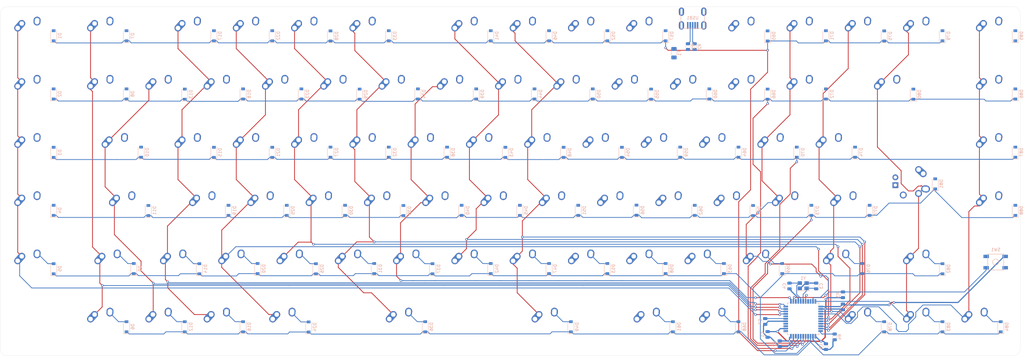
<source format=kicad_pcb>
(kicad_pcb (version 20171130) (host pcbnew "(5.1.4-0)")
  (layers (0 F.Cu signal) (31 B.Cu signal) (34 B.Paste user) (35 F.Paste user) (36 B.SilkS user) (37 F.SilkS user) (38 B.Mask user) (39 F.Mask user) (44 Edge.Cuts user))
  (net 0 "")
  (net 1 GND)
  (net 2 +5V)
  (net 3 "Net-(C3-Pad1)")
  (net 4 "Net-(C4-Pad1)")
  (net 5 "Net-(C7-Pad1)")
  (net 6 "Net-(D1-Pad2)")
  (net 7 ROW0)
  (net 8 "Net-(D2-Pad2)")
  (net 9 ROW1)
  (net 10 "Net-(D3-Pad2)")
  (net 11 ROW2)
  (net 12 "Net-(D4-Pad2)")
  (net 13 ROW3)
  (net 14 "Net-(D5-Pad2)")
  (net 15 ROW4)
  (net 16 "Net-(D6-Pad2)")
  (net 17 ROW5)
  (net 18 "Net-(D7-Pad2)")
  (net 19 "Net-(D8-Pad2)")
  (net 20 "Net-(D9-Pad2)")
  (net 21 "Net-(D10-Pad2)")
  (net 22 "Net-(D11-Pad2)")
  (net 23 "Net-(D12-Pad2)")
  (net 24 "Net-(D13-Pad2)")
  (net 25 "Net-(D14-Pad2)")
  (net 26 "Net-(D15-Pad2)")
  (net 27 "Net-(D16-Pad2)")
  (net 28 "Net-(D17-Pad2)")
  (net 29 "Net-(D18-Pad2)")
  (net 30 "Net-(D19-Pad2)")
  (net 31 "Net-(D20-Pad2)")
  (net 32 "Net-(D21-Pad2)")
  (net 33 "Net-(D22-Pad2)")
  (net 34 "Net-(D23-Pad2)")
  (net 35 "Net-(D24-Pad2)")
  (net 36 "Net-(D25-Pad2)")
  (net 37 "Net-(D26-Pad2)")
  (net 38 "Net-(D27-Pad2)")
  (net 39 "Net-(D28-Pad2)")
  (net 40 "Net-(D29-Pad2)")
  (net 41 "Net-(D30-Pad2)")
  (net 42 "Net-(D31-Pad2)")
  (net 43 "Net-(D32-Pad2)")
  (net 44 "Net-(D33-Pad2)")
  (net 45 "Net-(D34-Pad2)")
  (net 46 "Net-(D35-Pad2)")
  (net 47 "Net-(D36-Pad2)")
  (net 48 "Net-(D37-Pad2)")
  (net 49 "Net-(D38-Pad2)")
  (net 50 "Net-(D39-Pad2)")
  (net 51 "Net-(D40-Pad2)")
  (net 52 "Net-(D41-Pad2)")
  (net 53 "Net-(D42-Pad2)")
  (net 54 "Net-(D43-Pad2)")
  (net 55 "Net-(D44-Pad2)")
  (net 56 "Net-(D45-Pad2)")
  (net 57 "Net-(D46-Pad2)")
  (net 58 "Net-(D47-Pad2)")
  (net 59 "Net-(D48-Pad2)")
  (net 60 "Net-(D49-Pad2)")
  (net 61 "Net-(D50-Pad2)")
  (net 62 "Net-(D51-Pad2)")
  (net 63 "Net-(D52-Pad2)")
  (net 64 "Net-(D53-Pad2)")
  (net 65 "Net-(D54-Pad2)")
  (net 66 "Net-(D55-Pad2)")
  (net 67 "Net-(D56-Pad2)")
  (net 68 "Net-(D57-Pad2)")
  (net 69 "Net-(D58-Pad2)")
  (net 70 "Net-(D59-Pad2)")
  (net 71 "Net-(D60-Pad2)")
  (net 72 "Net-(D61-Pad2)")
  (net 73 "Net-(D62-Pad2)")
  (net 74 "Net-(D63-Pad2)")
  (net 75 "Net-(D64-Pad2)")
  (net 76 "Net-(D65-Pad2)")
  (net 77 "Net-(D66-Pad2)")
  (net 78 "Net-(D67-Pad2)")
  (net 79 "Net-(D68-Pad2)")
  (net 80 "Net-(D69-Pad2)")
  (net 81 "Net-(D70-Pad2)")
  (net 82 "Net-(D71-Pad2)")
  (net 83 "Net-(D72-Pad2)")
  (net 84 "Net-(D73-Pad2)")
  (net 85 "Net-(D74-Pad2)")
  (net 86 "Net-(D75-Pad2)")
  (net 87 "Net-(D76-Pad2)")
  (net 88 "Net-(D77-Pad2)")
  (net 89 "Net-(D78-Pad2)")
  (net 90 "Net-(D79-Pad2)")
  (net 91 "Net-(D80-Pad2)")
  (net 92 "Net-(D81-Pad2)")
  (net 93 "Net-(D82-Pad2)")
  (net 94 "Net-(D83-Pad2)")
  (net 95 "Net-(D84-Pad2)")
  (net 96 "Net-(D85-Pad2)")
  (net 97 "Net-(D86-Pad2)")
  (net 98 "Net-(D87-Pad2)")
  (net 99 "Net-(D88-Pad2)")
  (net 100 VCC)
  (net 101 COL11)
  (net 102 COL2)
  (net 103 COL3)
  (net 104 COL4)
  (net 105 COL5)
  (net 106 COL6)
  (net 107 COL7)
  (net 108 COL8)
  (net 109 COL9)
  (net 110 COL10)
  (net 111 COL13)
  (net 112 COL12)
  (net 113 COL14)
  (net 114 COL1)
  (net 115 COL15)
  (net 116 COL16)
  (net 117 COL0)
  (net 118 D-)
  (net 119 "Net-(R1-Pad1)")
  (net 120 D+)
  (net 121 "Net-(R2-Pad1)")
  (net 122 "Net-(R3-Pad1)")
  (net 123 "Net-(R4-Pad2)")
  (net 124 "Net-(U1-Pad42)")
  (net 125 "Net-(U1-Pad27)")
  (net 126 "Net-(U1-Pad1)")
  (net 127 "Net-(USB1-Pad6)")
  (net 128 "Net-(USB1-Pad2)")
  (module random-keyboard-parts:Molex-0548190589 (layer B.Cu) (at 216.789 -7.874 270)
    (fp_text reference USB1 (at 2.032 0 180) (layer B.SilkS) (effects (justify mirror)))
    (fp_text value Molex-0548190589)
    (pad 6 thru_hole oval (at 0 3.65 270) (size 2.7 1.7) (drill oval 1.9 0.7) (layers *.Cu *.Mask) (net 127 "Net-(USB1-Pad6)"))
    (pad 6 thru_hole oval (at 0 -3.65 270) (size 2.7 1.7) (drill oval 1.9 0.7) (layers *.Cu *.Mask) (net 127 "Net-(USB1-Pad6)"))
    (pad 6 thru_hole oval (at 4.5 -3.65 270) (size 2.7 1.7) (drill oval 1.9 0.7) (layers *.Cu *.Mask) (net 127 "Net-(USB1-Pad6)"))
    (pad 6 thru_hole oval (at 4.5 3.65 270) (size 2.7 1.7) (drill oval 1.9 0.7) (layers *.Cu *.Mask) (net 127 "Net-(USB1-Pad6)"))
    (pad 5 smd rect (at 4.5 1.6 270) (size 2.25 0.5) (layers B.Cu B.Paste B.Mask) (net 100 VCC))
    (pad 4 smd rect (at 4.5 0.8 270) (size 2.25 0.5) (layers B.Cu B.Paste B.Mask) (net 118 D-))
    (pad 3 smd rect (at 4.5 0 270) (size 2.25 0.5) (layers B.Cu B.Paste B.Mask) (net 120 D+))
    (pad 2 smd rect (at 4.5 -0.8 270) (size 2.25 0.5) (layers B.Cu B.Paste B.Mask) (net 128 "Net-(USB1-Pad2)"))
    (pad 1 smd rect (at 4.5 -1.6 270) (size 2.25 0.5) (layers B.Cu B.Paste B.Mask) (net 1 GND))
  )
  (module Crystal:Crystal_SMD_3225-4Pin_3.2x2.5mm (layer B.Cu) (at 252.9205 81.8125 180)
    (fp_text reference Y1 (at 0 2.45) (layer B.SilkS) (effects (justify mirror)))
    (fp_text value 16MHz)
    (pad 4 smd rect (at -1.1 0.85 180) (size 1.4 1.2) (layers B.Cu B.Paste B.Mask) (net 1 GND))
    (pad 3 smd rect (at 1.1 0.85 180) (size 1.4 1.2) (layers B.Cu B.Paste B.Mask) (net 4 "Net-(C4-Pad1)"))
    (pad 2 smd rect (at 1.1 -0.85 180) (size 1.4 1.2) (layers B.Cu B.Paste B.Mask) (net 1 GND))
    (pad 1 smd rect (at -1.1 -0.85 180) (size 1.4 1.2) (layers B.Cu B.Paste B.Mask) (net 3 "Net-(C3-Pad1)"))
  )
  (module MX_Alps_Hybrid:MX-2.25U-ReversedStabilizers-NoLED (layer F.Cu) (at 169.06875 95.25)
    (fp_text reference MX_RSPACE1)
    (fp_text value MX-NoLED)
    (pad "" np_thru_hole circle (at 11.938 -8.255) (size 3.9878 3.9878) (drill 3.9878) (layers *.Cu *.Mask))
    (pad "" np_thru_hole circle (at -11.938 -8.255) (size 3.9878 3.9878) (drill 3.9878) (layers *.Cu *.Mask))
    (pad "" np_thru_hole circle (at 11.938 6.985) (size 3.048 3.048) (drill 3.048) (layers *.Cu *.Mask))
    (pad "" np_thru_hole circle (at -11.938 6.985) (size 3.048 3.048) (drill 3.048) (layers *.Cu *.Mask))
    (pad "" np_thru_hole circle (at 5.08 0 48.0996) (size 1.75 1.75) (drill 1.75) (layers *.Cu *.Mask))
    (pad "" np_thru_hole circle (at -5.08 0 48.0996) (size 1.75 1.75) (drill 1.75) (layers *.Cu *.Mask))
    (pad 1 thru_hole circle (at -2.5 -4) (size 2.25 2.25) (drill 1.47) (layers *.Cu B.Mask) (net 109 COL9))
    (pad "" np_thru_hole circle (at 0 0) (size 3.9878 3.9878) (drill 3.9878) (layers *.Cu *.Mask))
    (pad 1 thru_hole oval (at -3.81 -2.54 48.0996) (size 4.211556 2.25) (drill 1.47 (offset 0.980778 0)) (layers *.Cu B.Mask) (net 109 COL9))
    (pad 2 thru_hole circle (at 2.54 -5.08) (size 2.25 2.25) (drill 1.47) (layers *.Cu B.Mask) (net 60 "Net-(D49-Pad2)"))
    (pad 2 thru_hole oval (at 2.5 -4.5 86.0548) (size 2.831378 2.25) (drill 1.47 (offset 0.290689 0)) (layers *.Cu B.Mask) (net 60 "Net-(D49-Pad2)"))
  )
  (module MX_Alps_Hybrid:MX-2.75U-ReversedStabilizers-NoLED (layer F.Cu) (at 121.44375 95.25)
    (fp_text reference MX_LSPACE1)
    (fp_text value MX-NoLED)
    (pad "" np_thru_hole circle (at 11.938 -8.255) (size 3.9878 3.9878) (drill 3.9878) (layers *.Cu *.Mask))
    (pad "" np_thru_hole circle (at -11.938 -8.255) (size 3.9878 3.9878) (drill 3.9878) (layers *.Cu *.Mask))
    (pad "" np_thru_hole circle (at 11.938 6.985) (size 3.048 3.048) (drill 3.048) (layers *.Cu *.Mask))
    (pad "" np_thru_hole circle (at -11.938 6.985) (size 3.048 3.048) (drill 3.048) (layers *.Cu *.Mask))
    (pad "" np_thru_hole circle (at 5.08 0 48.0996) (size 1.75 1.75) (drill 1.75) (layers *.Cu *.Mask))
    (pad "" np_thru_hole circle (at -5.08 0 48.0996) (size 1.75 1.75) (drill 1.75) (layers *.Cu *.Mask))
    (pad 1 thru_hole circle (at -2.5 -4) (size 2.25 2.25) (drill 1.47) (layers *.Cu B.Mask) (net 106 COL6))
    (pad "" np_thru_hole circle (at 0 0) (size 3.9878 3.9878) (drill 3.9878) (layers *.Cu *.Mask))
    (pad 1 thru_hole oval (at -3.81 -2.54 48.0996) (size 4.211556 2.25) (drill 1.47 (offset 0.980778 0)) (layers *.Cu B.Mask) (net 106 COL6))
    (pad 2 thru_hole circle (at 2.54 -5.08) (size 2.25 2.25) (drill 1.47) (layers *.Cu B.Mask) (net 47 "Net-(D36-Pad2)"))
    (pad 2 thru_hole oval (at 2.5 -4.5 86.0548) (size 2.831378 2.25) (drill 1.47 (offset 0.290689 0)) (layers *.Cu B.Mask) (net 47 "Net-(D36-Pad2)"))
  )
  (module MX_Alps_Hybrid:MX-ISO-ReversedStabilizers (layer F.Cu) (at 288.13125 47.625)
    (fp_text reference MX_ENTER1)
    (fp_text value MX-NoLED)
    (pad "" np_thru_hole circle (at -8.255 -11.938) (size 3.9878 3.9878) (drill 3.9878) (layers *.Cu *.Mask))
    (pad "" np_thru_hole circle (at -8.255 11.938) (size 3.9878 3.9878) (drill 3.9878) (layers *.Cu *.Mask))
    (pad "" np_thru_hole circle (at 6.985 -11.938) (size 3.048 3.048) (drill 3.048) (layers *.Cu *.Mask))
    (pad "" np_thru_hole circle (at 6.985 11.938) (size 3.048 3.048) (drill 3.048) (layers *.Cu *.Mask))
    (pad 2 thru_hole circle (at -2.5 4.5) (size 2.25 2.25) (drill 1.47) (layers *.Cu B.Mask) (net 92 "Net-(D81-Pad2)"))
    (pad 1 thru_hole circle (at 2.5 4) (size 2.25 2.25) (drill 1.47) (layers *.Cu B.Mask) (net 115 COL15))
    (pad "" np_thru_hole circle (at 0 5.08 48.0996) (size 1.7018 1.7018) (drill 1.7018) (layers *.Cu *.Mask))
    (pad "" np_thru_hole circle (at 0 -5.08 48.0996) (size 1.7018 1.7018) (drill 1.7018) (layers *.Cu *.Mask))
    (pad 3 thru_hole circle (at -5.08 -1.27) (size 1.905 1.905) (drill 1.04) (layers *.Cu B.Mask))
    (pad 4 thru_hole rect (at -5.08 1.27) (size 1.905 1.905) (drill 1.04) (layers *.Cu B.Mask))
    (pad 2 thru_hole circle (at 4 -2.5) (size 2.25 2.25) (drill 1.47) (layers *.Cu B.Mask) (net 92 "Net-(D81-Pad2)"))
    (pad "" np_thru_hole circle (at 0 0) (size 3.9878 3.9878) (drill 3.9878) (layers *.Cu *.Mask))
    (pad 2 thru_hole oval (at 2.54 -3.81 318.1) (size 4.211556 2.25) (drill 1.47 (offset 0.980778 0)) (layers *.Cu B.Mask) (net 92 "Net-(D81-Pad2)"))
    (pad 1 thru_hole circle (at 5.08 2.54) (size 2.25 2.25) (drill 1.47) (layers *.Cu B.Mask) (net 115 COL15))
    (pad 1 thru_hole oval (at 4.5 2.5 356.055) (size 2.831378 2.25) (drill 1.47 (offset 0.290689 0)) (layers *.Cu B.Mask) (net 115 COL15))
  )
  (module Package_QFP:TQFP-44_10x10mm_P0.8mm (layer B.Cu) (at 252.9205 92.6465)
    (fp_text reference U1 (at 0 7.45) (layer B.SilkS) (effects (justify mirror)))
    (fp_text value ATmega32U4-AU)
    (pad 44 smd rect (at -4 5.7 270) (size 1.5 0.55) (layers B.Cu B.Paste B.Mask) (net 2 +5V))
    (pad 43 smd rect (at -3.2 5.7 270) (size 1.5 0.55) (layers B.Cu B.Paste B.Mask) (net 1 GND))
    (pad 42 smd rect (at -2.4 5.7 270) (size 1.5 0.55) (layers B.Cu B.Paste B.Mask) (net 124 "Net-(U1-Pad42)"))
    (pad 41 smd rect (at -1.6 5.7 270) (size 1.5 0.55) (layers B.Cu B.Paste B.Mask) (net 7 ROW0))
    (pad 40 smd rect (at -0.8 5.7 270) (size 1.5 0.55) (layers B.Cu B.Paste B.Mask) (net 9 ROW1))
    (pad 39 smd rect (at 0 5.7 270) (size 1.5 0.55) (layers B.Cu B.Paste B.Mask) (net 11 ROW2))
    (pad 38 smd rect (at 0.8 5.7 270) (size 1.5 0.55) (layers B.Cu B.Paste B.Mask) (net 13 ROW3))
    (pad 37 smd rect (at 1.6 5.7 270) (size 1.5 0.55) (layers B.Cu B.Paste B.Mask) (net 15 ROW4))
    (pad 36 smd rect (at 2.4 5.7 270) (size 1.5 0.55) (layers B.Cu B.Paste B.Mask) (net 17 ROW5))
    (pad 35 smd rect (at 3.2 5.7 270) (size 1.5 0.55) (layers B.Cu B.Paste B.Mask) (net 1 GND))
    (pad 34 smd rect (at 4 5.7 270) (size 1.5 0.55) (layers B.Cu B.Paste B.Mask) (net 2 +5V))
    (pad 33 smd rect (at 5.7 4) (size 1.5 0.55) (layers B.Cu B.Paste B.Mask) (net 123 "Net-(R4-Pad2)"))
    (pad 32 smd rect (at 5.7 3.2) (size 1.5 0.55) (layers B.Cu B.Paste B.Mask) (net 109 COL9))
    (pad 31 smd rect (at 5.7 2.4) (size 1.5 0.55) (layers B.Cu B.Paste B.Mask) (net 108 COL8))
    (pad 30 smd rect (at 5.7 1.6) (size 1.5 0.55) (layers B.Cu B.Paste B.Mask) (net 106 COL6))
    (pad 29 smd rect (at 5.7 0.8) (size 1.5 0.55) (layers B.Cu B.Paste B.Mask) (net 105 COL5))
    (pad 28 smd rect (at 5.7 0) (size 1.5 0.55) (layers B.Cu B.Paste B.Mask) (net 104 COL4))
    (pad 27 smd rect (at 5.7 -0.8) (size 1.5 0.55) (layers B.Cu B.Paste B.Mask) (net 125 "Net-(U1-Pad27)"))
    (pad 26 smd rect (at 5.7 -1.6) (size 1.5 0.55) (layers B.Cu B.Paste B.Mask) (net 116 COL16))
    (pad 25 smd rect (at 5.7 -2.4) (size 1.5 0.55) (layers B.Cu B.Paste B.Mask) (net 113 COL14))
    (pad 24 smd rect (at 5.7 -3.2) (size 1.5 0.55) (layers B.Cu B.Paste B.Mask) (net 2 +5V))
    (pad 23 smd rect (at 5.7 -4) (size 1.5 0.55) (layers B.Cu B.Paste B.Mask) (net 1 GND))
    (pad 22 smd rect (at 4 -5.7 270) (size 1.5 0.55) (layers B.Cu B.Paste B.Mask) (net 115 COL15))
    (pad 21 smd rect (at 3.2 -5.7 270) (size 1.5 0.55) (layers B.Cu B.Paste B.Mask) (net 111 COL13))
    (pad 20 smd rect (at 2.4 -5.7 270) (size 1.5 0.55) (layers B.Cu B.Paste B.Mask) (net 112 COL12))
    (pad 19 smd rect (at 1.6 -5.7 270) (size 1.5 0.55) (layers B.Cu B.Paste B.Mask) (net 101 COL11))
    (pad 18 smd rect (at 0.8 -5.7 270) (size 1.5 0.55) (layers B.Cu B.Paste B.Mask) (net 110 COL10))
    (pad 17 smd rect (at 0 -5.7 270) (size 1.5 0.55) (layers B.Cu B.Paste B.Mask) (net 3 "Net-(C3-Pad1)"))
    (pad 16 smd rect (at -0.8 -5.7 270) (size 1.5 0.55) (layers B.Cu B.Paste B.Mask) (net 4 "Net-(C4-Pad1)"))
    (pad 15 smd rect (at -1.6 -5.7 270) (size 1.5 0.55) (layers B.Cu B.Paste B.Mask) (net 1 GND))
    (pad 14 smd rect (at -2.4 -5.7 270) (size 1.5 0.55) (layers B.Cu B.Paste B.Mask) (net 2 +5V))
    (pad 13 smd rect (at -3.2 -5.7 270) (size 1.5 0.55) (layers B.Cu B.Paste B.Mask) (net 122 "Net-(R3-Pad1)"))
    (pad 12 smd rect (at -4 -5.7 270) (size 1.5 0.55) (layers B.Cu B.Paste B.Mask) (net 107 COL7))
    (pad 11 smd rect (at -5.7 -4) (size 1.5 0.55) (layers B.Cu B.Paste B.Mask) (net 103 COL3))
    (pad 10 smd rect (at -5.7 -3.2) (size 1.5 0.55) (layers B.Cu B.Paste B.Mask) (net 102 COL2))
    (pad 9 smd rect (at -5.7 -2.4) (size 1.5 0.55) (layers B.Cu B.Paste B.Mask) (net 114 COL1))
    (pad 8 smd rect (at -5.7 -1.6) (size 1.5 0.55) (layers B.Cu B.Paste B.Mask) (net 117 COL0))
    (pad 7 smd rect (at -5.7 -0.8) (size 1.5 0.55) (layers B.Cu B.Paste B.Mask) (net 2 +5V))
    (pad 6 smd rect (at -5.7 0) (size 1.5 0.55) (layers B.Cu B.Paste B.Mask) (net 5 "Net-(C7-Pad1)"))
    (pad 5 smd rect (at -5.7 0.8) (size 1.5 0.55) (layers B.Cu B.Paste B.Mask) (net 1 GND))
    (pad 4 smd rect (at -5.7 1.6) (size 1.5 0.55) (layers B.Cu B.Paste B.Mask) (net 121 "Net-(R2-Pad1)"))
    (pad 3 smd rect (at -5.7 2.4) (size 1.5 0.55) (layers B.Cu B.Paste B.Mask) (net 119 "Net-(R1-Pad1)"))
    (pad 2 smd rect (at -5.7 3.2) (size 1.5 0.55) (layers B.Cu B.Paste B.Mask) (net 2 +5V))
    (pad 1 smd rect (at -5.7 4) (size 1.5 0.55) (layers B.Cu B.Paste B.Mask) (net 126 "Net-(U1-Pad1)"))
  )
  (module random-keyboard-parts:SKQG-1155865 (layer B.Cu) (at 315.8375 74.08125)
    (fp_text reference SW1 (at 0 -4.064) (layer B.SilkS) (effects (justify mirror)))
    (fp_text value SW_Push)
    (pad 4 smd rect (at -3.1 -1.85) (size 1.8 1.1) (layers B.Cu B.Paste B.Mask))
    (pad 3 smd rect (at 3.1 1.85) (size 1.8 1.1) (layers B.Cu B.Paste B.Mask))
    (pad 2 smd rect (at -3.1 1.85) (size 1.8 1.1) (layers B.Cu B.Paste B.Mask) (net 122 "Net-(R3-Pad1)"))
    (pad 1 smd rect (at 3.1 -1.85) (size 1.8 1.1) (layers B.Cu B.Paste B.Mask) (net 1 GND))
  )
  (module Resistor_SMD:R_0805_2012Metric (layer B.Cu) (at 263.2075 98.56875 90)
    (fp_text reference R4 (at 0 1.65 90) (layer B.SilkS) (effects (justify mirror)))
    (fp_text value 10k)
    (pad 2 smd roundrect (at 0.9375 0 90) (size 0.975 1.4) (layers B.Cu B.Paste B.Mask) (net 123 "Net-(R4-Pad2)"))
    (pad 1 smd roundrect (at -0.9375 0 90) (size 0.975 1.4) (layers B.Cu B.Paste B.Mask) (net 1 GND))
  )
  (module Resistor_SMD:R_0805_2012Metric (layer B.Cu) (at 265.90625 84.7875 270)
    (fp_text reference R3 (at 0 1.65 90) (layer B.SilkS) (effects (justify mirror)))
    (fp_text value 10k)
    (pad 2 smd roundrect (at 0.9375 0 270) (size 0.975 1.4) (layers B.Cu B.Paste B.Mask) (net 2 +5V))
    (pad 1 smd roundrect (at -0.9375 0 270) (size 0.975 1.4) (layers B.Cu B.Paste B.Mask) (net 122 "Net-(R3-Pad1)"))
  )
  (module Resistor_SMD:R_0805_2012Metric (layer B.Cu) (at 217.424 3.556 90)
    (fp_text reference R2 (at 0 1.65 90) (layer B.SilkS) (effects (justify mirror)))
    (fp_text value 22)
    (pad 2 smd roundrect (at 0.9375 0 90) (size 0.975 1.4) (layers B.Cu B.Paste B.Mask) (net 120 D+))
    (pad 1 smd roundrect (at -0.9375 0 90) (size 0.975 1.4) (layers B.Cu B.Paste B.Mask) (net 121 "Net-(R2-Pad1)"))
  )
  (module Resistor_SMD:R_0805_2012Metric (layer B.Cu) (at 215.265 3.556 90)
    (fp_text reference R1 (at 0 1.65 90) (layer B.SilkS) (effects (justify mirror)))
    (fp_text value 22)
    (pad 2 smd roundrect (at 0.9375 0 90) (size 0.975 1.4) (layers B.Cu B.Paste B.Mask) (net 118 D-))
    (pad 1 smd roundrect (at -0.9375 0 90) (size 0.975 1.4) (layers B.Cu B.Paste B.Mask) (net 119 "Net-(R1-Pad1)"))
  )
  (module MX_Alps_Hybrid:MX-1U-NoLED (layer F.Cu) (at 66.675 76.2)
    (fp_text reference MX_Z1)
    (fp_text value MX-NoLED)
    (pad "" np_thru_hole circle (at 5.08 0 48.0996) (size 1.75 1.75) (drill 1.75) (layers *.Cu *.Mask))
    (pad "" np_thru_hole circle (at -5.08 0 48.0996) (size 1.75 1.75) (drill 1.75) (layers *.Cu *.Mask))
    (pad 1 thru_hole circle (at -2.5 -4) (size 2.25 2.25) (drill 1.47) (layers *.Cu B.Mask) (net 104 COL4))
    (pad "" np_thru_hole circle (at 0 0) (size 3.9878 3.9878) (drill 3.9878) (layers *.Cu *.Mask))
    (pad 1 thru_hole oval (at -3.81 -2.54 48.0996) (size 4.211556 2.25) (drill 1.47 (offset 0.980778 0)) (layers *.Cu B.Mask) (net 104 COL4))
    (pad 2 thru_hole circle (at 2.54 -5.08) (size 2.25 2.25) (drill 1.47) (layers *.Cu B.Mask) (net 31 "Net-(D20-Pad2)"))
    (pad 2 thru_hole oval (at 2.5 -4.5 86.0548) (size 2.831378 2.25) (drill 1.47 (offset 0.290689 0)) (layers *.Cu B.Mask) (net 31 "Net-(D20-Pad2)"))
  )
  (module MX_Alps_Hybrid:MX-1U-NoLED (layer F.Cu) (at 147.6375 38.1)
    (fp_text reference MX_Y1)
    (fp_text value MX-NoLED)
    (pad "" np_thru_hole circle (at 5.08 0 48.0996) (size 1.75 1.75) (drill 1.75) (layers *.Cu *.Mask))
    (pad "" np_thru_hole circle (at -5.08 0 48.0996) (size 1.75 1.75) (drill 1.75) (layers *.Cu *.Mask))
    (pad 1 thru_hole circle (at -2.5 -4) (size 2.25 2.25) (drill 1.47) (layers *.Cu B.Mask) (net 108 COL8))
    (pad "" np_thru_hole circle (at 0 0) (size 3.9878 3.9878) (drill 3.9878) (layers *.Cu *.Mask))
    (pad 1 thru_hole oval (at -3.81 -2.54 48.0996) (size 4.211556 2.25) (drill 1.47 (offset 0.980778 0)) (layers *.Cu B.Mask) (net 108 COL8))
    (pad 2 thru_hole circle (at 2.54 -5.08) (size 2.25 2.25) (drill 1.47) (layers *.Cu B.Mask) (net 54 "Net-(D43-Pad2)"))
    (pad 2 thru_hole oval (at 2.5 -4.5 86.0548) (size 2.831378 2.25) (drill 1.47 (offset 0.290689 0)) (layers *.Cu B.Mask) (net 54 "Net-(D43-Pad2)"))
  )
  (module MX_Alps_Hybrid:MX-1U-NoLED (layer F.Cu) (at 314.325 57.15)
    (fp_text reference MX_XR4)
    (fp_text value MX-NoLED)
    (pad "" np_thru_hole circle (at 5.08 0 48.0996) (size 1.75 1.75) (drill 1.75) (layers *.Cu *.Mask))
    (pad "" np_thru_hole circle (at -5.08 0 48.0996) (size 1.75 1.75) (drill 1.75) (layers *.Cu *.Mask))
    (pad 1 thru_hole circle (at -2.5 -4) (size 2.25 2.25) (drill 1.47) (layers *.Cu B.Mask) (net 116 COL16))
    (pad "" np_thru_hole circle (at 0 0) (size 3.9878 3.9878) (drill 3.9878) (layers *.Cu *.Mask))
    (pad 1 thru_hole oval (at -3.81 -2.54 48.0996) (size 4.211556 2.25) (drill 1.47 (offset 0.980778 0)) (layers *.Cu B.Mask) (net 116 COL16))
    (pad 2 thru_hole circle (at 2.54 -5.08) (size 2.25 2.25) (drill 1.47) (layers *.Cu B.Mask) (net 99 "Net-(D88-Pad2)"))
    (pad 2 thru_hole oval (at 2.5 -4.5 86.0548) (size 2.831378 2.25) (drill 1.47 (offset 0.290689 0)) (layers *.Cu B.Mask) (net 99 "Net-(D88-Pad2)"))
  )
  (module MX_Alps_Hybrid:MX-1U-NoLED (layer F.Cu) (at 314.325 38.1)
    (fp_text reference MX_XR3)
    (fp_text value MX-NoLED)
    (pad "" np_thru_hole circle (at 5.08 0 48.0996) (size 1.75 1.75) (drill 1.75) (layers *.Cu *.Mask))
    (pad "" np_thru_hole circle (at -5.08 0 48.0996) (size 1.75 1.75) (drill 1.75) (layers *.Cu *.Mask))
    (pad 1 thru_hole circle (at -2.5 -4) (size 2.25 2.25) (drill 1.47) (layers *.Cu B.Mask) (net 116 COL16))
    (pad "" np_thru_hole circle (at 0 0) (size 3.9878 3.9878) (drill 3.9878) (layers *.Cu *.Mask))
    (pad 1 thru_hole oval (at -3.81 -2.54 48.0996) (size 4.211556 2.25) (drill 1.47 (offset 0.980778 0)) (layers *.Cu B.Mask) (net 116 COL16))
    (pad 2 thru_hole circle (at 2.54 -5.08) (size 2.25 2.25) (drill 1.47) (layers *.Cu B.Mask) (net 98 "Net-(D87-Pad2)"))
    (pad 2 thru_hole oval (at 2.5 -4.5 86.0548) (size 2.831378 2.25) (drill 1.47 (offset 0.290689 0)) (layers *.Cu B.Mask) (net 98 "Net-(D87-Pad2)"))
  )
  (module MX_Alps_Hybrid:MX-1U-NoLED (layer F.Cu) (at 314.325 19.05)
    (fp_text reference MX_XR2)
    (fp_text value MX-NoLED)
    (pad "" np_thru_hole circle (at 5.08 0 48.0996) (size 1.75 1.75) (drill 1.75) (layers *.Cu *.Mask))
    (pad "" np_thru_hole circle (at -5.08 0 48.0996) (size 1.75 1.75) (drill 1.75) (layers *.Cu *.Mask))
    (pad 1 thru_hole circle (at -2.5 -4) (size 2.25 2.25) (drill 1.47) (layers *.Cu B.Mask) (net 116 COL16))
    (pad "" np_thru_hole circle (at 0 0) (size 3.9878 3.9878) (drill 3.9878) (layers *.Cu *.Mask))
    (pad 1 thru_hole oval (at -3.81 -2.54 48.0996) (size 4.211556 2.25) (drill 1.47 (offset 0.980778 0)) (layers *.Cu B.Mask) (net 116 COL16))
    (pad 2 thru_hole circle (at 2.54 -5.08) (size 2.25 2.25) (drill 1.47) (layers *.Cu B.Mask) (net 97 "Net-(D86-Pad2)"))
    (pad 2 thru_hole oval (at 2.5 -4.5 86.0548) (size 2.831378 2.25) (drill 1.47 (offset 0.290689 0)) (layers *.Cu B.Mask) (net 97 "Net-(D86-Pad2)"))
  )
  (module MX_Alps_Hybrid:MX-1U-NoLED (layer F.Cu) (at 314.325 0)
    (fp_text reference MX_XR1)
    (fp_text value MX-NoLED)
    (pad "" np_thru_hole circle (at 5.08 0 48.0996) (size 1.75 1.75) (drill 1.75) (layers *.Cu *.Mask))
    (pad "" np_thru_hole circle (at -5.08 0 48.0996) (size 1.75 1.75) (drill 1.75) (layers *.Cu *.Mask))
    (pad 1 thru_hole circle (at -2.5 -4) (size 2.25 2.25) (drill 1.47) (layers *.Cu B.Mask) (net 116 COL16))
    (pad "" np_thru_hole circle (at 0 0) (size 3.9878 3.9878) (drill 3.9878) (layers *.Cu *.Mask))
    (pad 1 thru_hole oval (at -3.81 -2.54 48.0996) (size 4.211556 2.25) (drill 1.47 (offset 0.980778 0)) (layers *.Cu B.Mask) (net 116 COL16))
    (pad 2 thru_hole circle (at 2.54 -5.08) (size 2.25 2.25) (drill 1.47) (layers *.Cu B.Mask) (net 96 "Net-(D85-Pad2)"))
    (pad 2 thru_hole oval (at 2.5 -4.5 86.0548) (size 2.831378 2.25) (drill 1.47 (offset 0.290689 0)) (layers *.Cu B.Mask) (net 96 "Net-(D85-Pad2)"))
  )
  (module MX_Alps_Hybrid:MX-1U-NoLED (layer F.Cu) (at 0 76.2)
    (fp_text reference MX_XL5)
    (fp_text value MX-NoLED)
    (pad "" np_thru_hole circle (at 5.08 0 48.0996) (size 1.75 1.75) (drill 1.75) (layers *.Cu *.Mask))
    (pad "" np_thru_hole circle (at -5.08 0 48.0996) (size 1.75 1.75) (drill 1.75) (layers *.Cu *.Mask))
    (pad 1 thru_hole circle (at -2.5 -4) (size 2.25 2.25) (drill 1.47) (layers *.Cu B.Mask) (net 117 COL0))
    (pad "" np_thru_hole circle (at 0 0) (size 3.9878 3.9878) (drill 3.9878) (layers *.Cu *.Mask))
    (pad 1 thru_hole oval (at -3.81 -2.54 48.0996) (size 4.211556 2.25) (drill 1.47 (offset 0.980778 0)) (layers *.Cu B.Mask) (net 117 COL0))
    (pad 2 thru_hole circle (at 2.54 -5.08) (size 2.25 2.25) (drill 1.47) (layers *.Cu B.Mask) (net 14 "Net-(D5-Pad2)"))
    (pad 2 thru_hole oval (at 2.5 -4.5 86.0548) (size 2.831378 2.25) (drill 1.47 (offset 0.290689 0)) (layers *.Cu B.Mask) (net 14 "Net-(D5-Pad2)"))
  )
  (module MX_Alps_Hybrid:MX-1U-NoLED (layer F.Cu) (at 0 57.15)
    (fp_text reference MX_XL4)
    (fp_text value MX-NoLED)
    (pad "" np_thru_hole circle (at 5.08 0 48.0996) (size 1.75 1.75) (drill 1.75) (layers *.Cu *.Mask))
    (pad "" np_thru_hole circle (at -5.08 0 48.0996) (size 1.75 1.75) (drill 1.75) (layers *.Cu *.Mask))
    (pad 1 thru_hole circle (at -2.5 -4) (size 2.25 2.25) (drill 1.47) (layers *.Cu B.Mask) (net 117 COL0))
    (pad "" np_thru_hole circle (at 0 0) (size 3.9878 3.9878) (drill 3.9878) (layers *.Cu *.Mask))
    (pad 1 thru_hole oval (at -3.81 -2.54 48.0996) (size 4.211556 2.25) (drill 1.47 (offset 0.980778 0)) (layers *.Cu B.Mask) (net 117 COL0))
    (pad 2 thru_hole circle (at 2.54 -5.08) (size 2.25 2.25) (drill 1.47) (layers *.Cu B.Mask) (net 12 "Net-(D4-Pad2)"))
    (pad 2 thru_hole oval (at 2.5 -4.5 86.0548) (size 2.831378 2.25) (drill 1.47 (offset 0.290689 0)) (layers *.Cu B.Mask) (net 12 "Net-(D4-Pad2)"))
  )
  (module MX_Alps_Hybrid:MX-1U-NoLED (layer F.Cu) (at 0 38.1)
    (fp_text reference MX_XL3)
    (fp_text value MX-NoLED)
    (pad "" np_thru_hole circle (at 5.08 0 48.0996) (size 1.75 1.75) (drill 1.75) (layers *.Cu *.Mask))
    (pad "" np_thru_hole circle (at -5.08 0 48.0996) (size 1.75 1.75) (drill 1.75) (layers *.Cu *.Mask))
    (pad 1 thru_hole circle (at -2.5 -4) (size 2.25 2.25) (drill 1.47) (layers *.Cu B.Mask) (net 117 COL0))
    (pad "" np_thru_hole circle (at 0 0) (size 3.9878 3.9878) (drill 3.9878) (layers *.Cu *.Mask))
    (pad 1 thru_hole oval (at -3.81 -2.54 48.0996) (size 4.211556 2.25) (drill 1.47 (offset 0.980778 0)) (layers *.Cu B.Mask) (net 117 COL0))
    (pad 2 thru_hole circle (at 2.54 -5.08) (size 2.25 2.25) (drill 1.47) (layers *.Cu B.Mask) (net 10 "Net-(D3-Pad2)"))
    (pad 2 thru_hole oval (at 2.5 -4.5 86.0548) (size 2.831378 2.25) (drill 1.47 (offset 0.290689 0)) (layers *.Cu B.Mask) (net 10 "Net-(D3-Pad2)"))
  )
  (module MX_Alps_Hybrid:MX-1U-NoLED (layer F.Cu) (at 0 19.05)
    (fp_text reference MX_XL2)
    (fp_text value MX-NoLED)
    (pad "" np_thru_hole circle (at 5.08 0 48.0996) (size 1.75 1.75) (drill 1.75) (layers *.Cu *.Mask))
    (pad "" np_thru_hole circle (at -5.08 0 48.0996) (size 1.75 1.75) (drill 1.75) (layers *.Cu *.Mask))
    (pad 1 thru_hole circle (at -2.5 -4) (size 2.25 2.25) (drill 1.47) (layers *.Cu B.Mask) (net 117 COL0))
    (pad "" np_thru_hole circle (at 0 0) (size 3.9878 3.9878) (drill 3.9878) (layers *.Cu *.Mask))
    (pad 1 thru_hole oval (at -3.81 -2.54 48.0996) (size 4.211556 2.25) (drill 1.47 (offset 0.980778 0)) (layers *.Cu B.Mask) (net 117 COL0))
    (pad 2 thru_hole circle (at 2.54 -5.08) (size 2.25 2.25) (drill 1.47) (layers *.Cu B.Mask) (net 8 "Net-(D2-Pad2)"))
    (pad 2 thru_hole oval (at 2.5 -4.5 86.0548) (size 2.831378 2.25) (drill 1.47 (offset 0.290689 0)) (layers *.Cu B.Mask) (net 8 "Net-(D2-Pad2)"))
  )
  (module MX_Alps_Hybrid:MX-1U-NoLED (layer F.Cu) (at 0 0)
    (fp_text reference MX_XL1)
    (fp_text value MX-NoLED)
    (pad "" np_thru_hole circle (at 5.08 0 48.0996) (size 1.75 1.75) (drill 1.75) (layers *.Cu *.Mask))
    (pad "" np_thru_hole circle (at -5.08 0 48.0996) (size 1.75 1.75) (drill 1.75) (layers *.Cu *.Mask))
    (pad 1 thru_hole circle (at -2.5 -4) (size 2.25 2.25) (drill 1.47) (layers *.Cu B.Mask) (net 117 COL0))
    (pad "" np_thru_hole circle (at 0 0) (size 3.9878 3.9878) (drill 3.9878) (layers *.Cu *.Mask))
    (pad 1 thru_hole oval (at -3.81 -2.54 48.0996) (size 4.211556 2.25) (drill 1.47 (offset 0.980778 0)) (layers *.Cu B.Mask) (net 117 COL0))
    (pad 2 thru_hole circle (at 2.54 -5.08) (size 2.25 2.25) (drill 1.47) (layers *.Cu B.Mask) (net 6 "Net-(D1-Pad2)"))
    (pad 2 thru_hole oval (at 2.5 -4.5 86.0548) (size 2.831378 2.25) (drill 1.47 (offset 0.290689 0)) (layers *.Cu B.Mask) (net 6 "Net-(D1-Pad2)"))
  )
  (module MX_Alps_Hybrid:MX-1U-NoLED (layer F.Cu) (at 85.725 76.2)
    (fp_text reference MX_X1)
    (fp_text value MX-NoLED)
    (pad "" np_thru_hole circle (at 5.08 0 48.0996) (size 1.75 1.75) (drill 1.75) (layers *.Cu *.Mask))
    (pad "" np_thru_hole circle (at -5.08 0 48.0996) (size 1.75 1.75) (drill 1.75) (layers *.Cu *.Mask))
    (pad 1 thru_hole circle (at -2.5 -4) (size 2.25 2.25) (drill 1.47) (layers *.Cu B.Mask) (net 105 COL5))
    (pad "" np_thru_hole circle (at 0 0) (size 3.9878 3.9878) (drill 3.9878) (layers *.Cu *.Mask))
    (pad 1 thru_hole oval (at -3.81 -2.54 48.0996) (size 4.211556 2.25) (drill 1.47 (offset 0.980778 0)) (layers *.Cu B.Mask) (net 105 COL5))
    (pad 2 thru_hole circle (at 2.54 -5.08) (size 2.25 2.25) (drill 1.47) (layers *.Cu B.Mask) (net 37 "Net-(D26-Pad2)"))
    (pad 2 thru_hole oval (at 2.5 -4.5 86.0548) (size 2.831378 2.25) (drill 1.47 (offset 0.290689 0)) (layers *.Cu B.Mask) (net 37 "Net-(D26-Pad2)"))
  )
  (module MX_Alps_Hybrid:MX-1U-NoLED (layer F.Cu) (at 71.4375 38.1)
    (fp_text reference MX_W1)
    (fp_text value MX-NoLED)
    (pad "" np_thru_hole circle (at 5.08 0 48.0996) (size 1.75 1.75) (drill 1.75) (layers *.Cu *.Mask))
    (pad "" np_thru_hole circle (at -5.08 0 48.0996) (size 1.75 1.75) (drill 1.75) (layers *.Cu *.Mask))
    (pad 1 thru_hole circle (at -2.5 -4) (size 2.25 2.25) (drill 1.47) (layers *.Cu B.Mask) (net 104 COL4))
    (pad "" np_thru_hole circle (at 0 0) (size 3.9878 3.9878) (drill 3.9878) (layers *.Cu *.Mask))
    (pad 1 thru_hole oval (at -3.81 -2.54 48.0996) (size 4.211556 2.25) (drill 1.47 (offset 0.980778 0)) (layers *.Cu B.Mask) (net 104 COL4))
    (pad 2 thru_hole circle (at 2.54 -5.08) (size 2.25 2.25) (drill 1.47) (layers *.Cu B.Mask) (net 32 "Net-(D21-Pad2)"))
    (pad 2 thru_hole oval (at 2.5 -4.5 86.0548) (size 2.831378 2.25) (drill 1.47 (offset 0.290689 0)) (layers *.Cu B.Mask) (net 32 "Net-(D21-Pad2)"))
  )
  (module MX_Alps_Hybrid:MX-1U-NoLED (layer F.Cu) (at 123.825 76.2)
    (fp_text reference MX_V1)
    (fp_text value MX-NoLED)
    (pad "" np_thru_hole circle (at 5.08 0 48.0996) (size 1.75 1.75) (drill 1.75) (layers *.Cu *.Mask))
    (pad "" np_thru_hole circle (at -5.08 0 48.0996) (size 1.75 1.75) (drill 1.75) (layers *.Cu *.Mask))
    (pad 1 thru_hole circle (at -2.5 -4) (size 2.25 2.25) (drill 1.47) (layers *.Cu B.Mask) (net 107 COL7))
    (pad "" np_thru_hole circle (at 0 0) (size 3.9878 3.9878) (drill 3.9878) (layers *.Cu *.Mask))
    (pad 1 thru_hole oval (at -3.81 -2.54 48.0996) (size 4.211556 2.25) (drill 1.47 (offset 0.980778 0)) (layers *.Cu B.Mask) (net 107 COL7))
    (pad 2 thru_hole circle (at 2.54 -5.08) (size 2.25 2.25) (drill 1.47) (layers *.Cu B.Mask) (net 48 "Net-(D37-Pad2)"))
    (pad 2 thru_hole oval (at 2.5 -4.5 86.0548) (size 2.831378 2.25) (drill 1.47 (offset 0.290689 0)) (layers *.Cu B.Mask) (net 48 "Net-(D37-Pad2)"))
  )
  (module MX_Alps_Hybrid:MX-1U-NoLED (layer F.Cu) (at 290.5125 76.2)
    (fp_text reference MX_UP1)
    (fp_text value MX-NoLED)
    (pad "" np_thru_hole circle (at 5.08 0 48.0996) (size 1.75 1.75) (drill 1.75) (layers *.Cu *.Mask))
    (pad "" np_thru_hole circle (at -5.08 0 48.0996) (size 1.75 1.75) (drill 1.75) (layers *.Cu *.Mask))
    (pad 1 thru_hole circle (at -2.5 -4) (size 2.25 2.25) (drill 1.47) (layers *.Cu B.Mask) (net 115 COL15))
    (pad "" np_thru_hole circle (at 0 0) (size 3.9878 3.9878) (drill 3.9878) (layers *.Cu *.Mask))
    (pad 1 thru_hole oval (at -3.81 -2.54 48.0996) (size 4.211556 2.25) (drill 1.47 (offset 0.980778 0)) (layers *.Cu B.Mask) (net 115 COL15))
    (pad 2 thru_hole circle (at 2.54 -5.08) (size 2.25 2.25) (drill 1.47) (layers *.Cu B.Mask) (net 93 "Net-(D82-Pad2)"))
    (pad 2 thru_hole oval (at 2.5 -4.5 86.0548) (size 2.831378 2.25) (drill 1.47 (offset 0.290689 0)) (layers *.Cu B.Mask) (net 93 "Net-(D82-Pad2)"))
  )
  (module MX_Alps_Hybrid:MX-1U-NoLED (layer F.Cu) (at 166.6875 38.1)
    (fp_text reference MX_U1)
    (fp_text value MX-NoLED)
    (pad "" np_thru_hole circle (at 5.08 0 48.0996) (size 1.75 1.75) (drill 1.75) (layers *.Cu *.Mask))
    (pad "" np_thru_hole circle (at -5.08 0 48.0996) (size 1.75 1.75) (drill 1.75) (layers *.Cu *.Mask))
    (pad 1 thru_hole circle (at -2.5 -4) (size 2.25 2.25) (drill 1.47) (layers *.Cu B.Mask) (net 109 COL9))
    (pad "" np_thru_hole circle (at 0 0) (size 3.9878 3.9878) (drill 3.9878) (layers *.Cu *.Mask))
    (pad 1 thru_hole oval (at -3.81 -2.54 48.0996) (size 4.211556 2.25) (drill 1.47 (offset 0.980778 0)) (layers *.Cu B.Mask) (net 109 COL9))
    (pad 2 thru_hole circle (at 2.54 -5.08) (size 2.25 2.25) (drill 1.47) (layers *.Cu B.Mask) (net 59 "Net-(D48-Pad2)"))
    (pad 2 thru_hole oval (at 2.5 -4.5 86.0548) (size 2.831378 2.25) (drill 1.47 (offset 0.290689 0)) (layers *.Cu B.Mask) (net 59 "Net-(D48-Pad2)"))
  )
  (module MX_Alps_Hybrid:MX-1.5U-NoLED (layer F.Cu) (at 28.575 38.1)
    (fp_text reference MX_TAB1)
    (fp_text value MX-NoLED)
    (pad "" np_thru_hole circle (at 5.08 0 48.0996) (size 1.75 1.75) (drill 1.75) (layers *.Cu *.Mask))
    (pad "" np_thru_hole circle (at -5.08 0 48.0996) (size 1.75 1.75) (drill 1.75) (layers *.Cu *.Mask))
    (pad 1 thru_hole circle (at -2.5 -4) (size 2.25 2.25) (drill 1.47) (layers *.Cu B.Mask) (net 102 COL2))
    (pad "" np_thru_hole circle (at 0 0) (size 3.9878 3.9878) (drill 3.9878) (layers *.Cu *.Mask))
    (pad 1 thru_hole oval (at -3.81 -2.54 48.0996) (size 4.211556 2.25) (drill 1.47 (offset 0.980778 0)) (layers *.Cu B.Mask) (net 102 COL2))
    (pad 2 thru_hole circle (at 2.54 -5.08) (size 2.25 2.25) (drill 1.47) (layers *.Cu B.Mask) (net 21 "Net-(D10-Pad2)"))
    (pad 2 thru_hole oval (at 2.5 -4.5 86.0548) (size 2.831378 2.25) (drill 1.47 (offset 0.290689 0)) (layers *.Cu B.Mask) (net 21 "Net-(D10-Pad2)"))
  )
  (module MX_Alps_Hybrid:MX-1U-NoLED (layer F.Cu) (at 128.5875 38.1)
    (fp_text reference MX_T1)
    (fp_text value MX-NoLED)
    (pad "" np_thru_hole circle (at 5.08 0 48.0996) (size 1.75 1.75) (drill 1.75) (layers *.Cu *.Mask))
    (pad "" np_thru_hole circle (at -5.08 0 48.0996) (size 1.75 1.75) (drill 1.75) (layers *.Cu *.Mask))
    (pad 1 thru_hole circle (at -2.5 -4) (size 2.25 2.25) (drill 1.47) (layers *.Cu B.Mask) (net 107 COL7))
    (pad "" np_thru_hole circle (at 0 0) (size 3.9878 3.9878) (drill 3.9878) (layers *.Cu *.Mask))
    (pad 1 thru_hole oval (at -3.81 -2.54 48.0996) (size 4.211556 2.25) (drill 1.47 (offset 0.980778 0)) (layers *.Cu B.Mask) (net 107 COL7))
    (pad 2 thru_hole circle (at 2.54 -5.08) (size 2.25 2.25) (drill 1.47) (layers *.Cu B.Mask) (net 49 "Net-(D38-Pad2)"))
    (pad 2 thru_hole oval (at 2.5 -4.5 86.0548) (size 2.831378 2.25) (drill 1.47 (offset 0.290689 0)) (layers *.Cu B.Mask) (net 49 "Net-(D38-Pad2)"))
  )
  (module MX_Alps_Hybrid:MX-1U-NoLED (layer F.Cu) (at 76.2 57.15)
    (fp_text reference MX_S1)
    (fp_text value MX-NoLED)
    (pad "" np_thru_hole circle (at 5.08 0 48.0996) (size 1.75 1.75) (drill 1.75) (layers *.Cu *.Mask))
    (pad "" np_thru_hole circle (at -5.08 0 48.0996) (size 1.75 1.75) (drill 1.75) (layers *.Cu *.Mask))
    (pad 1 thru_hole circle (at -2.5 -4) (size 2.25 2.25) (drill 1.47) (layers *.Cu B.Mask) (net 104 COL4))
    (pad "" np_thru_hole circle (at 0 0) (size 3.9878 3.9878) (drill 3.9878) (layers *.Cu *.Mask))
    (pad 1 thru_hole oval (at -3.81 -2.54 48.0996) (size 4.211556 2.25) (drill 1.47 (offset 0.980778 0)) (layers *.Cu B.Mask) (net 104 COL4))
    (pad 2 thru_hole circle (at 2.54 -5.08) (size 2.25 2.25) (drill 1.47) (layers *.Cu B.Mask) (net 36 "Net-(D25-Pad2)"))
    (pad 2 thru_hole oval (at 2.5 -4.5 86.0548) (size 2.831378 2.25) (drill 1.47 (offset 0.290689 0)) (layers *.Cu B.Mask) (net 36 "Net-(D25-Pad2)"))
  )
  (module MX_Alps_Hybrid:MX-1.75U-NoLED (layer F.Cu) (at 264.31875 76.2)
    (fp_text reference MX_RSHIFT1)
    (fp_text value MX-NoLED)
    (pad "" np_thru_hole circle (at 5.08 0 48.0996) (size 1.75 1.75) (drill 1.75) (layers *.Cu *.Mask))
    (pad "" np_thru_hole circle (at -5.08 0 48.0996) (size 1.75 1.75) (drill 1.75) (layers *.Cu *.Mask))
    (pad 1 thru_hole circle (at -2.5 -4) (size 2.25 2.25) (drill 1.47) (layers *.Cu B.Mask) (net 113 COL14))
    (pad "" np_thru_hole circle (at 0 0) (size 3.9878 3.9878) (drill 3.9878) (layers *.Cu *.Mask))
    (pad 1 thru_hole oval (at -3.81 -2.54 48.0996) (size 4.211556 2.25) (drill 1.47 (offset 0.980778 0)) (layers *.Cu B.Mask) (net 113 COL14))
    (pad 2 thru_hole circle (at 2.54 -5.08) (size 2.25 2.25) (drill 1.47) (layers *.Cu B.Mask) (net 87 "Net-(D76-Pad2)"))
    (pad 2 thru_hole oval (at 2.5 -4.5 86.0548) (size 2.831378 2.25) (drill 1.47 (offset 0.290689 0)) (layers *.Cu B.Mask) (net 87 "Net-(D76-Pad2)"))
  )
  (module MX_Alps_Hybrid:MX-1U-NoLED (layer F.Cu) (at 309.5625 95.25)
    (fp_text reference MX_RIGHT1)
    (fp_text value MX-NoLED)
    (pad "" np_thru_hole circle (at 5.08 0 48.0996) (size 1.75 1.75) (drill 1.75) (layers *.Cu *.Mask))
    (pad "" np_thru_hole circle (at -5.08 0 48.0996) (size 1.75 1.75) (drill 1.75) (layers *.Cu *.Mask))
    (pad 1 thru_hole circle (at -2.5 -4) (size 2.25 2.25) (drill 1.47) (layers *.Cu B.Mask) (net 116 COL16))
    (pad "" np_thru_hole circle (at 0 0) (size 3.9878 3.9878) (drill 3.9878) (layers *.Cu *.Mask))
    (pad 1 thru_hole oval (at -3.81 -2.54 48.0996) (size 4.211556 2.25) (drill 1.47 (offset 0.980778 0)) (layers *.Cu B.Mask) (net 116 COL16))
    (pad 2 thru_hole circle (at 2.54 -5.08) (size 2.25 2.25) (drill 1.47) (layers *.Cu B.Mask) (net 95 "Net-(D84-Pad2)"))
    (pad 2 thru_hole oval (at 2.5 -4.5 86.0548) (size 2.831378 2.25) (drill 1.47 (offset 0.290689 0)) (layers *.Cu B.Mask) (net 95 "Net-(D84-Pad2)"))
  )
  (module MX_Alps_Hybrid:MX-1.25U-NoLED (layer F.Cu) (at 202.40625 95.25)
    (fp_text reference MX_RCMD1)
    (fp_text value MX-NoLED)
    (pad "" np_thru_hole circle (at 5.08 0 48.0996) (size 1.75 1.75) (drill 1.75) (layers *.Cu *.Mask))
    (pad "" np_thru_hole circle (at -5.08 0 48.0996) (size 1.75 1.75) (drill 1.75) (layers *.Cu *.Mask))
    (pad 1 thru_hole circle (at -2.5 -4) (size 2.25 2.25) (drill 1.47) (layers *.Cu B.Mask) (net 101 COL11))
    (pad "" np_thru_hole circle (at 0 0) (size 3.9878 3.9878) (drill 3.9878) (layers *.Cu *.Mask))
    (pad 1 thru_hole oval (at -3.81 -2.54 48.0996) (size 4.211556 2.25) (drill 1.47 (offset 0.980778 0)) (layers *.Cu B.Mask) (net 101 COL11))
    (pad 2 thru_hole circle (at 2.54 -5.08) (size 2.25 2.25) (drill 1.47) (layers *.Cu B.Mask) (net 72 "Net-(D61-Pad2)"))
    (pad 2 thru_hole oval (at 2.5 -4.5 86.0548) (size 2.831378 2.25) (drill 1.47 (offset 0.290689 0)) (layers *.Cu B.Mask) (net 72 "Net-(D61-Pad2)"))
  )
  (module MX_Alps_Hybrid:MX-1U-NoLED (layer F.Cu) (at 223.8375 95.25)
    (fp_text reference MX_RALT1)
    (fp_text value MX-NoLED)
    (pad "" np_thru_hole circle (at 5.08 0 48.0996) (size 1.75 1.75) (drill 1.75) (layers *.Cu *.Mask))
    (pad "" np_thru_hole circle (at -5.08 0 48.0996) (size 1.75 1.75) (drill 1.75) (layers *.Cu *.Mask))
    (pad 1 thru_hole circle (at -2.5 -4) (size 2.25 2.25) (drill 1.47) (layers *.Cu B.Mask) (net 112 COL12))
    (pad "" np_thru_hole circle (at 0 0) (size 3.9878 3.9878) (drill 3.9878) (layers *.Cu *.Mask))
    (pad 1 thru_hole oval (at -3.81 -2.54 48.0996) (size 4.211556 2.25) (drill 1.47 (offset 0.980778 0)) (layers *.Cu B.Mask) (net 112 COL12))
    (pad 2 thru_hole circle (at 2.54 -5.08) (size 2.25 2.25) (drill 1.47) (layers *.Cu B.Mask) (net 79 "Net-(D68-Pad2)"))
    (pad 2 thru_hole oval (at 2.5 -4.5 86.0548) (size 2.831378 2.25) (drill 1.47 (offset 0.290689 0)) (layers *.Cu B.Mask) (net 79 "Net-(D68-Pad2)"))
  )
  (module MX_Alps_Hybrid:MX-1U-NoLED (layer F.Cu) (at 109.5375 38.1)
    (fp_text reference MX_R1)
    (fp_text value MX-NoLED)
    (pad "" np_thru_hole circle (at 5.08 0 48.0996) (size 1.75 1.75) (drill 1.75) (layers *.Cu *.Mask))
    (pad "" np_thru_hole circle (at -5.08 0 48.0996) (size 1.75 1.75) (drill 1.75) (layers *.Cu *.Mask))
    (pad 1 thru_hole circle (at -2.5 -4) (size 2.25 2.25) (drill 1.47) (layers *.Cu B.Mask) (net 106 COL6))
    (pad "" np_thru_hole circle (at 0 0) (size 3.9878 3.9878) (drill 3.9878) (layers *.Cu *.Mask))
    (pad 1 thru_hole oval (at -3.81 -2.54 48.0996) (size 4.211556 2.25) (drill 1.47 (offset 0.980778 0)) (layers *.Cu B.Mask) (net 106 COL6))
    (pad 2 thru_hole circle (at 2.54 -5.08) (size 2.25 2.25) (drill 1.47) (layers *.Cu B.Mask) (net 43 "Net-(D32-Pad2)"))
    (pad 2 thru_hole oval (at 2.5 -4.5 86.0548) (size 2.831378 2.25) (drill 1.47 (offset 0.290689 0)) (layers *.Cu B.Mask) (net 43 "Net-(D32-Pad2)"))
  )
  (module MX_Alps_Hybrid:MX-1U-NoLED (layer F.Cu) (at 52.3875 38.1)
    (fp_text reference MX_Q1)
    (fp_text value MX-NoLED)
    (pad "" np_thru_hole circle (at 5.08 0 48.0996) (size 1.75 1.75) (drill 1.75) (layers *.Cu *.Mask))
    (pad "" np_thru_hole circle (at -5.08 0 48.0996) (size 1.75 1.75) (drill 1.75) (layers *.Cu *.Mask))
    (pad 1 thru_hole circle (at -2.5 -4) (size 2.25 2.25) (drill 1.47) (layers *.Cu B.Mask) (net 103 COL3))
    (pad "" np_thru_hole circle (at 0 0) (size 3.9878 3.9878) (drill 3.9878) (layers *.Cu *.Mask))
    (pad 1 thru_hole oval (at -3.81 -2.54 48.0996) (size 4.211556 2.25) (drill 1.47 (offset 0.980778 0)) (layers *.Cu B.Mask) (net 103 COL3))
    (pad 2 thru_hole circle (at 2.54 -5.08) (size 2.25 2.25) (drill 1.47) (layers *.Cu B.Mask) (net 26 "Net-(D15-Pad2)"))
    (pad 2 thru_hole oval (at 2.5 -4.5 86.0548) (size 2.831378 2.25) (drill 1.47 (offset 0.290689 0)) (layers *.Cu B.Mask) (net 26 "Net-(D15-Pad2)"))
  )
  (module MX_Alps_Hybrid:MX-1U-NoLED (layer F.Cu) (at 261.9375 38.1)
    (fp_text reference MX_PLUS1)
    (fp_text value MX-NoLED)
    (pad "" np_thru_hole circle (at 5.08 0 48.0996) (size 1.75 1.75) (drill 1.75) (layers *.Cu *.Mask))
    (pad "" np_thru_hole circle (at -5.08 0 48.0996) (size 1.75 1.75) (drill 1.75) (layers *.Cu *.Mask))
    (pad 1 thru_hole circle (at -2.5 -4) (size 2.25 2.25) (drill 1.47) (layers *.Cu B.Mask) (net 113 COL14))
    (pad "" np_thru_hole circle (at 0 0) (size 3.9878 3.9878) (drill 3.9878) (layers *.Cu *.Mask))
    (pad 1 thru_hole oval (at -3.81 -2.54 48.0996) (size 4.211556 2.25) (drill 1.47 (offset 0.980778 0)) (layers *.Cu B.Mask) (net 113 COL14))
    (pad 2 thru_hole circle (at 2.54 -5.08) (size 2.25 2.25) (drill 1.47) (layers *.Cu B.Mask) (net 85 "Net-(D74-Pad2)"))
    (pad 2 thru_hole oval (at 2.5 -4.5 86.0548) (size 2.831378 2.25) (drill 1.47 (offset 0.290689 0)) (layers *.Cu B.Mask) (net 85 "Net-(D74-Pad2)"))
  )
  (module MX_Alps_Hybrid:MX-1U-NoLED (layer F.Cu) (at 223.8375 38.1)
    (fp_text reference MX_P1)
    (fp_text value MX-NoLED)
    (pad "" np_thru_hole circle (at 5.08 0 48.0996) (size 1.75 1.75) (drill 1.75) (layers *.Cu *.Mask))
    (pad "" np_thru_hole circle (at -5.08 0 48.0996) (size 1.75 1.75) (drill 1.75) (layers *.Cu *.Mask))
    (pad 1 thru_hole circle (at -2.5 -4) (size 2.25 2.25) (drill 1.47) (layers *.Cu B.Mask) (net 112 COL12))
    (pad "" np_thru_hole circle (at 0 0) (size 3.9878 3.9878) (drill 3.9878) (layers *.Cu *.Mask))
    (pad 1 thru_hole oval (at -3.81 -2.54 48.0996) (size 4.211556 2.25) (drill 1.47 (offset 0.980778 0)) (layers *.Cu B.Mask) (net 112 COL12))
    (pad 2 thru_hole circle (at 2.54 -5.08) (size 2.25 2.25) (drill 1.47) (layers *.Cu B.Mask) (net 75 "Net-(D64-Pad2)"))
    (pad 2 thru_hole oval (at 2.5 -4.5 86.0548) (size 2.831378 2.25) (drill 1.47 (offset 0.290689 0)) (layers *.Cu B.Mask) (net 75 "Net-(D64-Pad2)"))
  )
  (module MX_Alps_Hybrid:MX-1U-NoLED (layer F.Cu) (at 204.7875 38.1)
    (fp_text reference MX_O1)
    (fp_text value MX-NoLED)
    (pad "" np_thru_hole circle (at 5.08 0 48.0996) (size 1.75 1.75) (drill 1.75) (layers *.Cu *.Mask))
    (pad "" np_thru_hole circle (at -5.08 0 48.0996) (size 1.75 1.75) (drill 1.75) (layers *.Cu *.Mask))
    (pad 1 thru_hole circle (at -2.5 -4) (size 2.25 2.25) (drill 1.47) (layers *.Cu B.Mask) (net 101 COL11))
    (pad "" np_thru_hole circle (at 0 0) (size 3.9878 3.9878) (drill 3.9878) (layers *.Cu *.Mask))
    (pad 1 thru_hole oval (at -3.81 -2.54 48.0996) (size 4.211556 2.25) (drill 1.47 (offset 0.980778 0)) (layers *.Cu B.Mask) (net 101 COL11))
    (pad 2 thru_hole circle (at 2.54 -5.08) (size 2.25 2.25) (drill 1.47) (layers *.Cu B.Mask) (net 70 "Net-(D59-Pad2)"))
    (pad 2 thru_hole oval (at 2.5 -4.5 86.0548) (size 2.831378 2.25) (drill 1.47 (offset 0.290689 0)) (layers *.Cu B.Mask) (net 70 "Net-(D59-Pad2)"))
  )
  (module MX_Alps_Hybrid:MX-1U-NoLED (layer F.Cu) (at 161.925 76.2)
    (fp_text reference MX_N1)
    (fp_text value MX-NoLED)
    (pad "" np_thru_hole circle (at 5.08 0 48.0996) (size 1.75 1.75) (drill 1.75) (layers *.Cu *.Mask))
    (pad "" np_thru_hole circle (at -5.08 0 48.0996) (size 1.75 1.75) (drill 1.75) (layers *.Cu *.Mask))
    (pad 1 thru_hole circle (at -2.5 -4) (size 2.25 2.25) (drill 1.47) (layers *.Cu B.Mask) (net 109 COL9))
    (pad "" np_thru_hole circle (at 0 0) (size 3.9878 3.9878) (drill 3.9878) (layers *.Cu *.Mask))
    (pad 1 thru_hole oval (at -3.81 -2.54 48.0996) (size 4.211556 2.25) (drill 1.47 (offset 0.980778 0)) (layers *.Cu B.Mask) (net 109 COL9))
    (pad 2 thru_hole circle (at 2.54 -5.08) (size 2.25 2.25) (drill 1.47) (layers *.Cu B.Mask) (net 58 "Net-(D47-Pad2)"))
    (pad 2 thru_hole oval (at 2.5 -4.5 86.0548) (size 2.831378 2.25) (drill 1.47 (offset 0.290689 0)) (layers *.Cu B.Mask) (net 58 "Net-(D47-Pad2)"))
  )
  (module MX_Alps_Hybrid:MX-1U-NoLED (layer F.Cu) (at 180.975 76.2)
    (fp_text reference MX_M1)
    (fp_text value MX-NoLED)
    (pad "" np_thru_hole circle (at 5.08 0 48.0996) (size 1.75 1.75) (drill 1.75) (layers *.Cu *.Mask))
    (pad "" np_thru_hole circle (at -5.08 0 48.0996) (size 1.75 1.75) (drill 1.75) (layers *.Cu *.Mask))
    (pad 1 thru_hole circle (at -2.5 -4) (size 2.25 2.25) (drill 1.47) (layers *.Cu B.Mask) (net 110 COL10))
    (pad "" np_thru_hole circle (at 0 0) (size 3.9878 3.9878) (drill 3.9878) (layers *.Cu *.Mask))
    (pad 1 thru_hole oval (at -3.81 -2.54 48.0996) (size 4.211556 2.25) (drill 1.47 (offset 0.980778 0)) (layers *.Cu B.Mask) (net 110 COL10))
    (pad 2 thru_hole circle (at 2.54 -5.08) (size 2.25 2.25) (drill 1.47) (layers *.Cu B.Mask) (net 64 "Net-(D53-Pad2)"))
    (pad 2 thru_hole oval (at 2.5 -4.5 86.0548) (size 2.831378 2.25) (drill 1.47 (offset 0.290689 0)) (layers *.Cu B.Mask) (net 64 "Net-(D53-Pad2)"))
  )
  (module MX_Alps_Hybrid:MX-1.25U-NoLED (layer F.Cu) (at 26.19375 76.2)
    (fp_text reference MX_LSHIFT1)
    (fp_text value MX-NoLED)
    (pad "" np_thru_hole circle (at 5.08 0 48.0996) (size 1.75 1.75) (drill 1.75) (layers *.Cu *.Mask))
    (pad "" np_thru_hole circle (at -5.08 0 48.0996) (size 1.75 1.75) (drill 1.75) (layers *.Cu *.Mask))
    (pad 1 thru_hole circle (at -2.5 -4) (size 2.25 2.25) (drill 1.47) (layers *.Cu B.Mask) (net 114 COL1))
    (pad "" np_thru_hole circle (at 0 0) (size 3.9878 3.9878) (drill 3.9878) (layers *.Cu *.Mask))
    (pad 1 thru_hole oval (at -3.81 -2.54 48.0996) (size 4.211556 2.25) (drill 1.47 (offset 0.980778 0)) (layers *.Cu B.Mask) (net 114 COL1))
    (pad 2 thru_hole circle (at 2.54 -5.08) (size 2.25 2.25) (drill 1.47) (layers *.Cu B.Mask) (net 20 "Net-(D9-Pad2)"))
    (pad 2 thru_hole oval (at 2.5 -4.5 86.0548) (size 2.831378 2.25) (drill 1.47 (offset 0.290689 0)) (layers *.Cu B.Mask) (net 20 "Net-(D9-Pad2)"))
  )
  (module MX_Alps_Hybrid:MX-1U-NoLED (layer F.Cu) (at 271.4625 95.25)
    (fp_text reference MX_LEFT1)
    (fp_text value MX-NoLED)
    (pad "" np_thru_hole circle (at 5.08 0 48.0996) (size 1.75 1.75) (drill 1.75) (layers *.Cu *.Mask))
    (pad "" np_thru_hole circle (at -5.08 0 48.0996) (size 1.75 1.75) (drill 1.75) (layers *.Cu *.Mask))
    (pad 1 thru_hole circle (at -2.5 -4) (size 2.25 2.25) (drill 1.47) (layers *.Cu B.Mask) (net 113 COL14))
    (pad "" np_thru_hole circle (at 0 0) (size 3.9878 3.9878) (drill 3.9878) (layers *.Cu *.Mask))
    (pad 1 thru_hole oval (at -3.81 -2.54 48.0996) (size 4.211556 2.25) (drill 1.47 (offset 0.980778 0)) (layers *.Cu B.Mask) (net 113 COL14))
    (pad 2 thru_hole circle (at 2.54 -5.08) (size 2.25 2.25) (drill 1.47) (layers *.Cu B.Mask) (net 89 "Net-(D78-Pad2)"))
    (pad 2 thru_hole oval (at 2.5 -4.5 86.0548) (size 2.831378 2.25) (drill 1.47 (offset 0.290689 0)) (layers *.Cu B.Mask) (net 89 "Net-(D78-Pad2)"))
  )
  (module MX_Alps_Hybrid:MX-1.25U-NoLED (layer F.Cu) (at 83.34375 95.25)
    (fp_text reference MX_LCMD1)
    (fp_text value MX-NoLED)
    (pad "" np_thru_hole circle (at 5.08 0 48.0996) (size 1.75 1.75) (drill 1.75) (layers *.Cu *.Mask))
    (pad "" np_thru_hole circle (at -5.08 0 48.0996) (size 1.75 1.75) (drill 1.75) (layers *.Cu *.Mask))
    (pad 1 thru_hole circle (at -2.5 -4) (size 2.25 2.25) (drill 1.47) (layers *.Cu B.Mask) (net 104 COL4))
    (pad "" np_thru_hole circle (at 0 0) (size 3.9878 3.9878) (drill 3.9878) (layers *.Cu *.Mask))
    (pad 1 thru_hole oval (at -3.81 -2.54 48.0996) (size 4.211556 2.25) (drill 1.47 (offset 0.980778 0)) (layers *.Cu B.Mask) (net 104 COL4))
    (pad 2 thru_hole circle (at 2.54 -5.08) (size 2.25 2.25) (drill 1.47) (layers *.Cu B.Mask) (net 35 "Net-(D24-Pad2)"))
    (pad 2 thru_hole oval (at 2.5 -4.5 86.0548) (size 2.831378 2.25) (drill 1.47 (offset 0.290689 0)) (layers *.Cu B.Mask) (net 35 "Net-(D24-Pad2)"))
  )
  (module MX_Alps_Hybrid:MX-1U-NoLED (layer F.Cu) (at 61.9125 95.25)
    (fp_text reference MX_LALT1)
    (fp_text value MX-NoLED)
    (pad "" np_thru_hole circle (at 5.08 0 48.0996) (size 1.75 1.75) (drill 1.75) (layers *.Cu *.Mask))
    (pad "" np_thru_hole circle (at -5.08 0 48.0996) (size 1.75 1.75) (drill 1.75) (layers *.Cu *.Mask))
    (pad 1 thru_hole circle (at -2.5 -4) (size 2.25 2.25) (drill 1.47) (layers *.Cu B.Mask) (net 103 COL3))
    (pad "" np_thru_hole circle (at 0 0) (size 3.9878 3.9878) (drill 3.9878) (layers *.Cu *.Mask))
    (pad 1 thru_hole oval (at -3.81 -2.54 48.0996) (size 4.211556 2.25) (drill 1.47 (offset 0.980778 0)) (layers *.Cu B.Mask) (net 103 COL3))
    (pad 2 thru_hole circle (at 2.54 -5.08) (size 2.25 2.25) (drill 1.47) (layers *.Cu B.Mask) (net 27 "Net-(D16-Pad2)"))
    (pad 2 thru_hole oval (at 2.5 -4.5 86.0548) (size 2.831378 2.25) (drill 1.47 (offset 0.290689 0)) (layers *.Cu B.Mask) (net 27 "Net-(D16-Pad2)"))
  )
  (module MX_Alps_Hybrid:MX-1U-NoLED (layer F.Cu) (at 209.55 57.15)
    (fp_text reference MX_L1)
    (fp_text value MX-NoLED)
    (pad "" np_thru_hole circle (at 5.08 0 48.0996) (size 1.75 1.75) (drill 1.75) (layers *.Cu *.Mask))
    (pad "" np_thru_hole circle (at -5.08 0 48.0996) (size 1.75 1.75) (drill 1.75) (layers *.Cu *.Mask))
    (pad 1 thru_hole circle (at -2.5 -4) (size 2.25 2.25) (drill 1.47) (layers *.Cu B.Mask) (net 101 COL11))
    (pad "" np_thru_hole circle (at 0 0) (size 3.9878 3.9878) (drill 3.9878) (layers *.Cu *.Mask))
    (pad 1 thru_hole oval (at -3.81 -2.54 48.0996) (size 4.211556 2.25) (drill 1.47 (offset 0.980778 0)) (layers *.Cu B.Mask) (net 101 COL11))
    (pad 2 thru_hole circle (at 2.54 -5.08) (size 2.25 2.25) (drill 1.47) (layers *.Cu B.Mask) (net 73 "Net-(D62-Pad2)"))
    (pad 2 thru_hole oval (at 2.5 -4.5 86.0548) (size 2.831378 2.25) (drill 1.47 (offset 0.290689 0)) (layers *.Cu B.Mask) (net 73 "Net-(D62-Pad2)"))
  )
  (module MX_Alps_Hybrid:MX-1U-NoLED (layer F.Cu) (at 190.5 57.15)
    (fp_text reference MX_K1)
    (fp_text value MX-NoLED)
    (pad "" np_thru_hole circle (at 5.08 0 48.0996) (size 1.75 1.75) (drill 1.75) (layers *.Cu *.Mask))
    (pad "" np_thru_hole circle (at -5.08 0 48.0996) (size 1.75 1.75) (drill 1.75) (layers *.Cu *.Mask))
    (pad 1 thru_hole circle (at -2.5 -4) (size 2.25 2.25) (drill 1.47) (layers *.Cu B.Mask) (net 110 COL10))
    (pad "" np_thru_hole circle (at 0 0) (size 3.9878 3.9878) (drill 3.9878) (layers *.Cu *.Mask))
    (pad 1 thru_hole oval (at -3.81 -2.54 48.0996) (size 4.211556 2.25) (drill 1.47 (offset 0.980778 0)) (layers *.Cu B.Mask) (net 110 COL10))
    (pad 2 thru_hole circle (at 2.54 -5.08) (size 2.25 2.25) (drill 1.47) (layers *.Cu B.Mask) (net 67 "Net-(D56-Pad2)"))
    (pad 2 thru_hole oval (at 2.5 -4.5 86.0548) (size 2.831378 2.25) (drill 1.47 (offset 0.290689 0)) (layers *.Cu B.Mask) (net 67 "Net-(D56-Pad2)"))
  )
  (module MX_Alps_Hybrid:MX-1U-NoLED (layer F.Cu) (at 171.45 57.15)
    (fp_text reference MX_J1)
    (fp_text value MX-NoLED)
    (pad "" np_thru_hole circle (at 5.08 0 48.0996) (size 1.75 1.75) (drill 1.75) (layers *.Cu *.Mask))
    (pad "" np_thru_hole circle (at -5.08 0 48.0996) (size 1.75 1.75) (drill 1.75) (layers *.Cu *.Mask))
    (pad 1 thru_hole circle (at -2.5 -4) (size 2.25 2.25) (drill 1.47) (layers *.Cu B.Mask) (net 109 COL9))
    (pad "" np_thru_hole circle (at 0 0) (size 3.9878 3.9878) (drill 3.9878) (layers *.Cu *.Mask))
    (pad 1 thru_hole oval (at -3.81 -2.54 48.0996) (size 4.211556 2.25) (drill 1.47 (offset 0.980778 0)) (layers *.Cu B.Mask) (net 109 COL9))
    (pad 2 thru_hole circle (at 2.54 -5.08) (size 2.25 2.25) (drill 1.47) (layers *.Cu B.Mask) (net 62 "Net-(D51-Pad2)"))
    (pad 2 thru_hole oval (at 2.5 -4.5 86.0548) (size 2.831378 2.25) (drill 1.47 (offset 0.290689 0)) (layers *.Cu B.Mask) (net 62 "Net-(D51-Pad2)"))
  )
  (module MX_Alps_Hybrid:MX-1U-NoLED (layer F.Cu) (at 185.7375 38.1)
    (fp_text reference MX_I1)
    (fp_text value MX-NoLED)
    (pad "" np_thru_hole circle (at 5.08 0 48.0996) (size 1.75 1.75) (drill 1.75) (layers *.Cu *.Mask))
    (pad "" np_thru_hole circle (at -5.08 0 48.0996) (size 1.75 1.75) (drill 1.75) (layers *.Cu *.Mask))
    (pad 1 thru_hole circle (at -2.5 -4) (size 2.25 2.25) (drill 1.47) (layers *.Cu B.Mask) (net 110 COL10))
    (pad "" np_thru_hole circle (at 0 0) (size 3.9878 3.9878) (drill 3.9878) (layers *.Cu *.Mask))
    (pad 1 thru_hole oval (at -3.81 -2.54 48.0996) (size 4.211556 2.25) (drill 1.47 (offset 0.980778 0)) (layers *.Cu B.Mask) (net 110 COL10))
    (pad 2 thru_hole circle (at 2.54 -5.08) (size 2.25 2.25) (drill 1.47) (layers *.Cu B.Mask) (net 65 "Net-(D54-Pad2)"))
    (pad 2 thru_hole oval (at 2.5 -4.5 86.0548) (size 2.831378 2.25) (drill 1.47 (offset 0.290689 0)) (layers *.Cu B.Mask) (net 65 "Net-(D54-Pad2)"))
  )
  (module MX_Alps_Hybrid:MX-1U-NoLED (layer F.Cu) (at 152.4 57.15)
    (fp_text reference MX_H1)
    (fp_text value MX-NoLED)
    (pad "" np_thru_hole circle (at 5.08 0 48.0996) (size 1.75 1.75) (drill 1.75) (layers *.Cu *.Mask))
    (pad "" np_thru_hole circle (at -5.08 0 48.0996) (size 1.75 1.75) (drill 1.75) (layers *.Cu *.Mask))
    (pad 1 thru_hole circle (at -2.5 -4) (size 2.25 2.25) (drill 1.47) (layers *.Cu B.Mask) (net 108 COL8))
    (pad "" np_thru_hole circle (at 0 0) (size 3.9878 3.9878) (drill 3.9878) (layers *.Cu *.Mask))
    (pad 1 thru_hole oval (at -3.81 -2.54 48.0996) (size 4.211556 2.25) (drill 1.47 (offset 0.980778 0)) (layers *.Cu B.Mask) (net 108 COL8))
    (pad 2 thru_hole circle (at 2.54 -5.08) (size 2.25 2.25) (drill 1.47) (layers *.Cu B.Mask) (net 56 "Net-(D45-Pad2)"))
    (pad 2 thru_hole oval (at 2.5 -4.5 86.0548) (size 2.831378 2.25) (drill 1.47 (offset 0.290689 0)) (layers *.Cu B.Mask) (net 56 "Net-(D45-Pad2)"))
  )
  (module MX_Alps_Hybrid:MX-1U-NoLED (layer F.Cu) (at 133.35 57.15)
    (fp_text reference MX_G1)
    (fp_text value MX-NoLED)
    (pad "" np_thru_hole circle (at 5.08 0 48.0996) (size 1.75 1.75) (drill 1.75) (layers *.Cu *.Mask))
    (pad "" np_thru_hole circle (at -5.08 0 48.0996) (size 1.75 1.75) (drill 1.75) (layers *.Cu *.Mask))
    (pad 1 thru_hole circle (at -2.5 -4) (size 2.25 2.25) (drill 1.47) (layers *.Cu B.Mask) (net 107 COL7))
    (pad "" np_thru_hole circle (at 0 0) (size 3.9878 3.9878) (drill 3.9878) (layers *.Cu *.Mask))
    (pad 1 thru_hole oval (at -3.81 -2.54 48.0996) (size 4.211556 2.25) (drill 1.47 (offset 0.980778 0)) (layers *.Cu B.Mask) (net 107 COL7))
    (pad 2 thru_hole circle (at 2.54 -5.08) (size 2.25 2.25) (drill 1.47) (layers *.Cu B.Mask) (net 51 "Net-(D40-Pad2)"))
    (pad 2 thru_hole oval (at 2.5 -4.5 86.0548) (size 2.831378 2.25) (drill 1.47 (offset 0.290689 0)) (layers *.Cu B.Mask) (net 51 "Net-(D40-Pad2)"))
  )
  (module MX_Alps_Hybrid:MX-1U-NoLED (layer F.Cu) (at 23.8125 95.25)
    (fp_text reference MX_FUNCTION1)
    (fp_text value MX-NoLED)
    (pad "" np_thru_hole circle (at 5.08 0 48.0996) (size 1.75 1.75) (drill 1.75) (layers *.Cu *.Mask))
    (pad "" np_thru_hole circle (at -5.08 0 48.0996) (size 1.75 1.75) (drill 1.75) (layers *.Cu *.Mask))
    (pad 1 thru_hole circle (at -2.5 -4) (size 2.25 2.25) (drill 1.47) (layers *.Cu B.Mask) (net 114 COL1))
    (pad "" np_thru_hole circle (at 0 0) (size 3.9878 3.9878) (drill 3.9878) (layers *.Cu *.Mask))
    (pad 1 thru_hole oval (at -3.81 -2.54 48.0996) (size 4.211556 2.25) (drill 1.47 (offset 0.980778 0)) (layers *.Cu B.Mask) (net 114 COL1))
    (pad 2 thru_hole circle (at 2.54 -5.08) (size 2.25 2.25) (drill 1.47) (layers *.Cu B.Mask) (net 16 "Net-(D6-Pad2)"))
    (pad 2 thru_hole oval (at 2.5 -4.5 86.0548) (size 2.831378 2.25) (drill 1.47 (offset 0.290689 0)) (layers *.Cu B.Mask) (net 16 "Net-(D6-Pad2)"))
  )
  (module MX_Alps_Hybrid:MX-1U-NoLED (layer F.Cu) (at 290.5125 0)
    (fp_text reference MX_FN12)
    (fp_text value MX-NoLED)
    (pad "" np_thru_hole circle (at 5.08 0 48.0996) (size 1.75 1.75) (drill 1.75) (layers *.Cu *.Mask))
    (pad "" np_thru_hole circle (at -5.08 0 48.0996) (size 1.75 1.75) (drill 1.75) (layers *.Cu *.Mask))
    (pad 1 thru_hole circle (at -2.5 -4) (size 2.25 2.25) (drill 1.47) (layers *.Cu B.Mask) (net 115 COL15))
    (pad "" np_thru_hole circle (at 0 0) (size 3.9878 3.9878) (drill 3.9878) (layers *.Cu *.Mask))
    (pad 1 thru_hole oval (at -3.81 -2.54 48.0996) (size 4.211556 2.25) (drill 1.47 (offset 0.980778 0)) (layers *.Cu B.Mask) (net 115 COL15))
    (pad 2 thru_hole circle (at 2.54 -5.08) (size 2.25 2.25) (drill 1.47) (layers *.Cu B.Mask) (net 90 "Net-(D79-Pad2)"))
    (pad 2 thru_hole oval (at 2.5 -4.5 86.0548) (size 2.831378 2.25) (drill 1.47 (offset 0.290689 0)) (layers *.Cu B.Mask) (net 90 "Net-(D79-Pad2)"))
  )
  (module MX_Alps_Hybrid:MX-1U-NoLED (layer F.Cu) (at 271.4625 0)
    (fp_text reference MX_FN11)
    (fp_text value MX-NoLED)
    (pad "" np_thru_hole circle (at 5.08 0 48.0996) (size 1.75 1.75) (drill 1.75) (layers *.Cu *.Mask))
    (pad "" np_thru_hole circle (at -5.08 0 48.0996) (size 1.75 1.75) (drill 1.75) (layers *.Cu *.Mask))
    (pad 1 thru_hole circle (at -2.5 -4) (size 2.25 2.25) (drill 1.47) (layers *.Cu B.Mask) (net 113 COL14))
    (pad "" np_thru_hole circle (at 0 0) (size 3.9878 3.9878) (drill 3.9878) (layers *.Cu *.Mask))
    (pad 1 thru_hole oval (at -3.81 -2.54 48.0996) (size 4.211556 2.25) (drill 1.47 (offset 0.980778 0)) (layers *.Cu B.Mask) (net 113 COL14))
    (pad 2 thru_hole circle (at 2.54 -5.08) (size 2.25 2.25) (drill 1.47) (layers *.Cu B.Mask) (net 86 "Net-(D75-Pad2)"))
    (pad 2 thru_hole oval (at 2.5 -4.5 86.0548) (size 2.831378 2.25) (drill 1.47 (offset 0.290689 0)) (layers *.Cu B.Mask) (net 86 "Net-(D75-Pad2)"))
  )
  (module MX_Alps_Hybrid:MX-1U-NoLED (layer F.Cu) (at 252.4125 0)
    (fp_text reference MX_FN10)
    (fp_text value MX-NoLED)
    (pad "" np_thru_hole circle (at 5.08 0 48.0996) (size 1.75 1.75) (drill 1.75) (layers *.Cu *.Mask))
    (pad "" np_thru_hole circle (at -5.08 0 48.0996) (size 1.75 1.75) (drill 1.75) (layers *.Cu *.Mask))
    (pad 1 thru_hole circle (at -2.5 -4) (size 2.25 2.25) (drill 1.47) (layers *.Cu B.Mask) (net 111 COL13))
    (pad "" np_thru_hole circle (at 0 0) (size 3.9878 3.9878) (drill 3.9878) (layers *.Cu *.Mask))
    (pad 1 thru_hole oval (at -3.81 -2.54 48.0996) (size 4.211556 2.25) (drill 1.47 (offset 0.980778 0)) (layers *.Cu B.Mask) (net 111 COL13))
    (pad 2 thru_hole circle (at 2.54 -5.08) (size 2.25 2.25) (drill 1.47) (layers *.Cu B.Mask) (net 82 "Net-(D71-Pad2)"))
    (pad 2 thru_hole oval (at 2.5 -4.5 86.0548) (size 2.831378 2.25) (drill 1.47 (offset 0.290689 0)) (layers *.Cu B.Mask) (net 82 "Net-(D71-Pad2)"))
  )
  (module MX_Alps_Hybrid:MX-1U-NoLED (layer F.Cu) (at 233.3625 0)
    (fp_text reference MX_FN9)
    (fp_text value MX-NoLED)
    (pad "" np_thru_hole circle (at 5.08 0 48.0996) (size 1.75 1.75) (drill 1.75) (layers *.Cu *.Mask))
    (pad "" np_thru_hole circle (at -5.08 0 48.0996) (size 1.75 1.75) (drill 1.75) (layers *.Cu *.Mask))
    (pad 1 thru_hole circle (at -2.5 -4) (size 2.25 2.25) (drill 1.47) (layers *.Cu B.Mask) (net 112 COL12))
    (pad "" np_thru_hole circle (at 0 0) (size 3.9878 3.9878) (drill 3.9878) (layers *.Cu *.Mask))
    (pad 1 thru_hole oval (at -3.81 -2.54 48.0996) (size 4.211556 2.25) (drill 1.47 (offset 0.980778 0)) (layers *.Cu B.Mask) (net 112 COL12))
    (pad 2 thru_hole circle (at 2.54 -5.08) (size 2.25 2.25) (drill 1.47) (layers *.Cu B.Mask) (net 76 "Net-(D65-Pad2)"))
    (pad 2 thru_hole oval (at 2.5 -4.5 86.0548) (size 2.831378 2.25) (drill 1.47 (offset 0.290689 0)) (layers *.Cu B.Mask) (net 76 "Net-(D65-Pad2)"))
  )
  (module MX_Alps_Hybrid:MX-1U-NoLED (layer F.Cu) (at 200.025 0)
    (fp_text reference MX_FN8)
    (fp_text value MX-NoLED)
    (pad "" np_thru_hole circle (at 5.08 0 48.0996) (size 1.75 1.75) (drill 1.75) (layers *.Cu *.Mask))
    (pad "" np_thru_hole circle (at -5.08 0 48.0996) (size 1.75 1.75) (drill 1.75) (layers *.Cu *.Mask))
    (pad 1 thru_hole circle (at -2.5 -4) (size 2.25 2.25) (drill 1.47) (layers *.Cu B.Mask) (net 101 COL11))
    (pad "" np_thru_hole circle (at 0 0) (size 3.9878 3.9878) (drill 3.9878) (layers *.Cu *.Mask))
    (pad 1 thru_hole oval (at -3.81 -2.54 48.0996) (size 4.211556 2.25) (drill 1.47 (offset 0.980778 0)) (layers *.Cu B.Mask) (net 101 COL11))
    (pad 2 thru_hole circle (at 2.54 -5.08) (size 2.25 2.25) (drill 1.47) (layers *.Cu B.Mask) (net 68 "Net-(D57-Pad2)"))
    (pad 2 thru_hole oval (at 2.5 -4.5 86.0548) (size 2.831378 2.25) (drill 1.47 (offset 0.290689 0)) (layers *.Cu B.Mask) (net 68 "Net-(D57-Pad2)"))
  )
  (module MX_Alps_Hybrid:MX-1U-NoLED (layer F.Cu) (at 180.975 0)
    (fp_text reference MX_FN7)
    (fp_text value MX-NoLED)
    (pad "" np_thru_hole circle (at 5.08 0 48.0996) (size 1.75 1.75) (drill 1.75) (layers *.Cu *.Mask))
    (pad "" np_thru_hole circle (at -5.08 0 48.0996) (size 1.75 1.75) (drill 1.75) (layers *.Cu *.Mask))
    (pad 1 thru_hole circle (at -2.5 -4) (size 2.25 2.25) (drill 1.47) (layers *.Cu B.Mask) (net 110 COL10))
    (pad "" np_thru_hole circle (at 0 0) (size 3.9878 3.9878) (drill 3.9878) (layers *.Cu *.Mask))
    (pad 1 thru_hole oval (at -3.81 -2.54 48.0996) (size 4.211556 2.25) (drill 1.47 (offset 0.980778 0)) (layers *.Cu B.Mask) (net 110 COL10))
    (pad 2 thru_hole circle (at 2.54 -5.08) (size 2.25 2.25) (drill 1.47) (layers *.Cu B.Mask) (net 63 "Net-(D52-Pad2)"))
    (pad 2 thru_hole oval (at 2.5 -4.5 86.0548) (size 2.831378 2.25) (drill 1.47 (offset 0.290689 0)) (layers *.Cu B.Mask) (net 63 "Net-(D52-Pad2)"))
  )
  (module MX_Alps_Hybrid:MX-1U-NoLED (layer F.Cu) (at 161.925 0)
    (fp_text reference MX_FN6)
    (fp_text value MX-NoLED)
    (pad "" np_thru_hole circle (at 5.08 0 48.0996) (size 1.75 1.75) (drill 1.75) (layers *.Cu *.Mask))
    (pad "" np_thru_hole circle (at -5.08 0 48.0996) (size 1.75 1.75) (drill 1.75) (layers *.Cu *.Mask))
    (pad 1 thru_hole circle (at -2.5 -4) (size 2.25 2.25) (drill 1.47) (layers *.Cu B.Mask) (net 109 COL9))
    (pad "" np_thru_hole circle (at 0 0) (size 3.9878 3.9878) (drill 3.9878) (layers *.Cu *.Mask))
    (pad 1 thru_hole oval (at -3.81 -2.54 48.0996) (size 4.211556 2.25) (drill 1.47 (offset 0.980778 0)) (layers *.Cu B.Mask) (net 109 COL9))
    (pad 2 thru_hole circle (at 2.54 -5.08) (size 2.25 2.25) (drill 1.47) (layers *.Cu B.Mask) (net 57 "Net-(D46-Pad2)"))
    (pad 2 thru_hole oval (at 2.5 -4.5 86.0548) (size 2.831378 2.25) (drill 1.47 (offset 0.290689 0)) (layers *.Cu B.Mask) (net 57 "Net-(D46-Pad2)"))
  )
  (module MX_Alps_Hybrid:MX-1U-NoLED (layer F.Cu) (at 142.875 0)
    (fp_text reference MX_FN5)
    (fp_text value MX-NoLED)
    (pad "" np_thru_hole circle (at 5.08 0 48.0996) (size 1.75 1.75) (drill 1.75) (layers *.Cu *.Mask))
    (pad "" np_thru_hole circle (at -5.08 0 48.0996) (size 1.75 1.75) (drill 1.75) (layers *.Cu *.Mask))
    (pad 1 thru_hole circle (at -2.5 -4) (size 2.25 2.25) (drill 1.47) (layers *.Cu B.Mask) (net 108 COL8))
    (pad "" np_thru_hole circle (at 0 0) (size 3.9878 3.9878) (drill 3.9878) (layers *.Cu *.Mask))
    (pad 1 thru_hole oval (at -3.81 -2.54 48.0996) (size 4.211556 2.25) (drill 1.47 (offset 0.980778 0)) (layers *.Cu B.Mask) (net 108 COL8))
    (pad 2 thru_hole circle (at 2.54 -5.08) (size 2.25 2.25) (drill 1.47) (layers *.Cu B.Mask) (net 52 "Net-(D41-Pad2)"))
    (pad 2 thru_hole oval (at 2.5 -4.5 86.0548) (size 2.831378 2.25) (drill 1.47 (offset 0.290689 0)) (layers *.Cu B.Mask) (net 52 "Net-(D41-Pad2)"))
  )
  (module MX_Alps_Hybrid:MX-1U-NoLED (layer F.Cu) (at 109.5375 0)
    (fp_text reference MX_FN4)
    (fp_text value MX-NoLED)
    (pad "" np_thru_hole circle (at 5.08 0 48.0996) (size 1.75 1.75) (drill 1.75) (layers *.Cu *.Mask))
    (pad "" np_thru_hole circle (at -5.08 0 48.0996) (size 1.75 1.75) (drill 1.75) (layers *.Cu *.Mask))
    (pad 1 thru_hole circle (at -2.5 -4) (size 2.25 2.25) (drill 1.47) (layers *.Cu B.Mask) (net 106 COL6))
    (pad "" np_thru_hole circle (at 0 0) (size 3.9878 3.9878) (drill 3.9878) (layers *.Cu *.Mask))
    (pad 1 thru_hole oval (at -3.81 -2.54 48.0996) (size 4.211556 2.25) (drill 1.47 (offset 0.980778 0)) (layers *.Cu B.Mask) (net 106 COL6))
    (pad 2 thru_hole circle (at 2.54 -5.08) (size 2.25 2.25) (drill 1.47) (layers *.Cu B.Mask) (net 44 "Net-(D33-Pad2)"))
    (pad 2 thru_hole oval (at 2.5 -4.5 86.0548) (size 2.831378 2.25) (drill 1.47 (offset 0.290689 0)) (layers *.Cu B.Mask) (net 44 "Net-(D33-Pad2)"))
  )
  (module MX_Alps_Hybrid:MX-1U-NoLED (layer F.Cu) (at 90.4875 0)
    (fp_text reference MX_FN3)
    (fp_text value MX-NoLED)
    (pad "" np_thru_hole circle (at 5.08 0 48.0996) (size 1.75 1.75) (drill 1.75) (layers *.Cu *.Mask))
    (pad "" np_thru_hole circle (at -5.08 0 48.0996) (size 1.75 1.75) (drill 1.75) (layers *.Cu *.Mask))
    (pad 1 thru_hole circle (at -2.5 -4) (size 2.25 2.25) (drill 1.47) (layers *.Cu B.Mask) (net 105 COL5))
    (pad "" np_thru_hole circle (at 0 0) (size 3.9878 3.9878) (drill 3.9878) (layers *.Cu *.Mask))
    (pad 1 thru_hole oval (at -3.81 -2.54 48.0996) (size 4.211556 2.25) (drill 1.47 (offset 0.980778 0)) (layers *.Cu B.Mask) (net 105 COL5))
    (pad 2 thru_hole circle (at 2.54 -5.08) (size 2.25 2.25) (drill 1.47) (layers *.Cu B.Mask) (net 39 "Net-(D28-Pad2)"))
    (pad 2 thru_hole oval (at 2.5 -4.5 86.0548) (size 2.831378 2.25) (drill 1.47 (offset 0.290689 0)) (layers *.Cu B.Mask) (net 39 "Net-(D28-Pad2)"))
  )
  (module MX_Alps_Hybrid:MX-1U-NoLED (layer F.Cu) (at 71.4375 0)
    (fp_text reference MX_FN2)
    (fp_text value MX-NoLED)
    (pad "" np_thru_hole circle (at 5.08 0 48.0996) (size 1.75 1.75) (drill 1.75) (layers *.Cu *.Mask))
    (pad "" np_thru_hole circle (at -5.08 0 48.0996) (size 1.75 1.75) (drill 1.75) (layers *.Cu *.Mask))
    (pad 1 thru_hole circle (at -2.5 -4) (size 2.25 2.25) (drill 1.47) (layers *.Cu B.Mask) (net 104 COL4))
    (pad "" np_thru_hole circle (at 0 0) (size 3.9878 3.9878) (drill 3.9878) (layers *.Cu *.Mask))
    (pad 1 thru_hole oval (at -3.81 -2.54 48.0996) (size 4.211556 2.25) (drill 1.47 (offset 0.980778 0)) (layers *.Cu B.Mask) (net 104 COL4))
    (pad 2 thru_hole circle (at 2.54 -5.08) (size 2.25 2.25) (drill 1.47) (layers *.Cu B.Mask) (net 33 "Net-(D22-Pad2)"))
    (pad 2 thru_hole oval (at 2.5 -4.5 86.0548) (size 2.831378 2.25) (drill 1.47 (offset 0.290689 0)) (layers *.Cu B.Mask) (net 33 "Net-(D22-Pad2)"))
  )
  (module MX_Alps_Hybrid:MX-1U-NoLED (layer F.Cu) (at 52.3875 0)
    (fp_text reference MX_FN1)
    (fp_text value MX-NoLED)
    (pad "" np_thru_hole circle (at 5.08 0 48.0996) (size 1.75 1.75) (drill 1.75) (layers *.Cu *.Mask))
    (pad "" np_thru_hole circle (at -5.08 0 48.0996) (size 1.75 1.75) (drill 1.75) (layers *.Cu *.Mask))
    (pad 1 thru_hole circle (at -2.5 -4) (size 2.25 2.25) (drill 1.47) (layers *.Cu B.Mask) (net 103 COL3))
    (pad "" np_thru_hole circle (at 0 0) (size 3.9878 3.9878) (drill 3.9878) (layers *.Cu *.Mask))
    (pad 1 thru_hole oval (at -3.81 -2.54 48.0996) (size 4.211556 2.25) (drill 1.47 (offset 0.980778 0)) (layers *.Cu B.Mask) (net 103 COL3))
    (pad 2 thru_hole circle (at 2.54 -5.08) (size 2.25 2.25) (drill 1.47) (layers *.Cu B.Mask) (net 28 "Net-(D17-Pad2)"))
    (pad 2 thru_hole oval (at 2.5 -4.5 86.0548) (size 2.831378 2.25) (drill 1.47 (offset 0.290689 0)) (layers *.Cu B.Mask) (net 28 "Net-(D17-Pad2)"))
  )
  (module MX_Alps_Hybrid:MX-1U-NoLED (layer F.Cu) (at 114.3 57.15)
    (fp_text reference MX_F1)
    (fp_text value MX-NoLED)
    (pad "" np_thru_hole circle (at 5.08 0 48.0996) (size 1.75 1.75) (drill 1.75) (layers *.Cu *.Mask))
    (pad "" np_thru_hole circle (at -5.08 0 48.0996) (size 1.75 1.75) (drill 1.75) (layers *.Cu *.Mask))
    (pad 1 thru_hole circle (at -2.5 -4) (size 2.25 2.25) (drill 1.47) (layers *.Cu B.Mask) (net 106 COL6))
    (pad "" np_thru_hole circle (at 0 0) (size 3.9878 3.9878) (drill 3.9878) (layers *.Cu *.Mask))
    (pad 1 thru_hole oval (at -3.81 -2.54 48.0996) (size 4.211556 2.25) (drill 1.47 (offset 0.980778 0)) (layers *.Cu B.Mask) (net 106 COL6))
    (pad 2 thru_hole circle (at 2.54 -5.08) (size 2.25 2.25) (drill 1.47) (layers *.Cu B.Mask) (net 46 "Net-(D35-Pad2)"))
    (pad 2 thru_hole oval (at 2.5 -4.5 86.0548) (size 2.831378 2.25) (drill 1.47 (offset 0.290689 0)) (layers *.Cu B.Mask) (net 46 "Net-(D35-Pad2)"))
  )
  (module MX_Alps_Hybrid:MX-1U-NoLED (layer F.Cu) (at 23.8125 0)
    (fp_text reference MX_ESC1)
    (fp_text value MX-NoLED)
    (pad "" np_thru_hole circle (at 5.08 0 48.0996) (size 1.75 1.75) (drill 1.75) (layers *.Cu *.Mask))
    (pad "" np_thru_hole circle (at -5.08 0 48.0996) (size 1.75 1.75) (drill 1.75) (layers *.Cu *.Mask))
    (pad 1 thru_hole circle (at -2.5 -4) (size 2.25 2.25) (drill 1.47) (layers *.Cu B.Mask) (net 114 COL1))
    (pad "" np_thru_hole circle (at 0 0) (size 3.9878 3.9878) (drill 3.9878) (layers *.Cu *.Mask))
    (pad 1 thru_hole oval (at -3.81 -2.54 48.0996) (size 4.211556 2.25) (drill 1.47 (offset 0.980778 0)) (layers *.Cu B.Mask) (net 114 COL1))
    (pad 2 thru_hole circle (at 2.54 -5.08) (size 2.25 2.25) (drill 1.47) (layers *.Cu B.Mask) (net 18 "Net-(D7-Pad2)"))
    (pad 2 thru_hole oval (at 2.5 -4.5 86.0548) (size 2.831378 2.25) (drill 1.47 (offset 0.290689 0)) (layers *.Cu B.Mask) (net 18 "Net-(D7-Pad2)"))
  )
  (module MX_Alps_Hybrid:MX-1U-NoLED (layer F.Cu) (at 90.4875 38.1)
    (fp_text reference MX_E1)
    (fp_text value MX-NoLED)
    (pad "" np_thru_hole circle (at 5.08 0 48.0996) (size 1.75 1.75) (drill 1.75) (layers *.Cu *.Mask))
    (pad "" np_thru_hole circle (at -5.08 0 48.0996) (size 1.75 1.75) (drill 1.75) (layers *.Cu *.Mask))
    (pad 1 thru_hole circle (at -2.5 -4) (size 2.25 2.25) (drill 1.47) (layers *.Cu B.Mask) (net 105 COL5))
    (pad "" np_thru_hole circle (at 0 0) (size 3.9878 3.9878) (drill 3.9878) (layers *.Cu *.Mask))
    (pad 1 thru_hole oval (at -3.81 -2.54 48.0996) (size 4.211556 2.25) (drill 1.47 (offset 0.980778 0)) (layers *.Cu B.Mask) (net 105 COL5))
    (pad 2 thru_hole circle (at 2.54 -5.08) (size 2.25 2.25) (drill 1.47) (layers *.Cu B.Mask) (net 38 "Net-(D27-Pad2)"))
    (pad 2 thru_hole oval (at 2.5 -4.5 86.0548) (size 2.831378 2.25) (drill 1.47 (offset 0.290689 0)) (layers *.Cu B.Mask) (net 38 "Net-(D27-Pad2)"))
  )
  (module MX_Alps_Hybrid:MX-1U-NoLED (layer F.Cu) (at 290.5125 95.25)
    (fp_text reference MX_DOWN1)
    (fp_text value MX-NoLED)
    (pad "" np_thru_hole circle (at 5.08 0 48.0996) (size 1.75 1.75) (drill 1.75) (layers *.Cu *.Mask))
    (pad "" np_thru_hole circle (at -5.08 0 48.0996) (size 1.75 1.75) (drill 1.75) (layers *.Cu *.Mask))
    (pad 1 thru_hole circle (at -2.5 -4) (size 2.25 2.25) (drill 1.47) (layers *.Cu B.Mask) (net 115 COL15))
    (pad "" np_thru_hole circle (at 0 0) (size 3.9878 3.9878) (drill 3.9878) (layers *.Cu *.Mask))
    (pad 1 thru_hole oval (at -3.81 -2.54 48.0996) (size 4.211556 2.25) (drill 1.47 (offset 0.980778 0)) (layers *.Cu B.Mask) (net 115 COL15))
    (pad 2 thru_hole circle (at 2.54 -5.08) (size 2.25 2.25) (drill 1.47) (layers *.Cu B.Mask) (net 94 "Net-(D83-Pad2)"))
    (pad 2 thru_hole oval (at 2.5 -4.5 86.0548) (size 2.831378 2.25) (drill 1.47 (offset 0.290689 0)) (layers *.Cu B.Mask) (net 94 "Net-(D83-Pad2)"))
  )
  (module MX_Alps_Hybrid:MX-1U-NoLED (layer F.Cu) (at 219.075 76.2)
    (fp_text reference MX_DOT1)
    (fp_text value MX-NoLED)
    (pad "" np_thru_hole circle (at 5.08 0 48.0996) (size 1.75 1.75) (drill 1.75) (layers *.Cu *.Mask))
    (pad "" np_thru_hole circle (at -5.08 0 48.0996) (size 1.75 1.75) (drill 1.75) (layers *.Cu *.Mask))
    (pad 1 thru_hole circle (at -2.5 -4) (size 2.25 2.25) (drill 1.47) (layers *.Cu B.Mask) (net 112 COL12))
    (pad "" np_thru_hole circle (at 0 0) (size 3.9878 3.9878) (drill 3.9878) (layers *.Cu *.Mask))
    (pad 1 thru_hole oval (at -3.81 -2.54 48.0996) (size 4.211556 2.25) (drill 1.47 (offset 0.980778 0)) (layers *.Cu B.Mask) (net 112 COL12))
    (pad 2 thru_hole circle (at 2.54 -5.08) (size 2.25 2.25) (drill 1.47) (layers *.Cu B.Mask) (net 74 "Net-(D63-Pad2)"))
    (pad 2 thru_hole oval (at 2.5 -4.5 86.0548) (size 2.831378 2.25) (drill 1.47 (offset 0.290689 0)) (layers *.Cu B.Mask) (net 74 "Net-(D63-Pad2)"))
  )
  (module MX_Alps_Hybrid:MX-1U-NoLED (layer F.Cu) (at 238.125 76.2)
    (fp_text reference MX_DASH1)
    (fp_text value MX-NoLED)
    (pad "" np_thru_hole circle (at 5.08 0 48.0996) (size 1.75 1.75) (drill 1.75) (layers *.Cu *.Mask))
    (pad "" np_thru_hole circle (at -5.08 0 48.0996) (size 1.75 1.75) (drill 1.75) (layers *.Cu *.Mask))
    (pad 1 thru_hole circle (at -2.5 -4) (size 2.25 2.25) (drill 1.47) (layers *.Cu B.Mask) (net 111 COL13))
    (pad "" np_thru_hole circle (at 0 0) (size 3.9878 3.9878) (drill 3.9878) (layers *.Cu *.Mask))
    (pad 1 thru_hole oval (at -3.81 -2.54 48.0996) (size 4.211556 2.25) (drill 1.47 (offset 0.980778 0)) (layers *.Cu B.Mask) (net 111 COL13))
    (pad 2 thru_hole circle (at 2.54 -5.08) (size 2.25 2.25) (drill 1.47) (layers *.Cu B.Mask) (net 80 "Net-(D69-Pad2)"))
    (pad 2 thru_hole oval (at 2.5 -4.5 86.0548) (size 2.831378 2.25) (drill 1.47 (offset 0.290689 0)) (layers *.Cu B.Mask) (net 80 "Net-(D69-Pad2)"))
  )
  (module MX_Alps_Hybrid:MX-1U-NoLED (layer F.Cu) (at 95.25 57.15)
    (fp_text reference MX_D1)
    (fp_text value MX-NoLED)
    (pad "" np_thru_hole circle (at 5.08 0 48.0996) (size 1.75 1.75) (drill 1.75) (layers *.Cu *.Mask))
    (pad "" np_thru_hole circle (at -5.08 0 48.0996) (size 1.75 1.75) (drill 1.75) (layers *.Cu *.Mask))
    (pad 1 thru_hole circle (at -2.5 -4) (size 2.25 2.25) (drill 1.47) (layers *.Cu B.Mask) (net 105 COL5))
    (pad "" np_thru_hole circle (at 0 0) (size 3.9878 3.9878) (drill 3.9878) (layers *.Cu *.Mask))
    (pad 1 thru_hole oval (at -3.81 -2.54 48.0996) (size 4.211556 2.25) (drill 1.47 (offset 0.980778 0)) (layers *.Cu B.Mask) (net 105 COL5))
    (pad 2 thru_hole circle (at 2.54 -5.08) (size 2.25 2.25) (drill 1.47) (layers *.Cu B.Mask) (net 41 "Net-(D30-Pad2)"))
    (pad 2 thru_hole oval (at 2.5 -4.5 86.0548) (size 2.831378 2.25) (drill 1.47 (offset 0.290689 0)) (layers *.Cu B.Mask) (net 41 "Net-(D30-Pad2)"))
  )
  (module MX_Alps_Hybrid:MX-1U-NoLED (layer F.Cu) (at 42.8625 95.25)
    (fp_text reference MX_CTRL1)
    (fp_text value MX-NoLED)
    (pad "" np_thru_hole circle (at 5.08 0 48.0996) (size 1.75 1.75) (drill 1.75) (layers *.Cu *.Mask))
    (pad "" np_thru_hole circle (at -5.08 0 48.0996) (size 1.75 1.75) (drill 1.75) (layers *.Cu *.Mask))
    (pad 1 thru_hole circle (at -2.5 -4) (size 2.25 2.25) (drill 1.47) (layers *.Cu B.Mask) (net 102 COL2))
    (pad "" np_thru_hole circle (at 0 0) (size 3.9878 3.9878) (drill 3.9878) (layers *.Cu *.Mask))
    (pad 1 thru_hole oval (at -3.81 -2.54 48.0996) (size 4.211556 2.25) (drill 1.47 (offset 0.980778 0)) (layers *.Cu B.Mask) (net 102 COL2))
    (pad 2 thru_hole circle (at 2.54 -5.08) (size 2.25 2.25) (drill 1.47) (layers *.Cu B.Mask) (net 23 "Net-(D12-Pad2)"))
    (pad 2 thru_hole oval (at 2.5 -4.5 86.0548) (size 2.831378 2.25) (drill 1.47 (offset 0.290689 0)) (layers *.Cu B.Mask) (net 23 "Net-(D12-Pad2)"))
  )
  (module MX_Alps_Hybrid:MX-1U-NoLED (layer F.Cu) (at 200.025 76.2)
    (fp_text reference MX_COMMA1)
    (fp_text value MX-NoLED)
    (pad "" np_thru_hole circle (at 5.08 0 48.0996) (size 1.75 1.75) (drill 1.75) (layers *.Cu *.Mask))
    (pad "" np_thru_hole circle (at -5.08 0 48.0996) (size 1.75 1.75) (drill 1.75) (layers *.Cu *.Mask))
    (pad 1 thru_hole circle (at -2.5 -4) (size 2.25 2.25) (drill 1.47) (layers *.Cu B.Mask) (net 101 COL11))
    (pad "" np_thru_hole circle (at 0 0) (size 3.9878 3.9878) (drill 3.9878) (layers *.Cu *.Mask))
    (pad 1 thru_hole oval (at -3.81 -2.54 48.0996) (size 4.211556 2.25) (drill 1.47 (offset 0.980778 0)) (layers *.Cu B.Mask) (net 101 COL11))
    (pad 2 thru_hole circle (at 2.54 -5.08) (size 2.25 2.25) (drill 1.47) (layers *.Cu B.Mask) (net 69 "Net-(D58-Pad2)"))
    (pad 2 thru_hole oval (at 2.5 -4.5 86.0548) (size 2.831378 2.25) (drill 1.47 (offset 0.290689 0)) (layers *.Cu B.Mask) (net 69 "Net-(D58-Pad2)"))
  )
  (module MX_Alps_Hybrid:MX-1.75U-NoLED (layer F.Cu) (at 30.95625 57.15)
    (fp_text reference MX_CAPS1)
    (fp_text value MX-NoLED)
    (pad "" np_thru_hole circle (at 5.08 0 48.0996) (size 1.75 1.75) (drill 1.75) (layers *.Cu *.Mask))
    (pad "" np_thru_hole circle (at -5.08 0 48.0996) (size 1.75 1.75) (drill 1.75) (layers *.Cu *.Mask))
    (pad 1 thru_hole circle (at -2.5 -4) (size 2.25 2.25) (drill 1.47) (layers *.Cu B.Mask) (net 102 COL2))
    (pad "" np_thru_hole circle (at 0 0) (size 3.9878 3.9878) (drill 3.9878) (layers *.Cu *.Mask))
    (pad 1 thru_hole oval (at -3.81 -2.54 48.0996) (size 4.211556 2.25) (drill 1.47 (offset 0.980778 0)) (layers *.Cu B.Mask) (net 102 COL2))
    (pad 2 thru_hole circle (at 2.54 -5.08) (size 2.25 2.25) (drill 1.47) (layers *.Cu B.Mask) (net 22 "Net-(D11-Pad2)"))
    (pad 2 thru_hole oval (at 2.5 -4.5 86.0548) (size 2.831378 2.25) (drill 1.47 (offset 0.290689 0)) (layers *.Cu B.Mask) (net 22 "Net-(D11-Pad2)"))
  )
  (module MX_Alps_Hybrid:MX-1U-NoLED (layer F.Cu) (at 104.775 76.2)
    (fp_text reference MX_C1)
    (fp_text value MX-NoLED)
    (pad "" np_thru_hole circle (at 5.08 0 48.0996) (size 1.75 1.75) (drill 1.75) (layers *.Cu *.Mask))
    (pad "" np_thru_hole circle (at -5.08 0 48.0996) (size 1.75 1.75) (drill 1.75) (layers *.Cu *.Mask))
    (pad 1 thru_hole circle (at -2.5 -4) (size 2.25 2.25) (drill 1.47) (layers *.Cu B.Mask) (net 106 COL6))
    (pad "" np_thru_hole circle (at 0 0) (size 3.9878 3.9878) (drill 3.9878) (layers *.Cu *.Mask))
    (pad 1 thru_hole oval (at -3.81 -2.54 48.0996) (size 4.211556 2.25) (drill 1.47 (offset 0.980778 0)) (layers *.Cu B.Mask) (net 106 COL6))
    (pad 2 thru_hole circle (at 2.54 -5.08) (size 2.25 2.25) (drill 1.47) (layers *.Cu B.Mask) (net 42 "Net-(D31-Pad2)"))
    (pad 2 thru_hole oval (at 2.5 -4.5 86.0548) (size 2.831378 2.25) (drill 1.47 (offset 0.290689 0)) (layers *.Cu B.Mask) (net 42 "Net-(D31-Pad2)"))
  )
  (module MX_Alps_Hybrid:MX-2U-NoLED (layer F.Cu) (at 280.9875 19.05)
    (fp_text reference MX_BSPACE1)
    (fp_text value MX-NoLED)
    (pad "" np_thru_hole circle (at 11.938 8.255) (size 3.9878 3.9878) (drill 3.9878) (layers *.Cu *.Mask))
    (pad "" np_thru_hole circle (at -11.938 8.255) (size 3.9878 3.9878) (drill 3.9878) (layers *.Cu *.Mask))
    (pad "" np_thru_hole circle (at 11.938 -6.985) (size 3.048 3.048) (drill 3.048) (layers *.Cu *.Mask))
    (pad "" np_thru_hole circle (at -11.938 -6.985) (size 3.048 3.048) (drill 3.048) (layers *.Cu *.Mask))
    (pad "" np_thru_hole circle (at 5.08 0 48.0996) (size 1.75 1.75) (drill 1.75) (layers *.Cu *.Mask))
    (pad "" np_thru_hole circle (at -5.08 0 48.0996) (size 1.75 1.75) (drill 1.75) (layers *.Cu *.Mask))
    (pad 1 thru_hole circle (at -2.5 -4) (size 2.25 2.25) (drill 1.47) (layers *.Cu B.Mask) (net 115 COL15))
    (pad "" np_thru_hole circle (at 0 0) (size 3.9878 3.9878) (drill 3.9878) (layers *.Cu *.Mask))
    (pad 1 thru_hole oval (at -3.81 -2.54 48.0996) (size 4.211556 2.25) (drill 1.47 (offset 0.980778 0)) (layers *.Cu B.Mask) (net 115 COL15))
    (pad 2 thru_hole circle (at 2.54 -5.08) (size 2.25 2.25) (drill 1.47) (layers *.Cu B.Mask) (net 91 "Net-(D80-Pad2)"))
    (pad 2 thru_hole oval (at 2.5 -4.5 86.0548) (size 2.831378 2.25) (drill 1.47 (offset 0.290689 0)) (layers *.Cu B.Mask) (net 91 "Net-(D80-Pad2)"))
  )
  (module MX_Alps_Hybrid:MX-1U-NoLED (layer F.Cu) (at 23.8125 19.05)
    (fp_text reference MX_BSLASH1)
    (fp_text value MX-NoLED)
    (pad "" np_thru_hole circle (at 5.08 0 48.0996) (size 1.75 1.75) (drill 1.75) (layers *.Cu *.Mask))
    (pad "" np_thru_hole circle (at -5.08 0 48.0996) (size 1.75 1.75) (drill 1.75) (layers *.Cu *.Mask))
    (pad 1 thru_hole circle (at -2.5 -4) (size 2.25 2.25) (drill 1.47) (layers *.Cu B.Mask) (net 114 COL1))
    (pad "" np_thru_hole circle (at 0 0) (size 3.9878 3.9878) (drill 3.9878) (layers *.Cu *.Mask))
    (pad 1 thru_hole oval (at -3.81 -2.54 48.0996) (size 4.211556 2.25) (drill 1.47 (offset 0.980778 0)) (layers *.Cu B.Mask) (net 114 COL1))
    (pad 2 thru_hole circle (at 2.54 -5.08) (size 2.25 2.25) (drill 1.47) (layers *.Cu B.Mask) (net 19 "Net-(D8-Pad2)"))
    (pad 2 thru_hole oval (at 2.5 -4.5 86.0548) (size 2.831378 2.25) (drill 1.47 (offset 0.290689 0)) (layers *.Cu B.Mask) (net 19 "Net-(D8-Pad2)"))
  )
  (module MX_Alps_Hybrid:MX-1U-NoLED (layer F.Cu) (at 142.875 76.2)
    (fp_text reference MX_B1)
    (fp_text value MX-NoLED)
    (pad "" np_thru_hole circle (at 5.08 0 48.0996) (size 1.75 1.75) (drill 1.75) (layers *.Cu *.Mask))
    (pad "" np_thru_hole circle (at -5.08 0 48.0996) (size 1.75 1.75) (drill 1.75) (layers *.Cu *.Mask))
    (pad 1 thru_hole circle (at -2.5 -4) (size 2.25 2.25) (drill 1.47) (layers *.Cu B.Mask) (net 108 COL8))
    (pad "" np_thru_hole circle (at 0 0) (size 3.9878 3.9878) (drill 3.9878) (layers *.Cu *.Mask))
    (pad 1 thru_hole oval (at -3.81 -2.54 48.0996) (size 4.211556 2.25) (drill 1.47 (offset 0.980778 0)) (layers *.Cu B.Mask) (net 108 COL8))
    (pad 2 thru_hole circle (at 2.54 -5.08) (size 2.25 2.25) (drill 1.47) (layers *.Cu B.Mask) (net 53 "Net-(D42-Pad2)"))
    (pad 2 thru_hole oval (at 2.5 -4.5 86.0548) (size 2.831378 2.25) (drill 1.47 (offset 0.290689 0)) (layers *.Cu B.Mask) (net 53 "Net-(D42-Pad2)"))
  )
  (module MX_Alps_Hybrid:MX-1U-NoLED (layer F.Cu) (at 233.3625 19.05)
    (fp_text reference MX_APOST1)
    (fp_text value MX-NoLED)
    (pad "" np_thru_hole circle (at 5.08 0 48.0996) (size 1.75 1.75) (drill 1.75) (layers *.Cu *.Mask))
    (pad "" np_thru_hole circle (at -5.08 0 48.0996) (size 1.75 1.75) (drill 1.75) (layers *.Cu *.Mask))
    (pad 1 thru_hole circle (at -2.5 -4) (size 2.25 2.25) (drill 1.47) (layers *.Cu B.Mask) (net 112 COL12))
    (pad "" np_thru_hole circle (at 0 0) (size 3.9878 3.9878) (drill 3.9878) (layers *.Cu *.Mask))
    (pad 1 thru_hole oval (at -3.81 -2.54 48.0996) (size 4.211556 2.25) (drill 1.47 (offset 0.980778 0)) (layers *.Cu B.Mask) (net 112 COL12))
    (pad 2 thru_hole circle (at 2.54 -5.08) (size 2.25 2.25) (drill 1.47) (layers *.Cu B.Mask) (net 77 "Net-(D66-Pad2)"))
    (pad 2 thru_hole oval (at 2.5 -4.5 86.0548) (size 2.831378 2.25) (drill 1.47 (offset 0.290689 0)) (layers *.Cu B.Mask) (net 77 "Net-(D66-Pad2)"))
  )
  (module MX_Alps_Hybrid:MX-1U-NoLED (layer F.Cu) (at 266.7 57.15)
    (fp_text reference MX_ACC_U1)
    (fp_text value MX-NoLED)
    (pad "" np_thru_hole circle (at 5.08 0 48.0996) (size 1.75 1.75) (drill 1.75) (layers *.Cu *.Mask))
    (pad "" np_thru_hole circle (at -5.08 0 48.0996) (size 1.75 1.75) (drill 1.75) (layers *.Cu *.Mask))
    (pad 1 thru_hole circle (at -2.5 -4) (size 2.25 2.25) (drill 1.47) (layers *.Cu B.Mask) (net 113 COL14))
    (pad "" np_thru_hole circle (at 0 0) (size 3.9878 3.9878) (drill 3.9878) (layers *.Cu *.Mask))
    (pad 1 thru_hole oval (at -3.81 -2.54 48.0996) (size 4.211556 2.25) (drill 1.47 (offset 0.980778 0)) (layers *.Cu B.Mask) (net 113 COL14))
    (pad 2 thru_hole circle (at 2.54 -5.08) (size 2.25 2.25) (drill 1.47) (layers *.Cu B.Mask) (net 88 "Net-(D77-Pad2)"))
    (pad 2 thru_hole oval (at 2.5 -4.5 86.0548) (size 2.831378 2.25) (drill 1.47 (offset 0.290689 0)) (layers *.Cu B.Mask) (net 88 "Net-(D77-Pad2)"))
  )
  (module MX_Alps_Hybrid:MX-1U-NoLED (layer F.Cu) (at 228.6 57.15)
    (fp_text reference MX_ACC_O1)
    (fp_text value MX-NoLED)
    (pad "" np_thru_hole circle (at 5.08 0 48.0996) (size 1.75 1.75) (drill 1.75) (layers *.Cu *.Mask))
    (pad "" np_thru_hole circle (at -5.08 0 48.0996) (size 1.75 1.75) (drill 1.75) (layers *.Cu *.Mask))
    (pad 1 thru_hole circle (at -2.5 -4) (size 2.25 2.25) (drill 1.47) (layers *.Cu B.Mask) (net 112 COL12))
    (pad "" np_thru_hole circle (at 0 0) (size 3.9878 3.9878) (drill 3.9878) (layers *.Cu *.Mask))
    (pad 1 thru_hole oval (at -3.81 -2.54 48.0996) (size 4.211556 2.25) (drill 1.47 (offset 0.980778 0)) (layers *.Cu B.Mask) (net 112 COL12))
    (pad 2 thru_hole circle (at 2.54 -5.08) (size 2.25 2.25) (drill 1.47) (layers *.Cu B.Mask) (net 78 "Net-(D67-Pad2)"))
    (pad 2 thru_hole oval (at 2.5 -4.5 86.0548) (size 2.831378 2.25) (drill 1.47 (offset 0.290689 0)) (layers *.Cu B.Mask) (net 78 "Net-(D67-Pad2)"))
  )
  (module MX_Alps_Hybrid:MX-1U-NoLED (layer F.Cu) (at 252.4125 19.05)
    (fp_text reference MX_ACC_I1)
    (fp_text value MX-NoLED)
    (pad "" np_thru_hole circle (at 5.08 0 48.0996) (size 1.75 1.75) (drill 1.75) (layers *.Cu *.Mask))
    (pad "" np_thru_hole circle (at -5.08 0 48.0996) (size 1.75 1.75) (drill 1.75) (layers *.Cu *.Mask))
    (pad 1 thru_hole circle (at -2.5 -4) (size 2.25 2.25) (drill 1.47) (layers *.Cu B.Mask) (net 111 COL13))
    (pad "" np_thru_hole circle (at 0 0) (size 3.9878 3.9878) (drill 3.9878) (layers *.Cu *.Mask))
    (pad 1 thru_hole oval (at -3.81 -2.54 48.0996) (size 4.211556 2.25) (drill 1.47 (offset 0.980778 0)) (layers *.Cu B.Mask) (net 111 COL13))
    (pad 2 thru_hole circle (at 2.54 -5.08) (size 2.25 2.25) (drill 1.47) (layers *.Cu B.Mask) (net 83 "Net-(D72-Pad2)"))
    (pad 2 thru_hole oval (at 2.5 -4.5 86.0548) (size 2.831378 2.25) (drill 1.47 (offset 0.290689 0)) (layers *.Cu B.Mask) (net 83 "Net-(D72-Pad2)"))
  )
  (module MX_Alps_Hybrid:MX-1U-NoLED (layer F.Cu) (at 242.8875 38.1)
    (fp_text reference MX_ACC_E1)
    (fp_text value MX-NoLED)
    (pad "" np_thru_hole circle (at 5.08 0 48.0996) (size 1.75 1.75) (drill 1.75) (layers *.Cu *.Mask))
    (pad "" np_thru_hole circle (at -5.08 0 48.0996) (size 1.75 1.75) (drill 1.75) (layers *.Cu *.Mask))
    (pad 1 thru_hole circle (at -2.5 -4) (size 2.25 2.25) (drill 1.47) (layers *.Cu B.Mask) (net 111 COL13))
    (pad "" np_thru_hole circle (at 0 0) (size 3.9878 3.9878) (drill 3.9878) (layers *.Cu *.Mask))
    (pad 1 thru_hole oval (at -3.81 -2.54 48.0996) (size 4.211556 2.25) (drill 1.47 (offset 0.980778 0)) (layers *.Cu B.Mask) (net 111 COL13))
    (pad 2 thru_hole circle (at 2.54 -5.08) (size 2.25 2.25) (drill 1.47) (layers *.Cu B.Mask) (net 81 "Net-(D70-Pad2)"))
    (pad 2 thru_hole oval (at 2.5 -4.5 86.0548) (size 2.831378 2.25) (drill 1.47 (offset 0.290689 0)) (layers *.Cu B.Mask) (net 81 "Net-(D70-Pad2)"))
  )
  (module MX_Alps_Hybrid:MX-1U-NoLED (layer F.Cu) (at 247.65 57.15)
    (fp_text reference MX_ACC_A1)
    (fp_text value MX-NoLED)
    (pad "" np_thru_hole circle (at 5.08 0 48.0996) (size 1.75 1.75) (drill 1.75) (layers *.Cu *.Mask))
    (pad "" np_thru_hole circle (at -5.08 0 48.0996) (size 1.75 1.75) (drill 1.75) (layers *.Cu *.Mask))
    (pad 1 thru_hole circle (at -2.5 -4) (size 2.25 2.25) (drill 1.47) (layers *.Cu B.Mask) (net 111 COL13))
    (pad "" np_thru_hole circle (at 0 0) (size 3.9878 3.9878) (drill 3.9878) (layers *.Cu *.Mask))
    (pad 1 thru_hole oval (at -3.81 -2.54 48.0996) (size 4.211556 2.25) (drill 1.47 (offset 0.980778 0)) (layers *.Cu B.Mask) (net 111 COL13))
    (pad 2 thru_hole circle (at 2.54 -5.08) (size 2.25 2.25) (drill 1.47) (layers *.Cu B.Mask) (net 84 "Net-(D73-Pad2)"))
    (pad 2 thru_hole oval (at 2.5 -4.5 86.0548) (size 2.831378 2.25) (drill 1.47 (offset 0.290689 0)) (layers *.Cu B.Mask) (net 84 "Net-(D73-Pad2)"))
  )
  (module MX_Alps_Hybrid:MX-1U-NoLED (layer F.Cu) (at 57.15 57.15)
    (fp_text reference MX_A1)
    (fp_text value MX-NoLED)
    (pad "" np_thru_hole circle (at 5.08 0 48.0996) (size 1.75 1.75) (drill 1.75) (layers *.Cu *.Mask))
    (pad "" np_thru_hole circle (at -5.08 0 48.0996) (size 1.75 1.75) (drill 1.75) (layers *.Cu *.Mask))
    (pad 1 thru_hole circle (at -2.5 -4) (size 2.25 2.25) (drill 1.47) (layers *.Cu B.Mask) (net 103 COL3))
    (pad "" np_thru_hole circle (at 0 0) (size 3.9878 3.9878) (drill 3.9878) (layers *.Cu *.Mask))
    (pad 1 thru_hole oval (at -3.81 -2.54 48.0996) (size 4.211556 2.25) (drill 1.47 (offset 0.980778 0)) (layers *.Cu B.Mask) (net 103 COL3))
    (pad 2 thru_hole circle (at 2.54 -5.08) (size 2.25 2.25) (drill 1.47) (layers *.Cu B.Mask) (net 30 "Net-(D19-Pad2)"))
    (pad 2 thru_hole oval (at 2.5 -4.5 86.0548) (size 2.831378 2.25) (drill 1.47 (offset 0.290689 0)) (layers *.Cu B.Mask) (net 30 "Net-(D19-Pad2)"))
  )
  (module MX_Alps_Hybrid:MX-1U-NoLED (layer F.Cu) (at 47.625 76.2)
    (fp_text reference MX_<1)
    (fp_text value MX-NoLED)
    (pad "" np_thru_hole circle (at 5.08 0 48.0996) (size 1.75 1.75) (drill 1.75) (layers *.Cu *.Mask))
    (pad "" np_thru_hole circle (at -5.08 0 48.0996) (size 1.75 1.75) (drill 1.75) (layers *.Cu *.Mask))
    (pad 1 thru_hole circle (at -2.5 -4) (size 2.25 2.25) (drill 1.47) (layers *.Cu B.Mask) (net 103 COL3))
    (pad "" np_thru_hole circle (at 0 0) (size 3.9878 3.9878) (drill 3.9878) (layers *.Cu *.Mask))
    (pad 1 thru_hole oval (at -3.81 -2.54 48.0996) (size 4.211556 2.25) (drill 1.47 (offset 0.980778 0)) (layers *.Cu B.Mask) (net 103 COL3))
    (pad 2 thru_hole circle (at 2.54 -5.08) (size 2.25 2.25) (drill 1.47) (layers *.Cu B.Mask) (net 25 "Net-(D14-Pad2)"))
    (pad 2 thru_hole oval (at 2.5 -4.5 86.0548) (size 2.831378 2.25) (drill 1.47 (offset 0.290689 0)) (layers *.Cu B.Mask) (net 25 "Net-(D14-Pad2)"))
  )
  (module MX_Alps_Hybrid:MX-1U-NoLED (layer F.Cu) (at 195.2625 19.05)
    (fp_text reference MX_9)
    (fp_text value MX-NoLED)
    (pad "" np_thru_hole circle (at 5.08 0 48.0996) (size 1.75 1.75) (drill 1.75) (layers *.Cu *.Mask))
    (pad "" np_thru_hole circle (at -5.08 0 48.0996) (size 1.75 1.75) (drill 1.75) (layers *.Cu *.Mask))
    (pad 1 thru_hole circle (at -2.5 -4) (size 2.25 2.25) (drill 1.47) (layers *.Cu B.Mask) (net 110 COL10))
    (pad "" np_thru_hole circle (at 0 0) (size 3.9878 3.9878) (drill 3.9878) (layers *.Cu *.Mask))
    (pad 1 thru_hole oval (at -3.81 -2.54 48.0996) (size 4.211556 2.25) (drill 1.47 (offset 0.980778 0)) (layers *.Cu B.Mask) (net 110 COL10))
    (pad 2 thru_hole circle (at 2.54 -5.08) (size 2.25 2.25) (drill 1.47) (layers *.Cu B.Mask) (net 66 "Net-(D55-Pad2)"))
    (pad 2 thru_hole oval (at 2.5 -4.5 86.0548) (size 2.831378 2.25) (drill 1.47 (offset 0.290689 0)) (layers *.Cu B.Mask) (net 66 "Net-(D55-Pad2)"))
  )
  (module MX_Alps_Hybrid:MX-1U-NoLED (layer F.Cu) (at 176.2125 19.05)
    (fp_text reference MX_8)
    (fp_text value MX-NoLED)
    (pad "" np_thru_hole circle (at 5.08 0 48.0996) (size 1.75 1.75) (drill 1.75) (layers *.Cu *.Mask))
    (pad "" np_thru_hole circle (at -5.08 0 48.0996) (size 1.75 1.75) (drill 1.75) (layers *.Cu *.Mask))
    (pad 1 thru_hole circle (at -2.5 -4) (size 2.25 2.25) (drill 1.47) (layers *.Cu B.Mask) (net 109 COL9))
    (pad "" np_thru_hole circle (at 0 0) (size 3.9878 3.9878) (drill 3.9878) (layers *.Cu *.Mask))
    (pad 1 thru_hole oval (at -3.81 -2.54 48.0996) (size 4.211556 2.25) (drill 1.47 (offset 0.980778 0)) (layers *.Cu B.Mask) (net 109 COL9))
    (pad 2 thru_hole circle (at 2.54 -5.08) (size 2.25 2.25) (drill 1.47) (layers *.Cu B.Mask) (net 61 "Net-(D50-Pad2)"))
    (pad 2 thru_hole oval (at 2.5 -4.5 86.0548) (size 2.831378 2.25) (drill 1.47 (offset 0.290689 0)) (layers *.Cu B.Mask) (net 61 "Net-(D50-Pad2)"))
  )
  (module MX_Alps_Hybrid:MX-1U-NoLED (layer F.Cu) (at 157.1625 19.05)
    (fp_text reference MX_7)
    (fp_text value MX-NoLED)
    (pad "" np_thru_hole circle (at 5.08 0 48.0996) (size 1.75 1.75) (drill 1.75) (layers *.Cu *.Mask))
    (pad "" np_thru_hole circle (at -5.08 0 48.0996) (size 1.75 1.75) (drill 1.75) (layers *.Cu *.Mask))
    (pad 1 thru_hole circle (at -2.5 -4) (size 2.25 2.25) (drill 1.47) (layers *.Cu B.Mask) (net 108 COL8))
    (pad "" np_thru_hole circle (at 0 0) (size 3.9878 3.9878) (drill 3.9878) (layers *.Cu *.Mask))
    (pad 1 thru_hole oval (at -3.81 -2.54 48.0996) (size 4.211556 2.25) (drill 1.47 (offset 0.980778 0)) (layers *.Cu B.Mask) (net 108 COL8))
    (pad 2 thru_hole circle (at 2.54 -5.08) (size 2.25 2.25) (drill 1.47) (layers *.Cu B.Mask) (net 55 "Net-(D44-Pad2)"))
    (pad 2 thru_hole oval (at 2.5 -4.5 86.0548) (size 2.831378 2.25) (drill 1.47 (offset 0.290689 0)) (layers *.Cu B.Mask) (net 55 "Net-(D44-Pad2)"))
  )
  (module MX_Alps_Hybrid:MX-1U-NoLED (layer F.Cu) (at 138.1125 19.05)
    (fp_text reference MX_6)
    (fp_text value MX-NoLED)
    (pad "" np_thru_hole circle (at 5.08 0 48.0996) (size 1.75 1.75) (drill 1.75) (layers *.Cu *.Mask))
    (pad "" np_thru_hole circle (at -5.08 0 48.0996) (size 1.75 1.75) (drill 1.75) (layers *.Cu *.Mask))
    (pad 1 thru_hole circle (at -2.5 -4) (size 2.25 2.25) (drill 1.47) (layers *.Cu B.Mask) (net 107 COL7))
    (pad "" np_thru_hole circle (at 0 0) (size 3.9878 3.9878) (drill 3.9878) (layers *.Cu *.Mask))
    (pad 1 thru_hole oval (at -3.81 -2.54 48.0996) (size 4.211556 2.25) (drill 1.47 (offset 0.980778 0)) (layers *.Cu B.Mask) (net 107 COL7))
    (pad 2 thru_hole circle (at 2.54 -5.08) (size 2.25 2.25) (drill 1.47) (layers *.Cu B.Mask) (net 50 "Net-(D39-Pad2)"))
    (pad 2 thru_hole oval (at 2.5 -4.5 86.0548) (size 2.831378 2.25) (drill 1.47 (offset 0.290689 0)) (layers *.Cu B.Mask) (net 50 "Net-(D39-Pad2)"))
  )
  (module MX_Alps_Hybrid:MX-1U-NoLED (layer F.Cu) (at 119.0625 19.05)
    (fp_text reference MX_5)
    (fp_text value MX-NoLED)
    (pad "" np_thru_hole circle (at 5.08 0 48.0996) (size 1.75 1.75) (drill 1.75) (layers *.Cu *.Mask))
    (pad "" np_thru_hole circle (at -5.08 0 48.0996) (size 1.75 1.75) (drill 1.75) (layers *.Cu *.Mask))
    (pad 1 thru_hole circle (at -2.5 -4) (size 2.25 2.25) (drill 1.47) (layers *.Cu B.Mask) (net 106 COL6))
    (pad "" np_thru_hole circle (at 0 0) (size 3.9878 3.9878) (drill 3.9878) (layers *.Cu *.Mask))
    (pad 1 thru_hole oval (at -3.81 -2.54 48.0996) (size 4.211556 2.25) (drill 1.47 (offset 0.980778 0)) (layers *.Cu B.Mask) (net 106 COL6))
    (pad 2 thru_hole circle (at 2.54 -5.08) (size 2.25 2.25) (drill 1.47) (layers *.Cu B.Mask) (net 45 "Net-(D34-Pad2)"))
    (pad 2 thru_hole oval (at 2.5 -4.5 86.0548) (size 2.831378 2.25) (drill 1.47 (offset 0.290689 0)) (layers *.Cu B.Mask) (net 45 "Net-(D34-Pad2)"))
  )
  (module MX_Alps_Hybrid:MX-1U-NoLED (layer F.Cu) (at 100.0125 19.05)
    (fp_text reference MX_4)
    (fp_text value MX-NoLED)
    (pad "" np_thru_hole circle (at 5.08 0 48.0996) (size 1.75 1.75) (drill 1.75) (layers *.Cu *.Mask))
    (pad "" np_thru_hole circle (at -5.08 0 48.0996) (size 1.75 1.75) (drill 1.75) (layers *.Cu *.Mask))
    (pad 1 thru_hole circle (at -2.5 -4) (size 2.25 2.25) (drill 1.47) (layers *.Cu B.Mask) (net 105 COL5))
    (pad "" np_thru_hole circle (at 0 0) (size 3.9878 3.9878) (drill 3.9878) (layers *.Cu *.Mask))
    (pad 1 thru_hole oval (at -3.81 -2.54 48.0996) (size 4.211556 2.25) (drill 1.47 (offset 0.980778 0)) (layers *.Cu B.Mask) (net 105 COL5))
    (pad 2 thru_hole circle (at 2.54 -5.08) (size 2.25 2.25) (drill 1.47) (layers *.Cu B.Mask) (net 40 "Net-(D29-Pad2)"))
    (pad 2 thru_hole oval (at 2.5 -4.5 86.0548) (size 2.831378 2.25) (drill 1.47 (offset 0.290689 0)) (layers *.Cu B.Mask) (net 40 "Net-(D29-Pad2)"))
  )
  (module MX_Alps_Hybrid:MX-1U-NoLED (layer F.Cu) (at 80.9625 19.05)
    (fp_text reference MX_3)
    (fp_text value MX-NoLED)
    (pad "" np_thru_hole circle (at 5.08 0 48.0996) (size 1.75 1.75) (drill 1.75) (layers *.Cu *.Mask))
    (pad "" np_thru_hole circle (at -5.08 0 48.0996) (size 1.75 1.75) (drill 1.75) (layers *.Cu *.Mask))
    (pad 1 thru_hole circle (at -2.5 -4) (size 2.25 2.25) (drill 1.47) (layers *.Cu B.Mask) (net 104 COL4))
    (pad "" np_thru_hole circle (at 0 0) (size 3.9878 3.9878) (drill 3.9878) (layers *.Cu *.Mask))
    (pad 1 thru_hole oval (at -3.81 -2.54 48.0996) (size 4.211556 2.25) (drill 1.47 (offset 0.980778 0)) (layers *.Cu B.Mask) (net 104 COL4))
    (pad 2 thru_hole circle (at 2.54 -5.08) (size 2.25 2.25) (drill 1.47) (layers *.Cu B.Mask) (net 34 "Net-(D23-Pad2)"))
    (pad 2 thru_hole oval (at 2.5 -4.5 86.0548) (size 2.831378 2.25) (drill 1.47 (offset 0.290689 0)) (layers *.Cu B.Mask) (net 34 "Net-(D23-Pad2)"))
  )
  (module MX_Alps_Hybrid:MX-1U-NoLED (layer F.Cu) (at 61.9125 19.05)
    (fp_text reference MX_2)
    (fp_text value MX-NoLED)
    (pad "" np_thru_hole circle (at 5.08 0 48.0996) (size 1.75 1.75) (drill 1.75) (layers *.Cu *.Mask))
    (pad "" np_thru_hole circle (at -5.08 0 48.0996) (size 1.75 1.75) (drill 1.75) (layers *.Cu *.Mask))
    (pad 1 thru_hole circle (at -2.5 -4) (size 2.25 2.25) (drill 1.47) (layers *.Cu B.Mask) (net 103 COL3))
    (pad "" np_thru_hole circle (at 0 0) (size 3.9878 3.9878) (drill 3.9878) (layers *.Cu *.Mask))
    (pad 1 thru_hole oval (at -3.81 -2.54 48.0996) (size 4.211556 2.25) (drill 1.47 (offset 0.980778 0)) (layers *.Cu B.Mask) (net 103 COL3))
    (pad 2 thru_hole circle (at 2.54 -5.08) (size 2.25 2.25) (drill 1.47) (layers *.Cu B.Mask) (net 29 "Net-(D18-Pad2)"))
    (pad 2 thru_hole oval (at 2.5 -4.5 86.0548) (size 2.831378 2.25) (drill 1.47 (offset 0.290689 0)) (layers *.Cu B.Mask) (net 29 "Net-(D18-Pad2)"))
  )
  (module MX_Alps_Hybrid:MX-1U-NoLED (layer F.Cu) (at 42.8625 19.05)
    (fp_text reference MX_1)
    (fp_text value MX-NoLED)
    (pad "" np_thru_hole circle (at 5.08 0 48.0996) (size 1.75 1.75) (drill 1.75) (layers *.Cu *.Mask))
    (pad "" np_thru_hole circle (at -5.08 0 48.0996) (size 1.75 1.75) (drill 1.75) (layers *.Cu *.Mask))
    (pad 1 thru_hole circle (at -2.5 -4) (size 2.25 2.25) (drill 1.47) (layers *.Cu B.Mask) (net 102 COL2))
    (pad "" np_thru_hole circle (at 0 0) (size 3.9878 3.9878) (drill 3.9878) (layers *.Cu *.Mask))
    (pad 1 thru_hole oval (at -3.81 -2.54 48.0996) (size 4.211556 2.25) (drill 1.47 (offset 0.980778 0)) (layers *.Cu B.Mask) (net 102 COL2))
    (pad 2 thru_hole circle (at 2.54 -5.08) (size 2.25 2.25) (drill 1.47) (layers *.Cu B.Mask) (net 24 "Net-(D13-Pad2)"))
    (pad 2 thru_hole oval (at 2.5 -4.5 86.0548) (size 2.831378 2.25) (drill 1.47 (offset 0.290689 0)) (layers *.Cu B.Mask) (net 24 "Net-(D13-Pad2)"))
  )
  (module MX_Alps_Hybrid:MX-1U-NoLED (layer F.Cu) (at 214.3125 19.05)
    (fp_text reference MX_0)
    (fp_text value MX-NoLED)
    (pad "" np_thru_hole circle (at 5.08 0 48.0996) (size 1.75 1.75) (drill 1.75) (layers *.Cu *.Mask))
    (pad "" np_thru_hole circle (at -5.08 0 48.0996) (size 1.75 1.75) (drill 1.75) (layers *.Cu *.Mask))
    (pad 1 thru_hole circle (at -2.5 -4) (size 2.25 2.25) (drill 1.47) (layers *.Cu B.Mask) (net 101 COL11))
    (pad "" np_thru_hole circle (at 0 0) (size 3.9878 3.9878) (drill 3.9878) (layers *.Cu *.Mask))
    (pad 1 thru_hole oval (at -3.81 -2.54 48.0996) (size 4.211556 2.25) (drill 1.47 (offset 0.980778 0)) (layers *.Cu B.Mask) (net 101 COL11))
    (pad 2 thru_hole circle (at 2.54 -5.08) (size 2.25 2.25) (drill 1.47) (layers *.Cu B.Mask) (net 71 "Net-(D60-Pad2)"))
    (pad 2 thru_hole oval (at 2.5 -4.5 86.0548) (size 2.831378 2.25) (drill 1.47 (offset 0.290689 0)) (layers *.Cu B.Mask) (net 71 "Net-(D60-Pad2)"))
  )
  (module Fuse:Fuse_1206_3216Metric (layer B.Cu) (at 210.693 5.715 90)
    (fp_text reference F1 (at 0 1.82 90) (layer B.SilkS) (effects (justify mirror)))
    (fp_text value 500mA)
    (pad 2 smd roundrect (at 1.4 0 90) (size 1.25 1.75) (layers B.Cu B.Paste B.Mask) (roundrect_rratio 0.2) (net 100 VCC))
    (pad 1 smd roundrect (at -1.4 0 90) (size 1.25 1.75) (layers B.Cu B.Paste B.Mask) (roundrect_rratio 0.2) (net 2 +5V))
  )
  (module Diode_SMD:D_SOD-123 (layer B.Cu) (at 322.2625 57.15 90)
    (fp_text reference D88 (at 0 2 90) (layer B.SilkS) (effects (justify mirror)))
    (fp_text value D_Small)
    (pad 2 smd rect (at 1.65 0 90) (size 0.9 1.2) (layers B.Cu B.Paste B.Mask) (net 99 "Net-(D88-Pad2)"))
    (pad 1 smd rect (at -1.65 0 90) (size 0.9 1.2) (layers B.Cu B.Paste B.Mask) (net 13 ROW3))
  )
  (module Diode_SMD:D_SOD-123 (layer B.Cu) (at 322.2625 38.1 90)
    (fp_text reference D87 (at 0 2 90) (layer B.SilkS) (effects (justify mirror)))
    (fp_text value D_Small)
    (pad 2 smd rect (at 1.65 0 90) (size 0.9 1.2) (layers B.Cu B.Paste B.Mask) (net 98 "Net-(D87-Pad2)"))
    (pad 1 smd rect (at -1.65 0 90) (size 0.9 1.2) (layers B.Cu B.Paste B.Mask) (net 11 ROW2))
  )
  (module Diode_SMD:D_SOD-123 (layer B.Cu) (at 322.2625 19.05 90)
    (fp_text reference D86 (at 0 2 90) (layer B.SilkS) (effects (justify mirror)))
    (fp_text value D_Small)
    (pad 2 smd rect (at 1.65 0 90) (size 0.9 1.2) (layers B.Cu B.Paste B.Mask) (net 97 "Net-(D86-Pad2)"))
    (pad 1 smd rect (at -1.65 0 90) (size 0.9 1.2) (layers B.Cu B.Paste B.Mask) (net 9 ROW1))
  )
  (module Diode_SMD:D_SOD-123 (layer B.Cu) (at 322.2625 0 90)
    (fp_text reference D85 (at 0 2 90) (layer B.SilkS) (effects (justify mirror)))
    (fp_text value D_Small)
    (pad 2 smd rect (at 1.65 0 90) (size 0.9 1.2) (layers B.Cu B.Paste B.Mask) (net 96 "Net-(D85-Pad2)"))
    (pad 1 smd rect (at -1.65 0 90) (size 0.9 1.2) (layers B.Cu B.Paste B.Mask) (net 7 ROW0))
  )
  (module Diode_SMD:D_SOD-123 (layer B.Cu) (at 317.5 95.25 90)
    (fp_text reference D84 (at 0 2 90) (layer B.SilkS) (effects (justify mirror)))
    (fp_text value D_Small)
    (pad 2 smd rect (at 1.65 0 90) (size 0.9 1.2) (layers B.Cu B.Paste B.Mask) (net 95 "Net-(D84-Pad2)"))
    (pad 1 smd rect (at -1.65 0 90) (size 0.9 1.2) (layers B.Cu B.Paste B.Mask) (net 17 ROW5))
  )
  (module Diode_SMD:D_SOD-123 (layer B.Cu) (at 298.45 95.25 90)
    (fp_text reference D83 (at 0 2 90) (layer B.SilkS) (effects (justify mirror)))
    (fp_text value D_Small)
    (pad 2 smd rect (at 1.65 0 90) (size 0.9 1.2) (layers B.Cu B.Paste B.Mask) (net 94 "Net-(D83-Pad2)"))
    (pad 1 smd rect (at -1.65 0 90) (size 0.9 1.2) (layers B.Cu B.Paste B.Mask) (net 17 ROW5))
  )
  (module Diode_SMD:D_SOD-123 (layer B.Cu) (at 298.45 76.2625 90)
    (fp_text reference D82 (at 0 2 90) (layer B.SilkS) (effects (justify mirror)))
    (fp_text value D_Small)
    (pad 2 smd rect (at 1.65 0 90) (size 0.9 1.2) (layers B.Cu B.Paste B.Mask) (net 93 "Net-(D82-Pad2)"))
    (pad 1 smd rect (at -1.65 0 90) (size 0.9 1.2) (layers B.Cu B.Paste B.Mask) (net 15 ROW4))
  )
  (module Diode_SMD:D_SOD-123 (layer B.Cu) (at 296.06875 48.48125 90)
    (fp_text reference D81 (at 0 2 90) (layer B.SilkS) (effects (justify mirror)))
    (fp_text value D_Small)
    (pad 2 smd rect (at 1.65 0 90) (size 0.9 1.2) (layers B.Cu B.Paste B.Mask) (net 92 "Net-(D81-Pad2)"))
    (pad 1 smd rect (at -1.65 0 90) (size 0.9 1.2) (layers B.Cu B.Paste B.Mask) (net 13 ROW3))
  )
  (module Diode_SMD:D_SOD-123 (layer B.Cu) (at 288.925 19.1125 90)
    (fp_text reference D80 (at 0 2 90) (layer B.SilkS) (effects (justify mirror)))
    (fp_text value D_Small)
    (pad 2 smd rect (at 1.65 0 90) (size 0.9 1.2) (layers B.Cu B.Paste B.Mask) (net 91 "Net-(D80-Pad2)"))
    (pad 1 smd rect (at -1.65 0 90) (size 0.9 1.2) (layers B.Cu B.Paste B.Mask) (net 9 ROW1))
  )
  (module Diode_SMD:D_SOD-123 (layer B.Cu) (at 298.45 0 90)
    (fp_text reference D79 (at 0 2 90) (layer B.SilkS) (effects (justify mirror)))
    (fp_text value D_Small)
    (pad 2 smd rect (at 1.65 0 90) (size 0.9 1.2) (layers B.Cu B.Paste B.Mask) (net 90 "Net-(D79-Pad2)"))
    (pad 1 smd rect (at -1.65 0 90) (size 0.9 1.2) (layers B.Cu B.Paste B.Mask) (net 7 ROW0))
  )
  (module Diode_SMD:D_SOD-123 (layer B.Cu) (at 279.4 95.25 90)
    (fp_text reference D78 (at 0 2 90) (layer B.SilkS) (effects (justify mirror)))
    (fp_text value D_Small)
    (pad 2 smd rect (at 1.65 0 90) (size 0.9 1.2) (layers B.Cu B.Paste B.Mask) (net 89 "Net-(D78-Pad2)"))
    (pad 1 smd rect (at -1.65 0 90) (size 0.9 1.2) (layers B.Cu B.Paste B.Mask) (net 17 ROW5))
  )
  (module Diode_SMD:D_SOD-123 (layer B.Cu) (at 274.6375 57.15 90)
    (fp_text reference D77 (at 0 2 90) (layer B.SilkS) (effects (justify mirror)))
    (fp_text value D_Small)
    (pad 2 smd rect (at 1.65 0 90) (size 0.9 1.2) (layers B.Cu B.Paste B.Mask) (net 88 "Net-(D77-Pad2)"))
    (pad 1 smd rect (at -1.65 0 90) (size 0.9 1.2) (layers B.Cu B.Paste B.Mask) (net 13 ROW3))
  )
  (module Diode_SMD:D_SOD-123 (layer B.Cu) (at 272.25625 76.2 90)
    (fp_text reference D76 (at 0 2 90) (layer B.SilkS) (effects (justify mirror)))
    (fp_text value D_Small)
    (pad 2 smd rect (at 1.65 0 90) (size 0.9 1.2) (layers B.Cu B.Paste B.Mask) (net 87 "Net-(D76-Pad2)"))
    (pad 1 smd rect (at -1.65 0 90) (size 0.9 1.2) (layers B.Cu B.Paste B.Mask) (net 15 ROW4))
  )
  (module Diode_SMD:D_SOD-123 (layer B.Cu) (at 279.4 0.0625 90)
    (fp_text reference D75 (at 0 2 90) (layer B.SilkS) (effects (justify mirror)))
    (fp_text value D_Small)
    (pad 2 smd rect (at 1.65 0 90) (size 0.9 1.2) (layers B.Cu B.Paste B.Mask) (net 86 "Net-(D75-Pad2)"))
    (pad 1 smd rect (at -1.65 0 90) (size 0.9 1.2) (layers B.Cu B.Paste B.Mask) (net 7 ROW0))
  )
  (module Diode_SMD:D_SOD-123 (layer B.Cu) (at 269.875 38.1 90)
    (fp_text reference D74 (at 0 2 90) (layer B.SilkS) (effects (justify mirror)))
    (fp_text value D_Small)
    (pad 2 smd rect (at 1.65 0 90) (size 0.9 1.2) (layers B.Cu B.Paste B.Mask) (net 85 "Net-(D74-Pad2)"))
    (pad 1 smd rect (at -1.65 0 90) (size 0.9 1.2) (layers B.Cu B.Paste B.Mask) (net 11 ROW2))
  )
  (module Diode_SMD:D_SOD-123 (layer B.Cu) (at 255.5875 57.15 90)
    (fp_text reference D73 (at 0 2 90) (layer B.SilkS) (effects (justify mirror)))
    (fp_text value D_Small)
    (pad 2 smd rect (at 1.65 0 90) (size 0.9 1.2) (layers B.Cu B.Paste B.Mask) (net 84 "Net-(D73-Pad2)"))
    (pad 1 smd rect (at -1.65 0 90) (size 0.9 1.2) (layers B.Cu B.Paste B.Mask) (net 13 ROW3))
  )
  (module Diode_SMD:D_SOD-123 (layer B.Cu) (at 260.35 19.05 90)
    (fp_text reference D72 (at 0 2 90) (layer B.SilkS) (effects (justify mirror)))
    (fp_text value D_Small)
    (pad 2 smd rect (at 1.65 0 90) (size 0.9 1.2) (layers B.Cu B.Paste B.Mask) (net 83 "Net-(D72-Pad2)"))
    (pad 1 smd rect (at -1.65 0 90) (size 0.9 1.2) (layers B.Cu B.Paste B.Mask) (net 9 ROW1))
  )
  (module Diode_SMD:D_SOD-123 (layer B.Cu) (at 260.35 0 90)
    (fp_text reference D71 (at 0 2 90) (layer B.SilkS) (effects (justify mirror)))
    (fp_text value D_Small)
    (pad 2 smd rect (at 1.65 0 90) (size 0.9 1.2) (layers B.Cu B.Paste B.Mask) (net 82 "Net-(D71-Pad2)"))
    (pad 1 smd rect (at -1.65 0 90) (size 0.9 1.2) (layers B.Cu B.Paste B.Mask) (net 7 ROW0))
  )
  (module Diode_SMD:D_SOD-123 (layer B.Cu) (at 250.825 38.1 90)
    (fp_text reference D70 (at 0 2 90) (layer B.SilkS) (effects (justify mirror)))
    (fp_text value D_Small)
    (pad 2 smd rect (at 1.65 0 90) (size 0.9 1.2) (layers B.Cu B.Paste B.Mask) (net 81 "Net-(D70-Pad2)"))
    (pad 1 smd rect (at -1.65 0 90) (size 0.9 1.2) (layers B.Cu B.Paste B.Mask) (net 11 ROW2))
  )
  (module Diode_SMD:D_SOD-123 (layer B.Cu) (at 246.0625 76.2 90)
    (fp_text reference D69 (at 0 2 90) (layer B.SilkS) (effects (justify mirror)))
    (fp_text value D_Small)
    (pad 2 smd rect (at 1.65 0 90) (size 0.9 1.2) (layers B.Cu B.Paste B.Mask) (net 80 "Net-(D69-Pad2)"))
    (pad 1 smd rect (at -1.65 0 90) (size 0.9 1.2) (layers B.Cu B.Paste B.Mask) (net 15 ROW4))
  )
  (module Diode_SMD:D_SOD-123 (layer B.Cu) (at 231.775 95.25 90)
    (fp_text reference D68 (at 0 2 90) (layer B.SilkS) (effects (justify mirror)))
    (fp_text value D_Small)
    (pad 2 smd rect (at 1.65 0 90) (size 0.9 1.2) (layers B.Cu B.Paste B.Mask) (net 79 "Net-(D68-Pad2)"))
    (pad 1 smd rect (at -1.65 0 90) (size 0.9 1.2) (layers B.Cu B.Paste B.Mask) (net 17 ROW5))
  )
  (module Diode_SMD:D_SOD-123 (layer B.Cu) (at 236.5375 57.2125 90)
    (fp_text reference D67 (at 0 2 90) (layer B.SilkS) (effects (justify mirror)))
    (fp_text value D_Small)
    (pad 2 smd rect (at 1.65 0 90) (size 0.9 1.2) (layers B.Cu B.Paste B.Mask) (net 78 "Net-(D67-Pad2)"))
    (pad 1 smd rect (at -1.65 0 90) (size 0.9 1.2) (layers B.Cu B.Paste B.Mask) (net 13 ROW3))
  )
  (module Diode_SMD:D_SOD-123 (layer B.Cu) (at 241.3 19.1125 90)
    (fp_text reference D66 (at 0 2 90) (layer B.SilkS) (effects (justify mirror)))
    (fp_text value D_Small)
    (pad 2 smd rect (at 1.65 0 90) (size 0.9 1.2) (layers B.Cu B.Paste B.Mask) (net 77 "Net-(D66-Pad2)"))
    (pad 1 smd rect (at -1.65 0 90) (size 0.9 1.2) (layers B.Cu B.Paste B.Mask) (net 9 ROW1))
  )
  (module Diode_SMD:D_SOD-123 (layer B.Cu) (at 241.3 0.0625 90)
    (fp_text reference D65 (at 0 2 90) (layer B.SilkS) (effects (justify mirror)))
    (fp_text value D_Small)
    (pad 2 smd rect (at 1.65 0 90) (size 0.9 1.2) (layers B.Cu B.Paste B.Mask) (net 76 "Net-(D65-Pad2)"))
    (pad 1 smd rect (at -1.65 0 90) (size 0.9 1.2) (layers B.Cu B.Paste B.Mask) (net 7 ROW0))
  )
  (module Diode_SMD:D_SOD-123 (layer B.Cu) (at 231.775 38.1 90)
    (fp_text reference D64 (at 0 2 90) (layer B.SilkS) (effects (justify mirror)))
    (fp_text value D_Small)
    (pad 2 smd rect (at 1.65 0 90) (size 0.9 1.2) (layers B.Cu B.Paste B.Mask) (net 75 "Net-(D64-Pad2)"))
    (pad 1 smd rect (at -1.65 0 90) (size 0.9 1.2) (layers B.Cu B.Paste B.Mask) (net 11 ROW2))
  )
  (module Diode_SMD:D_SOD-123 (layer B.Cu) (at 227.0125 76.2 90)
    (fp_text reference D63 (at 0 2 90) (layer B.SilkS) (effects (justify mirror)))
    (fp_text value D_Small)
    (pad 2 smd rect (at 1.65 0 90) (size 0.9 1.2) (layers B.Cu B.Paste B.Mask) (net 74 "Net-(D63-Pad2)"))
    (pad 1 smd rect (at -1.65 0 90) (size 0.9 1.2) (layers B.Cu B.Paste B.Mask) (net 15 ROW4))
  )
  (module Diode_SMD:D_SOD-123 (layer B.Cu) (at 217.4875 57.15 90)
    (fp_text reference D62 (at 0 2 270) (layer B.SilkS) (effects (justify mirror)))
    (fp_text value D_Small)
    (pad 2 smd rect (at 1.65 0 90) (size 0.9 1.2) (layers B.Cu B.Paste B.Mask) (net 73 "Net-(D62-Pad2)"))
    (pad 1 smd rect (at -1.65 0 90) (size 0.9 1.2) (layers B.Cu B.Paste B.Mask) (net 13 ROW3))
  )
  (module Diode_SMD:D_SOD-123 (layer B.Cu) (at 210.34375 95.25 90)
    (fp_text reference D61 (at 0 2 90) (layer B.SilkS) (effects (justify mirror)))
    (fp_text value D_Small)
    (pad 2 smd rect (at 1.65 0 90) (size 0.9 1.2) (layers B.Cu B.Paste B.Mask) (net 72 "Net-(D61-Pad2)"))
    (pad 1 smd rect (at -1.65 0 90) (size 0.9 1.2) (layers B.Cu B.Paste B.Mask) (net 17 ROW5))
  )
  (module Diode_SMD:D_SOD-123 (layer B.Cu) (at 222.25 19.05 90)
    (fp_text reference D60 (at 0 2 90) (layer B.SilkS) (effects (justify mirror)))
    (fp_text value D_Small)
    (pad 2 smd rect (at 1.65 0 90) (size 0.9 1.2) (layers B.Cu B.Paste B.Mask) (net 71 "Net-(D60-Pad2)"))
    (pad 1 smd rect (at -1.65 0 90) (size 0.9 1.2) (layers B.Cu B.Paste B.Mask) (net 9 ROW1))
  )
  (module Diode_SMD:D_SOD-123 (layer B.Cu) (at 212.725 38.1 90)
    (fp_text reference D59 (at 0 2 90) (layer B.SilkS) (effects (justify mirror)))
    (fp_text value D_Small)
    (pad 2 smd rect (at 1.65 0 90) (size 0.9 1.2) (layers B.Cu B.Paste B.Mask) (net 70 "Net-(D59-Pad2)"))
    (pad 1 smd rect (at -1.65 0 90) (size 0.9 1.2) (layers B.Cu B.Paste B.Mask) (net 11 ROW2))
  )
  (module Diode_SMD:D_SOD-123 (layer B.Cu) (at 207.9625 76.2 90)
    (fp_text reference D58 (at 0 2 90) (layer B.SilkS) (effects (justify mirror)))
    (fp_text value D_Small)
    (pad 2 smd rect (at 1.65 0 90) (size 0.9 1.2) (layers B.Cu B.Paste B.Mask) (net 69 "Net-(D58-Pad2)"))
    (pad 1 smd rect (at -1.65 0 90) (size 0.9 1.2) (layers B.Cu B.Paste B.Mask) (net 15 ROW4))
  )
  (module Diode_SMD:D_SOD-123 (layer B.Cu) (at 207.9625 0 90)
    (fp_text reference D57 (at 0 2 90) (layer B.SilkS) (effects (justify mirror)))
    (fp_text value D_Small)
    (pad 2 smd rect (at 1.65 0 90) (size 0.9 1.2) (layers B.Cu B.Paste B.Mask) (net 68 "Net-(D57-Pad2)"))
    (pad 1 smd rect (at -1.65 0 90) (size 0.9 1.2) (layers B.Cu B.Paste B.Mask) (net 7 ROW0))
  )
  (module Diode_SMD:D_SOD-123 (layer B.Cu) (at 198.4375 57.0875 90)
    (fp_text reference D56 (at 0 2 90) (layer B.SilkS) (effects (justify mirror)))
    (fp_text value D_Small)
    (pad 2 smd rect (at 1.65 0 90) (size 0.9 1.2) (layers B.Cu B.Paste B.Mask) (net 67 "Net-(D56-Pad2)"))
    (pad 1 smd rect (at -1.65 0 90) (size 0.9 1.2) (layers B.Cu B.Paste B.Mask) (net 13 ROW3))
  )
  (module Diode_SMD:D_SOD-123 (layer B.Cu) (at 203.2 19.1125 90)
    (fp_text reference D55 (at 0 2 90) (layer B.SilkS) (effects (justify mirror)))
    (fp_text value D_Small)
    (pad 2 smd rect (at 1.65 0 90) (size 0.9 1.2) (layers B.Cu B.Paste B.Mask) (net 66 "Net-(D55-Pad2)"))
    (pad 1 smd rect (at -1.65 0 90) (size 0.9 1.2) (layers B.Cu B.Paste B.Mask) (net 9 ROW1))
  )
  (module Diode_SMD:D_SOD-123 (layer B.Cu) (at 193.675 38.1625 90)
    (fp_text reference D54 (at 0 2 90) (layer B.SilkS) (effects (justify mirror)))
    (fp_text value D_Small)
    (pad 2 smd rect (at 1.65 0 90) (size 0.9 1.2) (layers B.Cu B.Paste B.Mask) (net 65 "Net-(D54-Pad2)"))
    (pad 1 smd rect (at -1.65 0 90) (size 0.9 1.2) (layers B.Cu B.Paste B.Mask) (net 11 ROW2))
  )
  (module Diode_SMD:D_SOD-123 (layer B.Cu) (at 188.9125 76.2 90)
    (fp_text reference D53 (at 0 2 90) (layer B.SilkS) (effects (justify mirror)))
    (fp_text value D_Small)
    (pad 2 smd rect (at 1.65 0 90) (size 0.9 1.2) (layers B.Cu B.Paste B.Mask) (net 64 "Net-(D53-Pad2)"))
    (pad 1 smd rect (at -1.65 0 90) (size 0.9 1.2) (layers B.Cu B.Paste B.Mask) (net 15 ROW4))
  )
  (module Diode_SMD:D_SOD-123 (layer B.Cu) (at 188.9125 0 90)
    (fp_text reference D52 (at 0 2 90) (layer B.SilkS) (effects (justify mirror)))
    (fp_text value D_Small)
    (pad 2 smd rect (at 1.65 0 90) (size 0.9 1.2) (layers B.Cu B.Paste B.Mask) (net 63 "Net-(D52-Pad2)"))
    (pad 1 smd rect (at -1.65 0 90) (size 0.9 1.2) (layers B.Cu B.Paste B.Mask) (net 7 ROW0))
  )
  (module Diode_SMD:D_SOD-123 (layer B.Cu) (at 179.3875 57.15 90)
    (fp_text reference D51 (at 0 2 90) (layer B.SilkS) (effects (justify mirror)))
    (fp_text value D_Small)
    (pad 2 smd rect (at 1.65 0 90) (size 0.9 1.2) (layers B.Cu B.Paste B.Mask) (net 62 "Net-(D51-Pad2)"))
    (pad 1 smd rect (at -1.65 0 90) (size 0.9 1.2) (layers B.Cu B.Paste B.Mask) (net 13 ROW3))
  )
  (module Diode_SMD:D_SOD-123 (layer B.Cu) (at 184.15 19.05 90)
    (fp_text reference D50 (at 0 2 90) (layer B.SilkS) (effects (justify mirror)))
    (fp_text value D_Small)
    (pad 2 smd rect (at 1.65 0 90) (size 0.9 1.2) (layers B.Cu B.Paste B.Mask) (net 61 "Net-(D50-Pad2)"))
    (pad 1 smd rect (at -1.65 0 90) (size 0.9 1.2) (layers B.Cu B.Paste B.Mask) (net 9 ROW1))
  )
  (module Diode_SMD:D_SOD-123 (layer B.Cu) (at 177.00625 95.25 90)
    (fp_text reference D49 (at 0 2 90) (layer B.SilkS) (effects (justify mirror)))
    (fp_text value D_Small)
    (pad 2 smd rect (at 1.65 0 90) (size 0.9 1.2) (layers B.Cu B.Paste B.Mask) (net 60 "Net-(D49-Pad2)"))
    (pad 1 smd rect (at -1.65 0 90) (size 0.9 1.2) (layers B.Cu B.Paste B.Mask) (net 17 ROW5))
  )
  (module Diode_SMD:D_SOD-123 (layer B.Cu) (at 174.625 38.1625 90)
    (fp_text reference D48 (at 0 2 90) (layer B.SilkS) (effects (justify mirror)))
    (fp_text value D_Small)
    (pad 2 smd rect (at 1.65 0 90) (size 0.9 1.2) (layers B.Cu B.Paste B.Mask) (net 59 "Net-(D48-Pad2)"))
    (pad 1 smd rect (at -1.65 0 90) (size 0.9 1.2) (layers B.Cu B.Paste B.Mask) (net 11 ROW2))
  )
  (module Diode_SMD:D_SOD-123 (layer B.Cu) (at 169.8625 76.2 90)
    (fp_text reference D47 (at 0 2 90) (layer B.SilkS) (effects (justify mirror)))
    (fp_text value D_Small)
    (pad 2 smd rect (at 1.65 0 90) (size 0.9 1.2) (layers B.Cu B.Paste B.Mask) (net 58 "Net-(D47-Pad2)"))
    (pad 1 smd rect (at -1.65 0 90) (size 0.9 1.2) (layers B.Cu B.Paste B.Mask) (net 15 ROW4))
  )
  (module Diode_SMD:D_SOD-123 (layer B.Cu) (at 169.8625 0 90)
    (fp_text reference D46 (at 0 2 90) (layer B.SilkS) (effects (justify mirror)))
    (fp_text value D_Small)
    (pad 2 smd rect (at 1.65 0 90) (size 0.9 1.2) (layers B.Cu B.Paste B.Mask) (net 57 "Net-(D46-Pad2)"))
    (pad 1 smd rect (at -1.65 0 90) (size 0.9 1.2) (layers B.Cu B.Paste B.Mask) (net 7 ROW0))
  )
  (module Diode_SMD:D_SOD-123 (layer B.Cu) (at 160.3375 57.15 90)
    (fp_text reference D45 (at 0 2 90) (layer B.SilkS) (effects (justify mirror)))
    (fp_text value D_Small)
    (pad 2 smd rect (at 1.65 0 90) (size 0.9 1.2) (layers B.Cu B.Paste B.Mask) (net 56 "Net-(D45-Pad2)"))
    (pad 1 smd rect (at -1.65 0 90) (size 0.9 1.2) (layers B.Cu B.Paste B.Mask) (net 13 ROW3))
  )
  (module Diode_SMD:D_SOD-123 (layer B.Cu) (at 165.1 19.05 90)
    (fp_text reference D44 (at 0 2 90) (layer B.SilkS) (effects (justify mirror)))
    (fp_text value D_Small)
    (pad 2 smd rect (at 1.65 0 90) (size 0.9 1.2) (layers B.Cu B.Paste B.Mask) (net 55 "Net-(D44-Pad2)"))
    (pad 1 smd rect (at -1.65 0 90) (size 0.9 1.2) (layers B.Cu B.Paste B.Mask) (net 9 ROW1))
  )
  (module Diode_SMD:D_SOD-123 (layer B.Cu) (at 155.575 38.1625 90)
    (fp_text reference D43 (at 0 2 90) (layer B.SilkS) (effects (justify mirror)))
    (fp_text value D_Small)
    (pad 2 smd rect (at 1.65 0 90) (size 0.9 1.2) (layers B.Cu B.Paste B.Mask) (net 54 "Net-(D43-Pad2)"))
    (pad 1 smd rect (at -1.65 0 90) (size 0.9 1.2) (layers B.Cu B.Paste B.Mask) (net 11 ROW2))
  )
  (module Diode_SMD:D_SOD-123 (layer B.Cu) (at 150.8125 76.2 90)
    (fp_text reference D42 (at 0 2 90) (layer B.SilkS) (effects (justify mirror)))
    (fp_text value D_Small)
    (pad 2 smd rect (at 1.65 0 90) (size 0.9 1.2) (layers B.Cu B.Paste B.Mask) (net 53 "Net-(D42-Pad2)"))
    (pad 1 smd rect (at -1.65 0 90) (size 0.9 1.2) (layers B.Cu B.Paste B.Mask) (net 15 ROW4))
  )
  (module Diode_SMD:D_SOD-123 (layer B.Cu) (at 150.8125 0 90)
    (fp_text reference D41 (at 0 2 90) (layer B.SilkS) (effects (justify mirror)))
    (fp_text value D_Small)
    (pad 2 smd rect (at 1.65 0 90) (size 0.9 1.2) (layers B.Cu B.Paste B.Mask) (net 52 "Net-(D41-Pad2)"))
    (pad 1 smd rect (at -1.65 0 90) (size 0.9 1.2) (layers B.Cu B.Paste B.Mask) (net 7 ROW0))
  )
  (module Diode_SMD:D_SOD-123 (layer B.Cu) (at 141.2875 57.15 90)
    (fp_text reference D40 (at 0 2 90) (layer B.SilkS) (effects (justify mirror)))
    (fp_text value D_Small)
    (pad 2 smd rect (at 1.65 0 90) (size 0.9 1.2) (layers B.Cu B.Paste B.Mask) (net 51 "Net-(D40-Pad2)"))
    (pad 1 smd rect (at -1.65 0 90) (size 0.9 1.2) (layers B.Cu B.Paste B.Mask) (net 13 ROW3))
  )
  (module Diode_SMD:D_SOD-123 (layer B.Cu) (at 146.05 19.05 90)
    (fp_text reference D39 (at 0 2 90) (layer B.SilkS) (effects (justify mirror)))
    (fp_text value D_Small)
    (pad 2 smd rect (at 1.65 0 90) (size 0.9 1.2) (layers B.Cu B.Paste B.Mask) (net 50 "Net-(D39-Pad2)"))
    (pad 1 smd rect (at -1.65 0 90) (size 0.9 1.2) (layers B.Cu B.Paste B.Mask) (net 9 ROW1))
  )
  (module Diode_SMD:D_SOD-123 (layer B.Cu) (at 136.525 38.1 90)
    (fp_text reference D38 (at 0 2 90) (layer B.SilkS) (effects (justify mirror)))
    (fp_text value D_Small)
    (pad 2 smd rect (at 1.65 0 90) (size 0.9 1.2) (layers B.Cu B.Paste B.Mask) (net 49 "Net-(D38-Pad2)"))
    (pad 1 smd rect (at -1.65 0 90) (size 0.9 1.2) (layers B.Cu B.Paste B.Mask) (net 11 ROW2))
  )
  (module Diode_SMD:D_SOD-123 (layer B.Cu) (at 131.7625 76.2625 90)
    (fp_text reference D37 (at 0 2 90) (layer B.SilkS) (effects (justify mirror)))
    (fp_text value D_Small)
    (pad 2 smd rect (at 1.65 0 90) (size 0.9 1.2) (layers B.Cu B.Paste B.Mask) (net 48 "Net-(D37-Pad2)"))
    (pad 1 smd rect (at -1.65 0 90) (size 0.9 1.2) (layers B.Cu B.Paste B.Mask) (net 15 ROW4))
  )
  (module Diode_SMD:D_SOD-123 (layer B.Cu) (at 129.38125 95.25 90)
    (fp_text reference D36 (at 0 2 90) (layer B.SilkS) (effects (justify mirror)))
    (fp_text value D_Small)
    (pad 2 smd rect (at 1.65 0 90) (size 0.9 1.2) (layers B.Cu B.Paste B.Mask) (net 47 "Net-(D36-Pad2)"))
    (pad 1 smd rect (at -1.65 0 90) (size 0.9 1.2) (layers B.Cu B.Paste B.Mask) (net 17 ROW5))
  )
  (module Diode_SMD:D_SOD-123 (layer B.Cu) (at 122.2375 57.2125 90)
    (fp_text reference D35 (at 0 2 90) (layer B.SilkS) (effects (justify mirror)))
    (fp_text value D_Small)
    (pad 2 smd rect (at 1.65 0 90) (size 0.9 1.2) (layers B.Cu B.Paste B.Mask) (net 46 "Net-(D35-Pad2)"))
    (pad 1 smd rect (at -1.65 0 90) (size 0.9 1.2) (layers B.Cu B.Paste B.Mask) (net 13 ROW3))
  )
  (module Diode_SMD:D_SOD-123 (layer B.Cu) (at 127 19.05 90)
    (fp_text reference D34 (at 0 2 90) (layer B.SilkS) (effects (justify mirror)))
    (fp_text value D_Small)
    (pad 2 smd rect (at 1.65 0 90) (size 0.9 1.2) (layers B.Cu B.Paste B.Mask) (net 45 "Net-(D34-Pad2)"))
    (pad 1 smd rect (at -1.65 0 90) (size 0.9 1.2) (layers B.Cu B.Paste B.Mask) (net 9 ROW1))
  )
  (module Diode_SMD:D_SOD-123 (layer B.Cu) (at 117.475 0 90)
    (fp_text reference D33 (at 0 2 90) (layer B.SilkS) (effects (justify mirror)))
    (fp_text value D_Small)
    (pad 2 smd rect (at 1.65 0 90) (size 0.9 1.2) (layers B.Cu B.Paste B.Mask) (net 44 "Net-(D33-Pad2)"))
    (pad 1 smd rect (at -1.65 0 90) (size 0.9 1.2) (layers B.Cu B.Paste B.Mask) (net 7 ROW0))
  )
  (module Diode_SMD:D_SOD-123 (layer B.Cu) (at 117.475 38.1 90)
    (fp_text reference D32 (at 0 2 90) (layer B.SilkS) (effects (justify mirror)))
    (fp_text value D_Small)
    (pad 2 smd rect (at 1.65 0 90) (size 0.9 1.2) (layers B.Cu B.Paste B.Mask) (net 43 "Net-(D32-Pad2)"))
    (pad 1 smd rect (at -1.65 0 90) (size 0.9 1.2) (layers B.Cu B.Paste B.Mask) (net 11 ROW2))
  )
  (module Diode_SMD:D_SOD-123 (layer B.Cu) (at 112.7125 76.2 90)
    (fp_text reference D31 (at 0 2 90) (layer B.SilkS) (effects (justify mirror)))
    (fp_text value D_Small)
    (pad 2 smd rect (at 1.65 0 90) (size 0.9 1.2) (layers B.Cu B.Paste B.Mask) (net 42 "Net-(D31-Pad2)"))
    (pad 1 smd rect (at -1.65 0 90) (size 0.9 1.2) (layers B.Cu B.Paste B.Mask) (net 15 ROW4))
  )
  (module Diode_SMD:D_SOD-123 (layer B.Cu) (at 103.1875 57.15 90)
    (fp_text reference D30 (at 0 2 90) (layer B.SilkS) (effects (justify mirror)))
    (fp_text value D_Small)
    (pad 2 smd rect (at 1.65 0 90) (size 0.9 1.2) (layers B.Cu B.Paste B.Mask) (net 41 "Net-(D30-Pad2)"))
    (pad 1 smd rect (at -1.65 0 90) (size 0.9 1.2) (layers B.Cu B.Paste B.Mask) (net 13 ROW3))
  )
  (module Diode_SMD:D_SOD-123 (layer B.Cu) (at 107.95 19.1125 90)
    (fp_text reference D29 (at 0 2 90) (layer B.SilkS) (effects (justify mirror)))
    (fp_text value D_Small)
    (pad 2 smd rect (at 1.65 0 90) (size 0.9 1.2) (layers B.Cu B.Paste B.Mask) (net 40 "Net-(D29-Pad2)"))
    (pad 1 smd rect (at -1.65 0 90) (size 0.9 1.2) (layers B.Cu B.Paste B.Mask) (net 9 ROW1))
  )
  (module Diode_SMD:D_SOD-123 (layer B.Cu) (at 98.425 0.0625 90)
    (fp_text reference D28 (at 0 2 90) (layer B.SilkS) (effects (justify mirror)))
    (fp_text value D_Small)
    (pad 2 smd rect (at 1.65 0 90) (size 0.9 1.2) (layers B.Cu B.Paste B.Mask) (net 39 "Net-(D28-Pad2)"))
    (pad 1 smd rect (at -1.65 0 90) (size 0.9 1.2) (layers B.Cu B.Paste B.Mask) (net 7 ROW0))
  )
  (module Diode_SMD:D_SOD-123 (layer B.Cu) (at 98.425 38.1 90)
    (fp_text reference D27 (at 0 2 90) (layer B.SilkS) (effects (justify mirror)))
    (fp_text value D_Small)
    (pad 2 smd rect (at 1.65 0 90) (size 0.9 1.2) (layers B.Cu B.Paste B.Mask) (net 38 "Net-(D27-Pad2)"))
    (pad 1 smd rect (at -1.65 0 90) (size 0.9 1.2) (layers B.Cu B.Paste B.Mask) (net 11 ROW2))
  )
  (module Diode_SMD:D_SOD-123 (layer B.Cu) (at 93.6625 76.2625 90)
    (fp_text reference D26 (at 0 2 90) (layer B.SilkS) (effects (justify mirror)))
    (fp_text value D_Small)
    (pad 2 smd rect (at 1.65 0 90) (size 0.9 1.2) (layers B.Cu B.Paste B.Mask) (net 37 "Net-(D26-Pad2)"))
    (pad 1 smd rect (at -1.65 0 90) (size 0.9 1.2) (layers B.Cu B.Paste B.Mask) (net 15 ROW4))
  )
  (module Diode_SMD:D_SOD-123 (layer B.Cu) (at 84.1375 57.15 90)
    (fp_text reference D25 (at 0 2 270) (layer B.SilkS) (effects (justify mirror)))
    (fp_text value D_Small)
    (pad 2 smd rect (at 1.65 0 90) (size 0.9 1.2) (layers B.Cu B.Paste B.Mask) (net 36 "Net-(D25-Pad2)"))
    (pad 1 smd rect (at -1.65 0 90) (size 0.9 1.2) (layers B.Cu B.Paste B.Mask) (net 13 ROW3))
  )
  (module Diode_SMD:D_SOD-123 (layer B.Cu) (at 91.28125 95.3125 90)
    (fp_text reference D24 (at 0 2 90) (layer B.SilkS) (effects (justify mirror)))
    (fp_text value D_Small)
    (pad 2 smd rect (at 1.65 0 90) (size 0.9 1.2) (layers B.Cu B.Paste B.Mask) (net 35 "Net-(D24-Pad2)"))
    (pad 1 smd rect (at -1.65 0 90) (size 0.9 1.2) (layers B.Cu B.Paste B.Mask) (net 17 ROW5))
  )
  (module Diode_SMD:D_SOD-123 (layer B.Cu) (at 88.9 19.05 90)
    (fp_text reference D23 (at 0 2 90) (layer B.SilkS) (effects (justify mirror)))
    (fp_text value D_Small)
    (pad 2 smd rect (at 1.65 0 90) (size 0.9 1.2) (layers B.Cu B.Paste B.Mask) (net 34 "Net-(D23-Pad2)"))
    (pad 1 smd rect (at -1.65 0 90) (size 0.9 1.2) (layers B.Cu B.Paste B.Mask) (net 9 ROW1))
  )
  (module Diode_SMD:D_SOD-123 (layer B.Cu) (at 79.375 0 90)
    (fp_text reference D22 (at 0 2 90) (layer B.SilkS) (effects (justify mirror)))
    (fp_text value D_Small)
    (pad 2 smd rect (at 1.65 0 90) (size 0.9 1.2) (layers B.Cu B.Paste B.Mask) (net 33 "Net-(D22-Pad2)"))
    (pad 1 smd rect (at -1.65 0 90) (size 0.9 1.2) (layers B.Cu B.Paste B.Mask) (net 7 ROW0))
  )
  (module Diode_SMD:D_SOD-123 (layer B.Cu) (at 79.375 38.1625 90)
    (fp_text reference D21 (at 0 2 90) (layer B.SilkS) (effects (justify mirror)))
    (fp_text value D_Small)
    (pad 2 smd rect (at 1.65 0 90) (size 0.9 1.2) (layers B.Cu B.Paste B.Mask) (net 32 "Net-(D21-Pad2)"))
    (pad 1 smd rect (at -1.65 0 90) (size 0.9 1.2) (layers B.Cu B.Paste B.Mask) (net 11 ROW2))
  )
  (module Diode_SMD:D_SOD-123 (layer B.Cu) (at 74.6125 76.2 90)
    (fp_text reference D20 (at 0 2 90) (layer B.SilkS) (effects (justify mirror)))
    (fp_text value D_Small)
    (pad 2 smd rect (at 1.65 0 90) (size 0.9 1.2) (layers B.Cu B.Paste B.Mask) (net 31 "Net-(D20-Pad2)"))
    (pad 1 smd rect (at -1.65 0 90) (size 0.9 1.2) (layers B.Cu B.Paste B.Mask) (net 15 ROW4))
  )
  (module Diode_SMD:D_SOD-123 (layer B.Cu) (at 65.0875 57.15 90)
    (fp_text reference D19 (at 0 2 90) (layer B.SilkS) (effects (justify mirror)))
    (fp_text value D_Small)
    (pad 2 smd rect (at 1.65 0 90) (size 0.9 1.2) (layers B.Cu B.Paste B.Mask) (net 30 "Net-(D19-Pad2)"))
    (pad 1 smd rect (at -1.65 0 90) (size 0.9 1.2) (layers B.Cu B.Paste B.Mask) (net 13 ROW3))
  )
  (module Diode_SMD:D_SOD-123 (layer B.Cu) (at 69.85 19.05 90)
    (fp_text reference D18 (at 0 2 90) (layer B.SilkS) (effects (justify mirror)))
    (fp_text value D_Small)
    (pad 2 smd rect (at 1.65 0 90) (size 0.9 1.2) (layers B.Cu B.Paste B.Mask) (net 29 "Net-(D18-Pad2)"))
    (pad 1 smd rect (at -1.65 0 90) (size 0.9 1.2) (layers B.Cu B.Paste B.Mask) (net 9 ROW1))
  )
  (module Diode_SMD:D_SOD-123 (layer B.Cu) (at 60.325 0 90)
    (fp_text reference D17 (at 0 2 90) (layer B.SilkS) (effects (justify mirror)))
    (fp_text value D_Small)
    (pad 2 smd rect (at 1.65 0 90) (size 0.9 1.2) (layers B.Cu B.Paste B.Mask) (net 28 "Net-(D17-Pad2)"))
    (pad 1 smd rect (at -1.65 0 90) (size 0.9 1.2) (layers B.Cu B.Paste B.Mask) (net 7 ROW0))
  )
  (module Diode_SMD:D_SOD-123 (layer B.Cu) (at 69.85 95.25 90)
    (fp_text reference D16 (at 0 2 90) (layer B.SilkS) (effects (justify mirror)))
    (fp_text value D_Small)
    (pad 2 smd rect (at 1.65 0 90) (size 0.9 1.2) (layers B.Cu B.Paste B.Mask) (net 27 "Net-(D16-Pad2)"))
    (pad 1 smd rect (at -1.65 0 90) (size 0.9 1.2) (layers B.Cu B.Paste B.Mask) (net 17 ROW5))
  )
  (module Diode_SMD:D_SOD-123 (layer B.Cu) (at 60.325 38.1625 90)
    (fp_text reference D15 (at 0 2 90) (layer B.SilkS) (effects (justify mirror)))
    (fp_text value D_Small)
    (pad 2 smd rect (at 1.65 0 90) (size 0.9 1.2) (layers B.Cu B.Paste B.Mask) (net 26 "Net-(D15-Pad2)"))
    (pad 1 smd rect (at -1.65 0 90) (size 0.9 1.2) (layers B.Cu B.Paste B.Mask) (net 11 ROW2))
  )
  (module Diode_SMD:D_SOD-123 (layer B.Cu) (at 55.5625 76.2625 90)
    (fp_text reference D14 (at 0 2 90) (layer B.SilkS) (effects (justify mirror)))
    (fp_text value D_Small)
    (pad 2 smd rect (at 1.65 0 90) (size 0.9 1.2) (layers B.Cu B.Paste B.Mask) (net 25 "Net-(D14-Pad2)"))
    (pad 1 smd rect (at -1.65 0 90) (size 0.9 1.2) (layers B.Cu B.Paste B.Mask) (net 15 ROW4))
  )
  (module Diode_SMD:D_SOD-123 (layer B.Cu) (at 50.8 19.1125 90)
    (fp_text reference D13 (at 0 2 90) (layer B.SilkS) (effects (justify mirror)))
    (fp_text value D_Small)
    (pad 2 smd rect (at 1.65 0 90) (size 0.9 1.2) (layers B.Cu B.Paste B.Mask) (net 24 "Net-(D13-Pad2)"))
    (pad 1 smd rect (at -1.65 0 90) (size 0.9 1.2) (layers B.Cu B.Paste B.Mask) (net 9 ROW1))
  )
  (module Diode_SMD:D_SOD-123 (layer B.Cu) (at 50.8 95.25 90)
    (fp_text reference D12 (at 0 2 90) (layer B.SilkS) (effects (justify mirror)))
    (fp_text value D_Small)
    (pad 2 smd rect (at 1.65 0 90) (size 0.9 1.2) (layers B.Cu B.Paste B.Mask) (net 23 "Net-(D12-Pad2)"))
    (pad 1 smd rect (at -1.65 0 90) (size 0.9 1.2) (layers B.Cu B.Paste B.Mask) (net 17 ROW5))
  )
  (module Diode_SMD:D_SOD-123 (layer B.Cu) (at 38.89375 57.2125 90)
    (fp_text reference D11 (at 0 2 90) (layer B.SilkS) (effects (justify mirror)))
    (fp_text value D_Small)
    (pad 2 smd rect (at 1.65 0 90) (size 0.9 1.2) (layers B.Cu B.Paste B.Mask) (net 22 "Net-(D11-Pad2)"))
    (pad 1 smd rect (at -1.65 0 90) (size 0.9 1.2) (layers B.Cu B.Paste B.Mask) (net 13 ROW3))
  )
  (module Diode_SMD:D_SOD-123 (layer B.Cu) (at 36.5125 38.1 90)
    (fp_text reference D10 (at 0 2 90) (layer B.SilkS) (effects (justify mirror)))
    (fp_text value D_Small)
    (pad 2 smd rect (at 1.65 0 90) (size 0.9 1.2) (layers B.Cu B.Paste B.Mask) (net 21 "Net-(D10-Pad2)"))
    (pad 1 smd rect (at -1.65 0 90) (size 0.9 1.2) (layers B.Cu B.Paste B.Mask) (net 11 ROW2))
  )
  (module Diode_SMD:D_SOD-123 (layer B.Cu) (at 34.13125 76.2 90)
    (fp_text reference D9 (at 0 2 90) (layer B.SilkS) (effects (justify mirror)))
    (fp_text value D_Small)
    (pad 2 smd rect (at 1.65 0 90) (size 0.9 1.2) (layers B.Cu B.Paste B.Mask) (net 20 "Net-(D9-Pad2)"))
    (pad 1 smd rect (at -1.65 0 90) (size 0.9 1.2) (layers B.Cu B.Paste B.Mask) (net 15 ROW4))
  )
  (module Diode_SMD:D_SOD-123 (layer B.Cu) (at 31.75 19.05 90)
    (fp_text reference D8 (at 0 2 90) (layer B.SilkS) (effects (justify mirror)))
    (fp_text value D_Small)
    (pad 2 smd rect (at 1.65 0 90) (size 0.9 1.2) (layers B.Cu B.Paste B.Mask) (net 19 "Net-(D8-Pad2)"))
    (pad 1 smd rect (at -1.65 0 90) (size 0.9 1.2) (layers B.Cu B.Paste B.Mask) (net 9 ROW1))
  )
  (module Diode_SMD:D_SOD-123 (layer B.Cu) (at 31.75 0 90)
    (fp_text reference D7 (at 0 2 90) (layer B.SilkS) (effects (justify mirror)))
    (fp_text value D_Small)
    (pad 2 smd rect (at 1.65 0 90) (size 0.9 1.2) (layers B.Cu B.Paste B.Mask) (net 18 "Net-(D7-Pad2)"))
    (pad 1 smd rect (at -1.65 0 90) (size 0.9 1.2) (layers B.Cu B.Paste B.Mask) (net 7 ROW0))
  )
  (module Diode_SMD:D_SOD-123 (layer B.Cu) (at 31.75 95.25 90)
    (fp_text reference D6 (at 0 2 90) (layer B.SilkS) (effects (justify mirror)))
    (fp_text value D_Small)
    (pad 2 smd rect (at 1.65 0 90) (size 0.9 1.2) (layers B.Cu B.Paste B.Mask) (net 16 "Net-(D6-Pad2)"))
    (pad 1 smd rect (at -1.65 0 90) (size 0.9 1.2) (layers B.Cu B.Paste B.Mask) (net 17 ROW5))
  )
  (module Diode_SMD:D_SOD-123 (layer B.Cu) (at 7.9375 76.2625 90)
    (fp_text reference D5 (at 0 2 90) (layer B.SilkS) (effects (justify mirror)))
    (fp_text value D_Small)
    (pad 2 smd rect (at 1.65 0 90) (size 0.9 1.2) (layers B.Cu B.Paste B.Mask) (net 14 "Net-(D5-Pad2)"))
    (pad 1 smd rect (at -1.65 0 90) (size 0.9 1.2) (layers B.Cu B.Paste B.Mask) (net 15 ROW4))
  )
  (module Diode_SMD:D_SOD-123 (layer B.Cu) (at 7.9375 57.15 90)
    (fp_text reference D4 (at 0 2 90) (layer B.SilkS) (effects (justify mirror)))
    (fp_text value D_Small)
    (pad 2 smd rect (at 1.65 0 90) (size 0.9 1.2) (layers B.Cu B.Paste B.Mask) (net 12 "Net-(D4-Pad2)"))
    (pad 1 smd rect (at -1.65 0 90) (size 0.9 1.2) (layers B.Cu B.Paste B.Mask) (net 13 ROW3))
  )
  (module Diode_SMD:D_SOD-123 (layer B.Cu) (at 7.9375 38.1625 90)
    (fp_text reference D3 (at 0 2 90) (layer B.SilkS) (effects (justify mirror)))
    (fp_text value D_Small)
    (pad 2 smd rect (at 1.65 0 90) (size 0.9 1.2) (layers B.Cu B.Paste B.Mask) (net 10 "Net-(D3-Pad2)"))
    (pad 1 smd rect (at -1.65 0 90) (size 0.9 1.2) (layers B.Cu B.Paste B.Mask) (net 11 ROW2))
  )
  (module Diode_SMD:D_SOD-123 (layer B.Cu) (at 7.9375 19.05 90)
    (fp_text reference D2 (at 0 2 90) (layer B.SilkS) (effects (justify mirror)))
    (fp_text value D_Small)
    (pad 2 smd rect (at 1.65 0 90) (size 0.9 1.2) (layers B.Cu B.Paste B.Mask) (net 8 "Net-(D2-Pad2)"))
    (pad 1 smd rect (at -1.65 0 90) (size 0.9 1.2) (layers B.Cu B.Paste B.Mask) (net 9 ROW1))
  )
  (module Diode_SMD:D_SOD-123 (layer B.Cu) (at 7.9375 0 90)
    (fp_text reference D1 (at 0 2 90) (layer B.SilkS) (effects (justify mirror)))
    (fp_text value D_Small)
    (pad 2 smd rect (at 1.65 0 90) (size 0.9 1.2) (layers B.Cu B.Paste B.Mask) (net 6 "Net-(D1-Pad2)"))
    (pad 1 smd rect (at -1.65 0 90) (size 0.9 1.2) (layers B.Cu B.Paste B.Mask) (net 7 ROW0))
  )
  (module Capacitor_SMD:C_0805_2012Metric (layer B.Cu) (at 240.50625 93.51875 270)
    (fp_text reference C7 (at 0 1.65 90) (layer B.SilkS) (effects (justify mirror)))
    (fp_text value 1uF)
    (pad 2 smd roundrect (at 0.9375 0 270) (size 0.975 1.4) (layers B.Cu B.Paste B.Mask) (net 1 GND))
    (pad 1 smd roundrect (at -0.9375 0 270) (size 0.975 1.4) (layers B.Cu B.Paste B.Mask) (net 5 "Net-(C7-Pad1)"))
  )
  (module Capacitor_SMD:C_0805_2012Metric (layer B.Cu) (at 265.90625 88.75625 90)
    (fp_text reference C6 (at 0 1.65 90) (layer B.SilkS) (effects (justify mirror)))
    (fp_text value 10uF)
    (pad 2 smd roundrect (at 0.9375 0 90) (size 0.975 1.4) (layers B.Cu B.Paste B.Mask) (net 1 GND))
    (pad 1 smd roundrect (at -0.9375 0 90) (size 0.975 1.4) (layers B.Cu B.Paste B.Mask) (net 2 +5V))
  )
  (module Capacitor_SMD:C_0805_2012Metric (layer B.Cu) (at 260.35 101.74375 270)
    (fp_text reference C5 (at 0 1.65 90) (layer B.SilkS) (effects (justify mirror)))
    (fp_text value 0.1uF)
    (pad 2 smd roundrect (at 0.9375 0 270) (size 0.975 1.4) (layers B.Cu B.Paste B.Mask) (net 1 GND))
    (pad 1 smd roundrect (at -0.9375 0 270) (size 0.975 1.4) (layers B.Cu B.Paste B.Mask) (net 2 +5V))
  )
  (module Capacitor_SMD:C_0805_2012Metric (layer B.Cu) (at 248.44375 81.9 270)
    (fp_text reference C4 (at 0 1.65 90) (layer B.SilkS) (effects (justify mirror)))
    (fp_text value 22pF)
    (pad 2 smd roundrect (at 0.9375 0 270) (size 0.975 1.4) (layers B.Cu B.Paste B.Mask) (net 1 GND))
    (pad 1 smd roundrect (at -0.9375 0 270) (size 0.975 1.4) (layers B.Cu B.Paste B.Mask) (net 4 "Net-(C4-Pad1)"))
  )
  (module Capacitor_SMD:C_0805_2012Metric (layer B.Cu) (at 257.175 81.9 90)
    (fp_text reference C3 (at 0 1.65 90) (layer B.SilkS) (effects (justify mirror)))
    (fp_text value 22pF)
    (pad 2 smd roundrect (at 0.9375 0 90) (size 0.975 1.4) (layers B.Cu B.Paste B.Mask) (net 1 GND))
    (pad 1 smd roundrect (at -0.9375 0 90) (size 0.975 1.4) (layers B.Cu B.Paste B.Mask) (net 3 "Net-(C3-Pad1)"))
  )
  (module Capacitor_SMD:C_0805_2012Metric (layer B.Cu) (at 245.26875 100.80625 270)
    (fp_text reference C2 (at 0 1.65 90) (layer B.SilkS) (effects (justify mirror)))
    (fp_text value 0.1uF)
    (pad 2 smd roundrect (at 0.9375 0 270) (size 0.975 1.4) (layers B.Cu B.Paste B.Mask) (net 1 GND))
    (pad 1 smd roundrect (at -0.9375 0 270) (size 0.975 1.4) (layers B.Cu B.Paste B.Mask) (net 2 +5V))
  )
  (module Capacitor_SMD:C_0805_2012Metric (layer B.Cu) (at 241.3 97.775 270)
    (fp_text reference C1 (at 0 1.65 90) (layer B.SilkS) (effects (justify mirror)))
    (fp_text value 0.1uF)
    (pad 2 smd roundrect (at 0.9375 0 270) (size 0.975 1.4) (layers B.Cu B.Paste B.Mask) (net 1 GND))
    (pad 1 smd roundrect (at -0.9375 0 270) (size 0.975 1.4) (layers B.Cu B.Paste B.Mask) (net 2 +5V))
  )
  (gr_line (start -9.525 102.362) (end -9.525 -7.112) (layer Edge.Cuts) (width 0.05))
  (gr_line (start 321.437 104.775) (end -7.112 104.775) (layer Edge.Cuts) (width 0.05))
  (gr_line (start 323.85 -7.112) (end 323.85 102.362) (layer Edge.Cuts) (width 0.05))
  (gr_line (start -7.112 -9.525) (end 321.437 -9.525) (layer Edge.Cuts) (width 0.05))
  (gr_arc (start -7.112 -7.112) (end -7.112 -9.525) (angle -90) (layer Edge.Cuts) (width 0.05))
  (gr_arc (start -7.112 102.362) (end -9.525 102.362) (angle -90) (layer Edge.Cuts) (width 0.05))
  (gr_arc (start 321.437 102.362) (end 321.437 104.775) (angle -90) (layer Edge.Cuts) (width 0.05))
  (gr_arc (start 321.437 -7.112) (end 323.85 -7.112) (angle -90) (layer Edge.Cuts) (width 0.05))
  (segment (start 252.123402 82.6625) (end 251.8205 82.6625) (width 0.381) (layer B.Cu) (net 1))
  (segment (start 254.0205 80.9625) (end 253.823402 80.9625) (width 0.381) (layer B.Cu) (net 1))
  (segment (start 253.717598 80.9625) (end 254.0205 80.9625) (width 0.381) (layer B.Cu) (net 1))
  (segment (start 252.017598 82.6625) (end 253.717598 80.9625) (width 0.381) (layer B.Cu) (net 1))
  (segment (start 251.8205 82.6625) (end 252.017598 82.6625) (width 0.381) (layer B.Cu) (net 1))
  (segment (start 257.175 80.9625) (end 254.0205 80.9625) (width 0.381) (layer B.Cu) (net 1))
  (segment (start 251.3205 85.874368) (end 251.3205 86.9465) (width 0.381) (layer B.Cu) (net 1))
  (segment (start 248.999987 83.553855) (end 251.3205 85.874368) (width 0.381) (layer B.Cu) (net 1))
  (segment (start 248.999987 83.393737) (end 248.999987 83.553855) (width 0.381) (layer B.Cu) (net 1))
  (segment (start 248.44375 82.8375) (end 248.999987 83.393737) (width 0.381) (layer B.Cu) (net 1))
  (segment (start 241.516 93.4465) (end 247.2205 93.4465) (width 0.381) (layer B.Cu) (net 1))
  (segment (start 240.50625 94.45625) (end 241.516 93.4465) (width 0.381) (layer B.Cu) (net 1))
  (segment (start 265.0785 88.6465) (end 265.90625 87.81875) (width 0.381) (layer B.Cu) (net 1))
  (segment (start 258.6205 88.6465) (end 265.0785 88.6465) (width 0.381) (layer B.Cu) (net 1))
  (segment (start 247.783577 101.74375) (end 246.06875 101.74375) (width 0.381) (layer B.Cu) (net 1))
  (segment (start 246.06875 101.74375) (end 245.26875 101.74375) (width 0.381) (layer B.Cu) (net 1))
  (segment (start 249.7205 99.806827) (end 247.783577 101.74375) (width 0.381) (layer B.Cu) (net 1))
  (segment (start 249.7205 98.3465) (end 249.7205 99.806827) (width 0.381) (layer B.Cu) (net 1))
  (segment (start 242.2375 98.7125) (end 245.26875 101.74375) (width 0.381) (layer B.Cu) (net 1))
  (segment (start 241.3 98.7125) (end 242.2375 98.7125) (width 0.381) (layer B.Cu) (net 1))
  (segment (start 259.55 102.68125) (end 260.35 102.68125) (width 0.381) (layer B.Cu) (net 1))
  (segment (start 259.32425 102.68125) (end 259.55 102.68125) (width 0.381) (layer B.Cu) (net 1))
  (segment (start 256.1205 99.4775) (end 259.32425 102.68125) (width 0.381) (layer B.Cu) (net 1))
  (segment (start 256.1205 98.3465) (end 256.1205 99.4775) (width 0.381) (layer B.Cu) (net 1))
  (segment (start 261.65 102.68125) (end 260.35 102.68125) (width 0.381) (layer B.Cu) (net 1))
  (segment (start 262.651263 101.679987) (end 261.65 102.68125) (width 0.381) (layer B.Cu) (net 1))
  (segment (start 262.651263 100.062487) (end 262.651263 101.679987) (width 0.381) (layer B.Cu) (net 1))
  (segment (start 263.2075 99.50625) (end 262.651263 100.062487) (width 0.381) (layer B.Cu) (net 1))
  (segment (start 240.743763 98.156263) (end 241.3 98.7125) (width 0.381) (layer B.Cu) (net 1))
  (segment (start 239.950013 97.362513) (end 240.743763 98.156263) (width 0.381) (layer B.Cu) (net 1))
  (segment (start 239.950013 95.012487) (end 239.950013 97.362513) (width 0.381) (layer B.Cu) (net 1))
  (segment (start 240.50625 94.45625) (end 239.950013 95.012487) (width 0.381) (layer B.Cu) (net 1))
  (via (at 282.575 87.3125) (size 0.8) (drill 0.4) (layers F.Cu B.Cu) (net 1))
  (segment (start 303.50625 87.3125) (end 282.575 87.3125) (width 0.381) (layer B.Cu) (net 1))
  (segment (start 318.5875 72.23125) (end 303.50625 87.3125) (width 0.381) (layer B.Cu) (net 1))
  (segment (start 318.9375 72.23125) (end 318.5875 72.23125) (width 0.381) (layer B.Cu) (net 1))
  (via (at 280.9875 88.10625) (size 0.8) (drill 0.4) (layers F.Cu B.Cu) (net 1))
  (segment (start 281.78125 87.3125) (end 280.9875 88.10625) (width 0.381) (layer F.Cu) (net 1))
  (segment (start 282.575 87.3125) (end 281.78125 87.3125) (width 0.381) (layer F.Cu) (net 1))
  (segment (start 266.19375 88.10625) (end 265.90625 87.81875) (width 0.381) (layer B.Cu) (net 1))
  (segment (start 280.9875 88.10625) (end 266.19375 88.10625) (width 0.381) (layer B.Cu) (net 1))
  (segment (start 265.659 89.4465) (end 265.90625 89.69375) (width 0.381) (layer B.Cu) (net 2))
  (via (at 260.10275 89.4465) (size 0.8) (drill 0.4) (layers F.Cu B.Cu) (net 2))
  (segment (start 258.6205 89.4465) (end 260.10275 89.4465) (width 0.381) (layer B.Cu) (net 2))
  (segment (start 260.10275 89.4465) (end 265.659 89.4465) (width 0.381) (layer B.Cu) (net 2))
  (via (at 248.44375 99.913635) (size 0.8) (drill 0.4) (layers F.Cu B.Cu) (net 2))
  (segment (start 255.488635 99.913635) (end 248.44375 99.913635) (width 0.381) (layer F.Cu) (net 2))
  (segment (start 248.44375 98.82325) (end 248.9205 98.3465) (width 0.381) (layer B.Cu) (net 2))
  (segment (start 248.44375 99.913635) (end 248.44375 98.82325) (width 0.381) (layer B.Cu) (net 2))
  (segment (start 245.313635 99.913635) (end 245.26875 99.86875) (width 0.381) (layer B.Cu) (net 2))
  (segment (start 248.44375 99.913635) (end 245.313635 99.913635) (width 0.381) (layer B.Cu) (net 2))
  (segment (start 248.44375 99.913635) (end 247.551135 99.913635) (width 0.381) (layer F.Cu) (net 2))
  (via (at 244.475 96.8375) (size 0.8) (drill 0.4) (layers F.Cu B.Cu) (net 2))
  (segment (start 247.551135 99.913635) (end 244.475 96.8375) (width 0.381) (layer F.Cu) (net 2))
  (segment (start 245.466 95.8465) (end 247.2205 95.8465) (width 0.381) (layer B.Cu) (net 2))
  (segment (start 244.475 96.8375) (end 245.466 95.8465) (width 0.381) (layer B.Cu) (net 2))
  (segment (start 244.475 96.8375) (end 241.3 96.8375) (width 0.381) (layer B.Cu) (net 2))
  (segment (start 260.10275 89.4465) (end 260.10275 98.17775) (width 0.381) (layer F.Cu) (net 2))
  (via (at 258.7625 100.0125) (size 0.8) (drill 0.4) (layers F.Cu B.Cu) (net 2))
  (segment (start 260.10275 98.67225) (end 258.7625 100.0125) (width 0.381) (layer F.Cu) (net 2))
  (segment (start 260.10275 98.17775) (end 260.10275 98.67225) (width 0.381) (layer F.Cu) (net 2))
  (segment (start 255.5875 100.0125) (end 255.488635 99.913635) (width 0.381) (layer F.Cu) (net 2))
  (segment (start 258.7625 100.0125) (end 255.5875 100.0125) (width 0.381) (layer F.Cu) (net 2))
  (segment (start 258.5865 100.0125) (end 256.9205 98.3465) (width 0.381) (layer B.Cu) (net 2))
  (segment (start 258.7625 100.0125) (end 258.5865 100.0125) (width 0.381) (layer B.Cu) (net 2))
  (segment (start 259.55625 100.0125) (end 260.35 100.80625) (width 0.381) (layer B.Cu) (net 2))
  (segment (start 258.7625 100.0125) (end 259.55625 100.0125) (width 0.381) (layer B.Cu) (net 2))
  (via (at 260.35 86.2195) (size 0.8) (drill 0.4) (layers F.Cu B.Cu) (net 2))
  (segment (start 260.8445 85.725) (end 260.35 86.2195) (width 0.381) (layer B.Cu) (net 2))
  (segment (start 265.90625 85.725) (end 260.8445 85.725) (width 0.381) (layer B.Cu) (net 2))
  (segment (start 260.35 89.19925) (end 260.10275 89.4465) (width 0.381) (layer F.Cu) (net 2))
  (segment (start 260.35 86.2195) (end 260.35 89.19925) (width 0.381) (layer F.Cu) (net 2))
  (segment (start 257 82.6625) (end 257.175 82.8375) (width 0.254) (layer B.Cu) (net 3))
  (segment (start 254.0205 82.6625) (end 257 82.6625) (width 0.254) (layer B.Cu) (net 3))
  (segment (start 252.9205 84.6165) (end 252.9205 85.9425) (width 0.254) (layer B.Cu) (net 3))
  (segment (start 252.9205 85.9425) (end 252.9205 86.9465) (width 0.254) (layer B.Cu) (net 3))
  (segment (start 254.0205 83.5165) (end 252.9205 84.6165) (width 0.254) (layer B.Cu) (net 3))
  (segment (start 254.0205 82.6625) (end 254.0205 83.5165) (width 0.254) (layer B.Cu) (net 3))
  (segment (start 252.1205 85.9425) (end 252.1205 86.9465) (width 0.254) (layer B.Cu) (net 4))
  (segment (start 250.793499 84.615499) (end 252.1205 85.9425) (width 0.254) (layer B.Cu) (net 4))
  (segment (start 250.793499 81.800899) (end 250.793499 84.615499) (width 0.254) (layer B.Cu) (net 4))
  (segment (start 251.631898 80.9625) (end 250.793499 81.800899) (width 0.254) (layer B.Cu) (net 4))
  (segment (start 251.8205 80.9625) (end 251.631898 80.9625) (width 0.254) (layer B.Cu) (net 4))
  (segment (start 251.8205 80.9625) (end 248.44375 80.9625) (width 0.254) (layer B.Cu) (net 4))
  (segment (start 247.15525 92.58125) (end 247.2205 92.6465) (width 0.254) (layer B.Cu) (net 5))
  (segment (start 240.50625 92.58125) (end 247.15525 92.58125) (width 0.254) (layer B.Cu) (net 5))
  (via (at 243.798442 103.070308) (size 0.8) (drill 0.4) (layers F.Cu B.Cu) (net 7))
  (segment (start 243.68125 103.1875) (end 243.798442 103.070308) (width 0.254) (layer B.Cu) (net 7))
  (via (at 241.3 4.7625) (size 0.8) (drill 0.4) (layers F.Cu B.Cu) (net 7))
  (segment (start 241.3 4.7625) (end 241.3 1.7125) (width 0.254) (layer B.Cu) (net 7))
  (segment (start 250.690066 1.7125) (end 251.331566 2.354) (width 0.254) (layer B.Cu) (net 7))
  (segment (start 260.2 1.65) (end 260.35 1.65) (width 0.254) (layer B.Cu) (net 7))
  (segment (start 259.496 2.354) (end 260.2 1.65) (width 0.254) (layer B.Cu) (net 7))
  (segment (start 251.331566 2.354) (end 259.496 2.354) (width 0.254) (layer B.Cu) (net 7))
  (segment (start 241.3 1.7125) (end 250.690066 1.7125) (width 0.254) (layer B.Cu) (net 7))
  (segment (start 278.546 1.7125) (end 279.4 1.7125) (width 0.254) (layer B.Cu) (net 7))
  (segment (start 277.937599 2.320901) (end 278.546 1.7125) (width 0.254) (layer B.Cu) (net 7))
  (segment (start 261.874901 2.320901) (end 277.937599 2.320901) (width 0.254) (layer B.Cu) (net 7))
  (segment (start 261.204 1.65) (end 261.874901 2.320901) (width 0.254) (layer B.Cu) (net 7))
  (segment (start 260.35 1.65) (end 261.204 1.65) (width 0.254) (layer B.Cu) (net 7))
  (segment (start 298.3 1.65) (end 298.45 1.65) (width 0.254) (layer B.Cu) (net 7))
  (segment (start 297.596 2.354) (end 298.3 1.65) (width 0.254) (layer B.Cu) (net 7))
  (segment (start 280.8955 2.354) (end 297.596 2.354) (width 0.254) (layer B.Cu) (net 7))
  (segment (start 280.254 1.7125) (end 280.8955 2.354) (width 0.254) (layer B.Cu) (net 7))
  (segment (start 279.4 1.7125) (end 280.254 1.7125) (width 0.254) (layer B.Cu) (net 7))
  (segment (start 208.75625 4.7625) (end 207.9625 3.96875) (width 0.254) (layer F.Cu) (net 7))
  (via (at 207.9625 3.96875) (size 0.8) (drill 0.4) (layers F.Cu B.Cu) (net 7))
  (segment (start 241.3 4.7625) (end 208.75625 4.7625) (width 0.254) (layer F.Cu) (net 7))
  (segment (start 207.9625 3.96875) (end 207.9625 1.65) (width 0.254) (layer B.Cu) (net 7))
  (segment (start 189.0625 1.65) (end 188.9125 1.65) (width 0.254) (layer B.Cu) (net 7))
  (segment (start 207.1085 1.65) (end 206.4045 2.354) (width 0.254) (layer B.Cu) (net 7))
  (segment (start 189.7665 2.354) (end 189.0625 1.65) (width 0.254) (layer B.Cu) (net 7))
  (segment (start 206.4045 2.354) (end 189.7665 2.354) (width 0.254) (layer B.Cu) (net 7))
  (segment (start 207.9625 1.65) (end 207.1085 1.65) (width 0.254) (layer B.Cu) (net 7))
  (segment (start 171.387401 2.320901) (end 170.7165 1.65) (width 0.254) (layer B.Cu) (net 7))
  (segment (start 170.7165 1.65) (end 169.8625 1.65) (width 0.254) (layer B.Cu) (net 7))
  (segment (start 187.387599 2.320901) (end 171.387401 2.320901) (width 0.254) (layer B.Cu) (net 7))
  (segment (start 188.0585 1.65) (end 187.387599 2.320901) (width 0.254) (layer B.Cu) (net 7))
  (segment (start 188.9125 1.65) (end 188.0585 1.65) (width 0.254) (layer B.Cu) (net 7))
  (segment (start 168.3045 2.354) (end 151.6665 2.354) (width 0.254) (layer B.Cu) (net 7))
  (segment (start 150.9625 1.65) (end 150.8125 1.65) (width 0.254) (layer B.Cu) (net 7))
  (segment (start 151.6665 2.354) (end 150.9625 1.65) (width 0.254) (layer B.Cu) (net 7))
  (segment (start 169.0085 1.65) (end 168.3045 2.354) (width 0.254) (layer B.Cu) (net 7))
  (segment (start 169.8625 1.65) (end 169.0085 1.65) (width 0.254) (layer B.Cu) (net 7))
  (segment (start 118.329 1.65) (end 117.475 1.65) (width 0.254) (layer B.Cu) (net 7))
  (segment (start 118.999901 2.320901) (end 118.329 1.65) (width 0.254) (layer B.Cu) (net 7))
  (segment (start 149.9585 1.65) (end 149.287599 2.320901) (width 0.254) (layer B.Cu) (net 7))
  (segment (start 149.287599 2.320901) (end 118.999901 2.320901) (width 0.254) (layer B.Cu) (net 7))
  (segment (start 150.8125 1.65) (end 149.9585 1.65) (width 0.254) (layer B.Cu) (net 7))
  (segment (start 99.279 1.7125) (end 98.425 1.7125) (width 0.254) (layer B.Cu) (net 7))
  (segment (start 115.950099 2.320901) (end 99.887401 2.320901) (width 0.254) (layer B.Cu) (net 7))
  (segment (start 99.887401 2.320901) (end 99.279 1.7125) (width 0.254) (layer B.Cu) (net 7))
  (segment (start 116.621 1.65) (end 115.950099 2.320901) (width 0.254) (layer B.Cu) (net 7))
  (segment (start 117.475 1.65) (end 116.621 1.65) (width 0.254) (layer B.Cu) (net 7))
  (segment (start 80.899901 2.320901) (end 80.229 1.65) (width 0.254) (layer B.Cu) (net 7))
  (segment (start 96.962599 2.320901) (end 80.899901 2.320901) (width 0.254) (layer B.Cu) (net 7))
  (segment (start 80.229 1.65) (end 79.375 1.65) (width 0.254) (layer B.Cu) (net 7))
  (segment (start 97.571 1.7125) (end 96.962599 2.320901) (width 0.254) (layer B.Cu) (net 7))
  (segment (start 98.425 1.7125) (end 97.571 1.7125) (width 0.254) (layer B.Cu) (net 7))
  (segment (start 77.850099 2.320901) (end 61.849901 2.320901) (width 0.254) (layer B.Cu) (net 7))
  (segment (start 61.179 1.65) (end 60.325 1.65) (width 0.254) (layer B.Cu) (net 7))
  (segment (start 61.849901 2.320901) (end 61.179 1.65) (width 0.254) (layer B.Cu) (net 7))
  (segment (start 78.521 1.65) (end 77.850099 2.320901) (width 0.254) (layer B.Cu) (net 7))
  (segment (start 79.375 1.65) (end 78.521 1.65) (width 0.254) (layer B.Cu) (net 7))
  (segment (start 32.604 1.65) (end 31.75 1.65) (width 0.254) (layer B.Cu) (net 7))
  (segment (start 33.274901 2.320901) (end 32.604 1.65) (width 0.254) (layer B.Cu) (net 7))
  (segment (start 58.800099 2.320901) (end 33.274901 2.320901) (width 0.254) (layer B.Cu) (net 7))
  (segment (start 59.471 1.65) (end 58.800099 2.320901) (width 0.254) (layer B.Cu) (net 7))
  (segment (start 60.325 1.65) (end 59.471 1.65) (width 0.254) (layer B.Cu) (net 7))
  (segment (start 8.0875 1.65) (end 7.9375 1.65) (width 0.254) (layer B.Cu) (net 7))
  (segment (start 8.7915 2.354) (end 8.0875 1.65) (width 0.254) (layer B.Cu) (net 7))
  (segment (start 30.896 1.65) (end 30.192 2.354) (width 0.254) (layer B.Cu) (net 7))
  (segment (start 30.192 2.354) (end 8.7915 2.354) (width 0.254) (layer B.Cu) (net 7))
  (segment (start 31.75 1.65) (end 30.896 1.65) (width 0.254) (layer B.Cu) (net 7))
  (segment (start 247.293102 103.1875) (end 243.68125 103.1875) (width 0.254) (layer B.Cu) (net 7))
  (segment (start 251.3205 98.3465) (end 251.3205 99.160102) (width 0.254) (layer B.Cu) (net 7))
  (segment (start 251.3205 99.160102) (end 247.293102 103.1875) (width 0.254) (layer B.Cu) (net 7))
  (segment (start 235.74375 17.489092) (end 241.3 11.932842) (width 0.254) (layer F.Cu) (net 7))
  (segment (start 241.3 11.932842) (end 241.3 4.7625) (width 0.254) (layer F.Cu) (net 7))
  (segment (start 243.798442 103.070308) (end 238.007808 103.070308) (width 0.254) (layer F.Cu) (net 7))
  (segment (start 235.74375 50.429717) (end 235.74375 17.489092) (width 0.254) (layer F.Cu) (net 7))
  (segment (start 231.842999 54.330468) (end 235.74375 50.429717) (width 0.254) (layer F.Cu) (net 7))
  (segment (start 238.007808 103.070308) (end 231.842999 96.905499) (width 0.254) (layer F.Cu) (net 7))
  (segment (start 231.842999 96.905499) (end 231.842999 54.330468) (width 0.254) (layer F.Cu) (net 7))
  (via (at 249.2375 102.39375) (size 0.8) (drill 0.4) (layers F.Cu B.Cu) (net 9))
  (segment (start 252.1205 99.51075) (end 249.2375 102.39375) (width 0.254) (layer B.Cu) (net 9))
  (segment (start 252.1205 98.3465) (end 252.1205 99.51075) (width 0.254) (layer B.Cu) (net 9))
  (via (at 241.3 22.225) (size 0.8) (drill 0.4) (layers F.Cu B.Cu) (net 9))
  (segment (start 241.3 22.225) (end 241.3 20.7625) (width 0.254) (layer B.Cu) (net 9))
  (segment (start 259.496 20.7) (end 260.35 20.7) (width 0.254) (layer B.Cu) (net 9))
  (segment (start 258.825099 21.370901) (end 259.496 20.7) (width 0.254) (layer B.Cu) (net 9))
  (segment (start 242.762401 21.370901) (end 258.825099 21.370901) (width 0.254) (layer B.Cu) (net 9))
  (segment (start 242.154 20.7625) (end 242.762401 21.370901) (width 0.254) (layer B.Cu) (net 9))
  (segment (start 241.3 20.7625) (end 242.154 20.7625) (width 0.254) (layer B.Cu) (net 9))
  (segment (start 288.071 20.7625) (end 288.925 20.7625) (width 0.254) (layer B.Cu) (net 9))
  (segment (start 261.874901 21.370901) (end 287.462599 21.370901) (width 0.254) (layer B.Cu) (net 9))
  (segment (start 261.204 20.7) (end 261.874901 21.370901) (width 0.254) (layer B.Cu) (net 9))
  (segment (start 287.462599 21.370901) (end 288.071 20.7625) (width 0.254) (layer B.Cu) (net 9))
  (segment (start 260.35 20.7) (end 261.204 20.7) (width 0.254) (layer B.Cu) (net 9))
  (segment (start 288.925 20.7625) (end 312.06875 20.7625) (width 0.254) (layer B.Cu) (net 9))
  (segment (start 321.4085 20.7) (end 322.2625 20.7) (width 0.254) (layer B.Cu) (net 9))
  (segment (start 320.737599 21.370901) (end 321.4085 20.7) (width 0.254) (layer B.Cu) (net 9))
  (segment (start 312.677151 21.370901) (end 320.737599 21.370901) (width 0.254) (layer B.Cu) (net 9))
  (segment (start 312.06875 20.7625) (end 312.677151 21.370901) (width 0.254) (layer B.Cu) (net 9))
  (segment (start 223.774901 21.370901) (end 223.104 20.7) (width 0.254) (layer B.Cu) (net 9))
  (segment (start 239.837599 21.370901) (end 223.774901 21.370901) (width 0.254) (layer B.Cu) (net 9))
  (segment (start 240.446 20.7625) (end 239.837599 21.370901) (width 0.254) (layer B.Cu) (net 9))
  (segment (start 223.104 20.7) (end 222.25 20.7) (width 0.254) (layer B.Cu) (net 9))
  (segment (start 241.3 20.7625) (end 240.446 20.7625) (width 0.254) (layer B.Cu) (net 9))
  (segment (start 222.25 20.7) (end 216.75625 20.7) (width 0.254) (layer B.Cu) (net 9))
  (segment (start 204.054 20.7625) (end 203.2 20.7625) (width 0.254) (layer B.Cu) (net 9))
  (segment (start 204.662401 21.370901) (end 204.054 20.7625) (width 0.254) (layer B.Cu) (net 9))
  (segment (start 216.085349 21.370901) (end 204.662401 21.370901) (width 0.254) (layer B.Cu) (net 9))
  (segment (start 216.75625 20.7) (end 216.085349 21.370901) (width 0.254) (layer B.Cu) (net 9))
  (segment (start 185.674901 21.370901) (end 185.004 20.7) (width 0.254) (layer B.Cu) (net 9))
  (segment (start 201.737599 21.370901) (end 185.674901 21.370901) (width 0.254) (layer B.Cu) (net 9))
  (segment (start 202.346 20.7625) (end 201.737599 21.370901) (width 0.254) (layer B.Cu) (net 9))
  (segment (start 185.004 20.7) (end 184.15 20.7) (width 0.254) (layer B.Cu) (net 9))
  (segment (start 203.2 20.7625) (end 202.346 20.7625) (width 0.254) (layer B.Cu) (net 9))
  (segment (start 165.954 21.404) (end 165.25 20.7) (width 0.254) (layer B.Cu) (net 9))
  (segment (start 182.592 21.404) (end 165.954 21.404) (width 0.254) (layer B.Cu) (net 9))
  (segment (start 183.296 20.7) (end 182.592 21.404) (width 0.254) (layer B.Cu) (net 9))
  (segment (start 165.25 20.7) (end 165.1 20.7) (width 0.254) (layer B.Cu) (net 9))
  (segment (start 184.15 20.7) (end 183.296 20.7) (width 0.254) (layer B.Cu) (net 9))
  (segment (start 146.904 21.404) (end 146.2 20.7) (width 0.254) (layer B.Cu) (net 9))
  (segment (start 146.2 20.7) (end 146.05 20.7) (width 0.254) (layer B.Cu) (net 9))
  (segment (start 164.246 20.7) (end 163.542 21.404) (width 0.254) (layer B.Cu) (net 9))
  (segment (start 163.542 21.404) (end 146.904 21.404) (width 0.254) (layer B.Cu) (net 9))
  (segment (start 165.1 20.7) (end 164.246 20.7) (width 0.254) (layer B.Cu) (net 9))
  (segment (start 127.854 20.7) (end 127 20.7) (width 0.254) (layer B.Cu) (net 9))
  (segment (start 128.524901 21.370901) (end 127.854 20.7) (width 0.254) (layer B.Cu) (net 9))
  (segment (start 144.525099 21.370901) (end 128.524901 21.370901) (width 0.254) (layer B.Cu) (net 9))
  (segment (start 145.196 20.7) (end 144.525099 21.370901) (width 0.254) (layer B.Cu) (net 9))
  (segment (start 146.05 20.7) (end 145.196 20.7) (width 0.254) (layer B.Cu) (net 9))
  (segment (start 125.3795 21.4665) (end 108.804 21.4665) (width 0.254) (layer B.Cu) (net 9))
  (segment (start 126.146 20.7) (end 125.3795 21.4665) (width 0.254) (layer B.Cu) (net 9))
  (segment (start 108.1 20.7625) (end 107.95 20.7625) (width 0.254) (layer B.Cu) (net 9))
  (segment (start 108.804 21.4665) (end 108.1 20.7625) (width 0.254) (layer B.Cu) (net 9))
  (segment (start 127 20.7) (end 126.146 20.7) (width 0.254) (layer B.Cu) (net 9))
  (segment (start 90.424901 21.370901) (end 89.754 20.7) (width 0.254) (layer B.Cu) (net 9))
  (segment (start 107.096 20.7625) (end 106.487599 21.370901) (width 0.254) (layer B.Cu) (net 9))
  (segment (start 89.754 20.7) (end 88.9 20.7) (width 0.254) (layer B.Cu) (net 9))
  (segment (start 106.487599 21.370901) (end 90.424901 21.370901) (width 0.254) (layer B.Cu) (net 9))
  (segment (start 107.95 20.7625) (end 107.096 20.7625) (width 0.254) (layer B.Cu) (net 9))
  (segment (start 71.374901 21.370901) (end 70.704 20.7) (width 0.254) (layer B.Cu) (net 9))
  (segment (start 87.375099 21.370901) (end 71.374901 21.370901) (width 0.254) (layer B.Cu) (net 9))
  (segment (start 88.046 20.7) (end 87.375099 21.370901) (width 0.254) (layer B.Cu) (net 9))
  (segment (start 70.704 20.7) (end 69.85 20.7) (width 0.254) (layer B.Cu) (net 9))
  (segment (start 88.9 20.7) (end 88.046 20.7) (width 0.254) (layer B.Cu) (net 9))
  (segment (start 51.654 21.4665) (end 50.95 20.7625) (width 0.254) (layer B.Cu) (net 9))
  (segment (start 50.95 20.7625) (end 50.8 20.7625) (width 0.254) (layer B.Cu) (net 9))
  (segment (start 68.2295 21.4665) (end 51.654 21.4665) (width 0.254) (layer B.Cu) (net 9))
  (segment (start 68.996 20.7) (end 68.2295 21.4665) (width 0.254) (layer B.Cu) (net 9))
  (segment (start 69.85 20.7) (end 68.996 20.7) (width 0.254) (layer B.Cu) (net 9))
  (segment (start 31.9 20.7) (end 31.75 20.7) (width 0.254) (layer B.Cu) (net 9))
  (segment (start 49.3045 21.404) (end 32.604 21.404) (width 0.254) (layer B.Cu) (net 9))
  (segment (start 32.604 21.404) (end 31.9 20.7) (width 0.254) (layer B.Cu) (net 9))
  (segment (start 49.946 20.7625) (end 49.3045 21.404) (width 0.254) (layer B.Cu) (net 9))
  (segment (start 50.8 20.7625) (end 49.946 20.7625) (width 0.254) (layer B.Cu) (net 9))
  (segment (start 8.7915 20.7) (end 7.9375 20.7) (width 0.254) (layer B.Cu) (net 9))
  (segment (start 9.462401 21.370901) (end 8.7915 20.7) (width 0.254) (layer B.Cu) (net 9))
  (segment (start 30.896 20.7) (end 30.225099 21.370901) (width 0.254) (layer B.Cu) (net 9))
  (segment (start 30.225099 21.370901) (end 9.462401 21.370901) (width 0.254) (layer B.Cu) (net 9))
  (segment (start 31.75 20.7) (end 30.896 20.7) (width 0.254) (layer B.Cu) (net 9))
  (segment (start 236.5375 26.9875) (end 241.3 22.225) (width 0.254) (layer F.Cu) (net 9))
  (segment (start 236.5375 42.06875) (end 236.5375 26.9875) (width 0.254) (layer F.Cu) (net 9))
  (segment (start 238.125 71.901128) (end 239.009501 71.016627) (width 0.254) (layer F.Cu) (net 9))
  (segment (start 238.125 72.23125) (end 238.125 71.901128) (width 0.254) (layer F.Cu) (net 9))
  (segment (start 249.2375 102.39375) (end 244.197846 102.39375) (width 0.254) (layer F.Cu) (net 9))
  (segment (start 234.95 75.40625) (end 238.125 72.23125) (width 0.254) (layer F.Cu) (net 9))
  (segment (start 238.175443 102.343307) (end 234.95 99.117864) (width 0.254) (layer F.Cu) (net 9))
  (segment (start 239.009501 44.540751) (end 236.5375 42.06875) (width 0.254) (layer F.Cu) (net 9))
  (segment (start 234.95 99.117864) (end 234.95 75.40625) (width 0.254) (layer F.Cu) (net 9))
  (segment (start 244.147403 102.343307) (end 238.175443 102.343307) (width 0.254) (layer F.Cu) (net 9))
  (segment (start 239.009501 71.016627) (end 239.009501 44.540751) (width 0.254) (layer F.Cu) (net 9))
  (segment (start 244.197846 102.39375) (end 244.147403 102.343307) (width 0.254) (layer F.Cu) (net 9))
  (via (at 250.942192 101.717192) (size 0.8) (drill 0.4) (layers F.Cu B.Cu) (net 11))
  (segment (start 252.9205 99.738884) (end 250.942192 101.717192) (width 0.254) (layer B.Cu) (net 11))
  (segment (start 252.9205 98.3465) (end 252.9205 99.738884) (width 0.254) (layer B.Cu) (net 11))
  (via (at 250.825 41.275) (size 0.8) (drill 0.4) (layers F.Cu B.Cu) (net 11))
  (segment (start 250.825 41.275) (end 250.825 39.75) (width 0.254) (layer B.Cu) (net 11))
  (segment (start 231.925 39.75) (end 231.775 39.75) (width 0.254) (layer B.Cu) (net 11))
  (segment (start 232.629 40.454) (end 231.925 39.75) (width 0.254) (layer B.Cu) (net 11))
  (segment (start 249.971 40.454) (end 232.629 40.454) (width 0.254) (layer B.Cu) (net 11))
  (segment (start 250.675 39.75) (end 249.971 40.454) (width 0.254) (layer B.Cu) (net 11))
  (segment (start 250.825 39.75) (end 250.675 39.75) (width 0.254) (layer B.Cu) (net 11))
  (segment (start 269.021 39.75) (end 269.875 39.75) (width 0.254) (layer B.Cu) (net 11))
  (segment (start 251.645901 40.420901) (end 268.350099 40.420901) (width 0.254) (layer B.Cu) (net 11))
  (segment (start 268.350099 40.420901) (end 269.021 39.75) (width 0.254) (layer B.Cu) (net 11))
  (segment (start 250.975 39.75) (end 251.645901 40.420901) (width 0.254) (layer B.Cu) (net 11))
  (segment (start 250.825 39.75) (end 250.975 39.75) (width 0.254) (layer B.Cu) (net 11))
  (segment (start 321.4085 40.454) (end 322.1125 39.75) (width 0.254) (layer B.Cu) (net 11))
  (segment (start 271.433 40.454) (end 321.4085 40.454) (width 0.254) (layer B.Cu) (net 11))
  (segment (start 270.729 39.75) (end 271.433 40.454) (width 0.254) (layer B.Cu) (net 11))
  (segment (start 322.1125 39.75) (end 322.2625 39.75) (width 0.254) (layer B.Cu) (net 11))
  (segment (start 269.875 39.75) (end 270.729 39.75) (width 0.254) (layer B.Cu) (net 11))
  (segment (start 213.579 39.75) (end 212.725 39.75) (width 0.254) (layer B.Cu) (net 11))
  (segment (start 214.249901 40.420901) (end 213.579 39.75) (width 0.254) (layer B.Cu) (net 11))
  (segment (start 230.921 39.75) (end 230.250099 40.420901) (width 0.254) (layer B.Cu) (net 11))
  (segment (start 230.250099 40.420901) (end 214.249901 40.420901) (width 0.254) (layer B.Cu) (net 11))
  (segment (start 231.775 39.75) (end 230.921 39.75) (width 0.254) (layer B.Cu) (net 11))
  (segment (start 194.529 39.8125) (end 193.675 39.8125) (width 0.254) (layer B.Cu) (net 11))
  (segment (start 195.1705 40.454) (end 194.529 39.8125) (width 0.254) (layer B.Cu) (net 11))
  (segment (start 211.871 40.454) (end 195.1705 40.454) (width 0.254) (layer B.Cu) (net 11))
  (segment (start 212.575 39.75) (end 211.871 40.454) (width 0.254) (layer B.Cu) (net 11))
  (segment (start 212.725 39.75) (end 212.575 39.75) (width 0.254) (layer B.Cu) (net 11))
  (segment (start 176.087401 40.420901) (end 175.479 39.8125) (width 0.254) (layer B.Cu) (net 11))
  (segment (start 175.479 39.8125) (end 174.625 39.8125) (width 0.254) (layer B.Cu) (net 11))
  (segment (start 192.212599 40.420901) (end 176.087401 40.420901) (width 0.254) (layer B.Cu) (net 11))
  (segment (start 192.821 39.8125) (end 192.212599 40.420901) (width 0.254) (layer B.Cu) (net 11))
  (segment (start 193.675 39.8125) (end 192.821 39.8125) (width 0.254) (layer B.Cu) (net 11))
  (segment (start 155.725 39.8125) (end 155.575 39.8125) (width 0.254) (layer B.Cu) (net 11))
  (segment (start 156.429 40.5165) (end 155.725 39.8125) (width 0.254) (layer B.Cu) (net 11))
  (segment (start 173.067 40.5165) (end 156.429 40.5165) (width 0.254) (layer B.Cu) (net 11))
  (segment (start 173.771 39.8125) (end 173.067 40.5165) (width 0.254) (layer B.Cu) (net 11))
  (segment (start 174.625 39.8125) (end 173.771 39.8125) (width 0.254) (layer B.Cu) (net 11))
  (segment (start 136.675 39.75) (end 136.525 39.75) (width 0.254) (layer B.Cu) (net 11))
  (segment (start 154.0795 40.454) (end 137.379 40.454) (width 0.254) (layer B.Cu) (net 11))
  (segment (start 137.379 40.454) (end 136.675 39.75) (width 0.254) (layer B.Cu) (net 11))
  (segment (start 154.721 39.8125) (end 154.0795 40.454) (width 0.254) (layer B.Cu) (net 11))
  (segment (start 155.575 39.8125) (end 154.721 39.8125) (width 0.254) (layer B.Cu) (net 11))
  (segment (start 117.625 39.75) (end 117.475 39.75) (width 0.254) (layer B.Cu) (net 11))
  (segment (start 118.329 40.454) (end 117.625 39.75) (width 0.254) (layer B.Cu) (net 11))
  (segment (start 135.671 39.75) (end 134.967 40.454) (width 0.254) (layer B.Cu) (net 11))
  (segment (start 134.967 40.454) (end 118.329 40.454) (width 0.254) (layer B.Cu) (net 11))
  (segment (start 136.525 39.75) (end 135.671 39.75) (width 0.254) (layer B.Cu) (net 11))
  (segment (start 99.279 40.454) (end 98.575 39.75) (width 0.254) (layer B.Cu) (net 11))
  (segment (start 116.621 40.454) (end 99.279 40.454) (width 0.254) (layer B.Cu) (net 11))
  (segment (start 98.575 39.75) (end 98.425 39.75) (width 0.254) (layer B.Cu) (net 11))
  (segment (start 117.325 39.75) (end 116.621 40.454) (width 0.254) (layer B.Cu) (net 11))
  (segment (start 117.475 39.75) (end 117.325 39.75) (width 0.254) (layer B.Cu) (net 11))
  (segment (start 80.8705 40.454) (end 80.229 39.8125) (width 0.254) (layer B.Cu) (net 11))
  (segment (start 80.229 39.8125) (end 79.375 39.8125) (width 0.254) (layer B.Cu) (net 11))
  (segment (start 97.571 40.454) (end 80.8705 40.454) (width 0.254) (layer B.Cu) (net 11))
  (segment (start 98.275 39.75) (end 97.571 40.454) (width 0.254) (layer B.Cu) (net 11))
  (segment (start 98.425 39.75) (end 98.275 39.75) (width 0.254) (layer B.Cu) (net 11))
  (segment (start 60.475 39.8125) (end 60.325 39.8125) (width 0.254) (layer B.Cu) (net 11))
  (segment (start 77.817 40.5165) (end 61.179 40.5165) (width 0.254) (layer B.Cu) (net 11))
  (segment (start 78.521 39.8125) (end 77.817 40.5165) (width 0.254) (layer B.Cu) (net 11))
  (segment (start 61.179 40.5165) (end 60.475 39.8125) (width 0.254) (layer B.Cu) (net 11))
  (segment (start 79.375 39.8125) (end 78.521 39.8125) (width 0.254) (layer B.Cu) (net 11))
  (segment (start 37.3665 40.454) (end 36.6625 39.75) (width 0.254) (layer B.Cu) (net 11))
  (segment (start 59.471 39.8125) (end 58.8295 40.454) (width 0.254) (layer B.Cu) (net 11))
  (segment (start 36.6625 39.75) (end 36.5125 39.75) (width 0.254) (layer B.Cu) (net 11))
  (segment (start 58.8295 40.454) (end 37.3665 40.454) (width 0.254) (layer B.Cu) (net 11))
  (segment (start 60.325 39.8125) (end 59.471 39.8125) (width 0.254) (layer B.Cu) (net 11))
  (segment (start 8.0875 39.8125) (end 7.9375 39.8125) (width 0.254) (layer B.Cu) (net 11))
  (segment (start 35.6585 39.75) (end 34.892 40.5165) (width 0.254) (layer B.Cu) (net 11))
  (segment (start 8.7915 40.5165) (end 8.0875 39.8125) (width 0.254) (layer B.Cu) (net 11))
  (segment (start 34.892 40.5165) (end 8.7915 40.5165) (width 0.254) (layer B.Cu) (net 11))
  (segment (start 36.5125 39.75) (end 35.6585 39.75) (width 0.254) (layer B.Cu) (net 11))
  (segment (start 248.700656 43.399344) (end 250.825 41.275) (width 0.254) (layer F.Cu) (net 11))
  (segment (start 248.700656 51.800472) (end 248.700656 43.399344) (width 0.254) (layer F.Cu) (net 11))
  (segment (start 245.26875 69.876592) (end 245.26875 55.232378) (width 0.254) (layer F.Cu) (net 11))
  (segment (start 240.50625 74.639092) (end 245.26875 69.876592) (width 0.254) (layer F.Cu) (net 11))
  (segment (start 250.542193 101.317193) (end 237.842193 101.317193) (width 0.254) (layer F.Cu) (net 11))
  (segment (start 235.74375 82.55) (end 240.50625 77.7875) (width 0.254) (layer F.Cu) (net 11))
  (segment (start 245.26875 55.232378) (end 248.700656 51.800472) (width 0.254) (layer F.Cu) (net 11))
  (segment (start 235.74375 99.21875) (end 235.74375 82.55) (width 0.254) (layer F.Cu) (net 11))
  (segment (start 240.50625 77.7875) (end 240.50625 74.639092) (width 0.254) (layer F.Cu) (net 11))
  (segment (start 237.842193 101.317193) (end 235.74375 99.21875) (width 0.254) (layer F.Cu) (net 11))
  (segment (start 250.942192 101.717192) (end 250.542193 101.317193) (width 0.254) (layer F.Cu) (net 11))
  (via (at 252.646884 101.040634) (size 0.8) (drill 0.4) (layers F.Cu B.Cu) (net 13))
  (segment (start 253.7205 99.967018) (end 252.646884 101.040634) (width 0.254) (layer B.Cu) (net 13))
  (segment (start 253.7205 98.3465) (end 253.7205 99.967018) (width 0.254) (layer B.Cu) (net 13))
  (segment (start 252.246885 100.640635) (end 237.959385 100.640635) (width 0.254) (layer F.Cu) (net 13))
  (segment (start 252.646884 101.040634) (end 252.246885 100.640635) (width 0.254) (layer F.Cu) (net 13))
  (segment (start 237.959385 100.640635) (end 236.5375 99.21875) (width 0.254) (layer F.Cu) (net 13))
  (segment (start 236.5375 99.21875) (end 236.5375 83.34375) (width 0.254) (layer F.Cu) (net 13))
  (segment (start 236.5375 83.34375) (end 236.5375 82.55) (width 0.254) (layer F.Cu) (net 13))
  (segment (start 236.5375 82.55) (end 241.3 77.7875) (width 0.254) (layer F.Cu) (net 13))
  (segment (start 241.3 77.7875) (end 241.3 74.6125) (width 0.254) (layer F.Cu) (net 13))
  (via (at 255.5875 60.325) (size 0.8) (drill 0.4) (layers F.Cu B.Cu) (net 13))
  (segment (start 241.3 74.6125) (end 255.5875 60.325) (width 0.254) (layer F.Cu) (net 13))
  (segment (start 255.5875 60.325) (end 255.5875 58.8) (width 0.254) (layer B.Cu) (net 13))
  (segment (start 273.112599 59.470901) (end 273.7835 58.8) (width 0.254) (layer B.Cu) (net 13))
  (segment (start 257.112401 59.470901) (end 273.112599 59.470901) (width 0.254) (layer B.Cu) (net 13))
  (segment (start 273.7835 58.8) (end 274.6375 58.8) (width 0.254) (layer B.Cu) (net 13))
  (segment (start 256.4415 58.8) (end 257.112401 59.470901) (width 0.254) (layer B.Cu) (net 13))
  (segment (start 255.5875 58.8) (end 256.4415 58.8) (width 0.254) (layer B.Cu) (net 13))
  (segment (start 321.4085 59.504) (end 322.1125 58.8) (width 0.254) (layer B.Cu) (net 13))
  (segment (start 296.06875 50.83525) (end 304.7375 59.504) (width 0.254) (layer B.Cu) (net 13))
  (segment (start 322.1125 58.8) (end 322.2625 58.8) (width 0.254) (layer B.Cu) (net 13))
  (segment (start 304.7375 59.504) (end 321.4085 59.504) (width 0.254) (layer B.Cu) (net 13))
  (segment (start 296.06875 50.13125) (end 296.06875 50.83525) (width 0.254) (layer B.Cu) (net 13))
  (segment (start 295.91875 50.13125) (end 296.06875 50.13125) (width 0.254) (layer B.Cu) (net 13))
  (segment (start 291.28125 54.76875) (end 295.91875 50.13125) (width 0.254) (layer B.Cu) (net 13))
  (segment (start 274.6375 58.8) (end 274.7 58.7375) (width 0.254) (layer B.Cu) (net 13))
  (segment (start 280.9875 54.76875) (end 291.28125 54.76875) (width 0.254) (layer B.Cu) (net 13))
  (segment (start 277.01875 58.7375) (end 280.9875 54.76875) (width 0.254) (layer B.Cu) (net 13))
  (segment (start 274.7 58.7375) (end 277.01875 58.7375) (width 0.254) (layer B.Cu) (net 13))
  (segment (start 237.999901 59.470901) (end 237.3915 58.8625) (width 0.254) (layer B.Cu) (net 13))
  (segment (start 237.3915 58.8625) (end 236.5375 58.8625) (width 0.254) (layer B.Cu) (net 13))
  (segment (start 254.062599 59.470901) (end 237.999901 59.470901) (width 0.254) (layer B.Cu) (net 13))
  (segment (start 254.7335 58.8) (end 254.062599 59.470901) (width 0.254) (layer B.Cu) (net 13))
  (segment (start 255.5875 58.8) (end 254.7335 58.8) (width 0.254) (layer B.Cu) (net 13))
  (segment (start 218.3415 58.8) (end 217.4875 58.8) (width 0.254) (layer B.Cu) (net 13))
  (segment (start 219.012401 59.470901) (end 218.3415 58.8) (width 0.254) (layer B.Cu) (net 13))
  (segment (start 235.6835 58.8625) (end 235.075099 59.470901) (width 0.254) (layer B.Cu) (net 13))
  (segment (start 235.075099 59.470901) (end 219.012401 59.470901) (width 0.254) (layer B.Cu) (net 13))
  (segment (start 236.5375 58.8625) (end 235.6835 58.8625) (width 0.254) (layer B.Cu) (net 13))
  (segment (start 216.6335 58.8) (end 215.83975 59.59375) (width 0.254) (layer B.Cu) (net 13))
  (segment (start 217.4875 58.8) (end 216.6335 58.8) (width 0.254) (layer B.Cu) (net 13))
  (segment (start 199.2915 58.7375) (end 198.4375 58.7375) (width 0.254) (layer B.Cu) (net 13))
  (segment (start 200.14775 59.59375) (end 199.2915 58.7375) (width 0.254) (layer B.Cu) (net 13))
  (segment (start 215.83975 59.59375) (end 200.14775 59.59375) (width 0.254) (layer B.Cu) (net 13))
  (segment (start 180.2415 58.8) (end 179.3875 58.8) (width 0.254) (layer B.Cu) (net 13))
  (segment (start 180.912401 59.470901) (end 180.2415 58.8) (width 0.254) (layer B.Cu) (net 13))
  (segment (start 196.850099 59.470901) (end 180.912401 59.470901) (width 0.254) (layer B.Cu) (net 13))
  (segment (start 197.5835 58.7375) (end 196.850099 59.470901) (width 0.254) (layer B.Cu) (net 13))
  (segment (start 198.4375 58.7375) (end 197.5835 58.7375) (width 0.254) (layer B.Cu) (net 13))
  (segment (start 160.4875 58.8) (end 160.3375 58.8) (width 0.254) (layer B.Cu) (net 13))
  (segment (start 177.8295 59.504) (end 161.1915 59.504) (width 0.254) (layer B.Cu) (net 13))
  (segment (start 178.5335 58.8) (end 177.8295 59.504) (width 0.254) (layer B.Cu) (net 13))
  (segment (start 161.1915 59.504) (end 160.4875 58.8) (width 0.254) (layer B.Cu) (net 13))
  (segment (start 179.3875 58.8) (end 178.5335 58.8) (width 0.254) (layer B.Cu) (net 13))
  (segment (start 142.1415 58.8) (end 141.2875 58.8) (width 0.254) (layer B.Cu) (net 13))
  (segment (start 142.812401 59.470901) (end 142.1415 58.8) (width 0.254) (layer B.Cu) (net 13))
  (segment (start 159.516599 59.470901) (end 142.812401 59.470901) (width 0.254) (layer B.Cu) (net 13))
  (segment (start 160.1875 58.8) (end 159.516599 59.470901) (width 0.254) (layer B.Cu) (net 13))
  (segment (start 160.3375 58.8) (end 160.1875 58.8) (width 0.254) (layer B.Cu) (net 13))
  (segment (start 123.0915 59.5665) (end 122.3875 58.8625) (width 0.254) (layer B.Cu) (net 13))
  (segment (start 139.667 59.5665) (end 123.0915 59.5665) (width 0.254) (layer B.Cu) (net 13))
  (segment (start 140.4335 58.8) (end 139.667 59.5665) (width 0.254) (layer B.Cu) (net 13))
  (segment (start 122.3875 58.8625) (end 122.2375 58.8625) (width 0.254) (layer B.Cu) (net 13))
  (segment (start 141.2875 58.8) (end 140.4335 58.8) (width 0.254) (layer B.Cu) (net 13))
  (segment (start 104.0415 58.8) (end 103.1875 58.8) (width 0.254) (layer B.Cu) (net 13))
  (segment (start 120.775099 59.470901) (end 104.712401 59.470901) (width 0.254) (layer B.Cu) (net 13))
  (segment (start 121.3835 58.8625) (end 120.775099 59.470901) (width 0.254) (layer B.Cu) (net 13))
  (segment (start 104.712401 59.470901) (end 104.0415 58.8) (width 0.254) (layer B.Cu) (net 13))
  (segment (start 122.2375 58.8625) (end 121.3835 58.8625) (width 0.254) (layer B.Cu) (net 13))
  (segment (start 84.2875 58.8) (end 84.1375 58.8) (width 0.254) (layer B.Cu) (net 13))
  (segment (start 84.9915 59.504) (end 84.2875 58.8) (width 0.254) (layer B.Cu) (net 13))
  (segment (start 102.3335 59.504) (end 84.9915 59.504) (width 0.254) (layer B.Cu) (net 13))
  (segment (start 103.0375 58.8) (end 102.3335 59.504) (width 0.254) (layer B.Cu) (net 13))
  (segment (start 103.1875 58.8) (end 103.0375 58.8) (width 0.254) (layer B.Cu) (net 13))
  (segment (start 65.9415 59.504) (end 65.2375 58.8) (width 0.254) (layer B.Cu) (net 13))
  (segment (start 82.5795 59.504) (end 65.9415 59.504) (width 0.254) (layer B.Cu) (net 13))
  (segment (start 83.2835 58.8) (end 82.5795 59.504) (width 0.254) (layer B.Cu) (net 13))
  (segment (start 65.2375 58.8) (end 65.0875 58.8) (width 0.254) (layer B.Cu) (net 13))
  (segment (start 84.1375 58.8) (end 83.2835 58.8) (width 0.254) (layer B.Cu) (net 13))
  (segment (start 39.74775 58.8625) (end 38.89375 58.8625) (width 0.254) (layer B.Cu) (net 13))
  (segment (start 40.38925 59.504) (end 39.74775 58.8625) (width 0.254) (layer B.Cu) (net 13))
  (segment (start 64.2335 59.504) (end 40.38925 59.504) (width 0.254) (layer B.Cu) (net 13))
  (segment (start 64.9375 58.8) (end 64.2335 59.504) (width 0.254) (layer B.Cu) (net 13))
  (segment (start 65.0875 58.8) (end 64.9375 58.8) (width 0.254) (layer B.Cu) (net 13))
  (segment (start 8.7915 58.8) (end 7.9375 58.8) (width 0.254) (layer B.Cu) (net 13))
  (segment (start 9.462401 59.470901) (end 8.7915 58.8) (width 0.254) (layer B.Cu) (net 13))
  (segment (start 37.431349 59.470901) (end 9.462401 59.470901) (width 0.254) (layer B.Cu) (net 13))
  (segment (start 38.03975 58.8625) (end 37.431349 59.470901) (width 0.254) (layer B.Cu) (net 13))
  (segment (start 38.89375 58.8625) (end 38.03975 58.8625) (width 0.254) (layer B.Cu) (net 13))
  (segment (start 3.12 71.7) (end 2.5 71.7) (width 0.254) (layer B.Cu) (net 14))
  (segment (start 6.0325 74.6125) (end 3.12 71.7) (width 0.254) (layer B.Cu) (net 14))
  (segment (start 7.9375 74.6125) (end 6.0325 74.6125) (width 0.254) (layer B.Cu) (net 14))
  (segment (start 246.0625 78.554) (end 246.0625 77.85) (width 0.254) (layer B.Cu) (net 15))
  (segment (start 238.91875 85.69775) (end 246.0625 78.554) (width 0.254) (layer B.Cu) (net 15))
  (segment (start 231.071 77.85) (end 227.0125 77.85) (width 0.254) (layer B.Cu) (net 15))
  (segment (start 238.91875 85.69775) (end 231.071 77.85) (width 0.254) (layer B.Cu) (net 15))
  (segment (start 208.1125 77.85) (end 207.9625 77.85) (width 0.254) (layer B.Cu) (net 15))
  (segment (start 226.1585 78.554) (end 208.8165 78.554) (width 0.254) (layer B.Cu) (net 15))
  (segment (start 208.8165 78.554) (end 208.1125 77.85) (width 0.254) (layer B.Cu) (net 15))
  (segment (start 226.8625 77.85) (end 226.1585 78.554) (width 0.254) (layer B.Cu) (net 15))
  (segment (start 227.0125 77.85) (end 226.8625 77.85) (width 0.254) (layer B.Cu) (net 15))
  (segment (start 189.0625 77.85) (end 188.9125 77.85) (width 0.254) (layer B.Cu) (net 15))
  (segment (start 189.7665 78.554) (end 189.0625 77.85) (width 0.254) (layer B.Cu) (net 15))
  (segment (start 207.1085 78.554) (end 189.7665 78.554) (width 0.254) (layer B.Cu) (net 15))
  (segment (start 207.8125 77.85) (end 207.1085 78.554) (width 0.254) (layer B.Cu) (net 15))
  (segment (start 207.9625 77.85) (end 207.8125 77.85) (width 0.254) (layer B.Cu) (net 15))
  (segment (start 170.0125 77.85) (end 169.8625 77.85) (width 0.254) (layer B.Cu) (net 15))
  (segment (start 187.3545 78.554) (end 170.7165 78.554) (width 0.254) (layer B.Cu) (net 15))
  (segment (start 188.0585 77.85) (end 187.3545 78.554) (width 0.254) (layer B.Cu) (net 15))
  (segment (start 170.7165 78.554) (end 170.0125 77.85) (width 0.254) (layer B.Cu) (net 15))
  (segment (start 188.9125 77.85) (end 188.0585 77.85) (width 0.254) (layer B.Cu) (net 15))
  (segment (start 150.9625 77.85) (end 150.8125 77.85) (width 0.254) (layer B.Cu) (net 15))
  (segment (start 169.0085 78.554) (end 151.6665 78.554) (width 0.254) (layer B.Cu) (net 15))
  (segment (start 151.6665 78.554) (end 150.9625 77.85) (width 0.254) (layer B.Cu) (net 15))
  (segment (start 169.7125 77.85) (end 169.0085 78.554) (width 0.254) (layer B.Cu) (net 15))
  (segment (start 169.8625 77.85) (end 169.7125 77.85) (width 0.254) (layer B.Cu) (net 15))
  (segment (start 132.6165 78.6165) (end 131.9125 77.9125) (width 0.254) (layer B.Cu) (net 15))
  (segment (start 143.893434 78.6165) (end 132.6165 78.6165) (width 0.254) (layer B.Cu) (net 15))
  (segment (start 131.9125 77.9125) (end 131.7625 77.9125) (width 0.254) (layer B.Cu) (net 15))
  (segment (start 144.659934 77.85) (end 143.893434 78.6165) (width 0.254) (layer B.Cu) (net 15))
  (segment (start 150.8125 77.85) (end 144.659934 77.85) (width 0.254) (layer B.Cu) (net 15))
  (segment (start 114.237401 78.520901) (end 113.5665 77.85) (width 0.254) (layer B.Cu) (net 15))
  (segment (start 130.9085 77.9125) (end 130.300099 78.520901) (width 0.254) (layer B.Cu) (net 15))
  (segment (start 113.5665 77.85) (end 112.7125 77.85) (width 0.254) (layer B.Cu) (net 15))
  (segment (start 130.300099 78.520901) (end 114.237401 78.520901) (width 0.254) (layer B.Cu) (net 15))
  (segment (start 131.7625 77.9125) (end 130.9085 77.9125) (width 0.254) (layer B.Cu) (net 15))
  (segment (start 94.5165 77.9125) (end 93.6625 77.9125) (width 0.254) (layer B.Cu) (net 15))
  (segment (start 95.124901 78.520901) (end 94.5165 77.9125) (width 0.254) (layer B.Cu) (net 15))
  (segment (start 105.889033 78.520901) (end 95.124901 78.520901) (width 0.254) (layer B.Cu) (net 15))
  (segment (start 106.559934 77.85) (end 105.889033 78.520901) (width 0.254) (layer B.Cu) (net 15))
  (segment (start 112.7125 77.85) (end 106.559934 77.85) (width 0.254) (layer B.Cu) (net 15))
  (segment (start 75.4665 78.554) (end 74.7625 77.85) (width 0.254) (layer B.Cu) (net 15))
  (segment (start 74.7625 77.85) (end 74.6125 77.85) (width 0.254) (layer B.Cu) (net 15))
  (segment (start 92.8085 77.9125) (end 92.167 78.554) (width 0.254) (layer B.Cu) (net 15))
  (segment (start 92.167 78.554) (end 75.4665 78.554) (width 0.254) (layer B.Cu) (net 15))
  (segment (start 93.6625 77.9125) (end 92.8085 77.9125) (width 0.254) (layer B.Cu) (net 15))
  (segment (start 56.4165 78.6165) (end 55.7125 77.9125) (width 0.254) (layer B.Cu) (net 15))
  (segment (start 68.459934 77.85) (end 67.693434 78.6165) (width 0.254) (layer B.Cu) (net 15))
  (segment (start 55.7125 77.9125) (end 55.5625 77.9125) (width 0.254) (layer B.Cu) (net 15))
  (segment (start 67.693434 78.6165) (end 56.4165 78.6165) (width 0.254) (layer B.Cu) (net 15))
  (segment (start 74.6125 77.85) (end 68.459934 77.85) (width 0.254) (layer B.Cu) (net 15))
  (segment (start 34.98525 77.85) (end 34.13125 77.85) (width 0.254) (layer B.Cu) (net 15))
  (segment (start 48.739033 78.520901) (end 35.656151 78.520901) (width 0.254) (layer B.Cu) (net 15))
  (segment (start 49.347434 77.9125) (end 48.739033 78.520901) (width 0.254) (layer B.Cu) (net 15))
  (segment (start 35.656151 78.520901) (end 34.98525 77.85) (width 0.254) (layer B.Cu) (net 15))
  (segment (start 55.5625 77.9125) (end 49.347434 77.9125) (width 0.254) (layer B.Cu) (net 15))
  (segment (start 8.7915 78.6165) (end 8.0875 77.9125) (width 0.254) (layer B.Cu) (net 15))
  (segment (start 8.0875 77.9125) (end 7.9375 77.9125) (width 0.254) (layer B.Cu) (net 15))
  (segment (start 32.51075 78.6165) (end 8.7915 78.6165) (width 0.254) (layer B.Cu) (net 15))
  (segment (start 33.27725 77.85) (end 32.51075 78.6165) (width 0.254) (layer B.Cu) (net 15))
  (segment (start 34.13125 77.85) (end 33.27725 77.85) (width 0.254) (layer B.Cu) (net 15))
  (segment (start 238.91875 99.21875) (end 238.91875 85.69775) (width 0.254) (layer B.Cu) (net 15))
  (segment (start 243.668979 103.968979) (end 238.91875 99.21875) (width 0.254) (layer B.Cu) (net 15))
  (segment (start 250.837271 103.968979) (end 243.668979 103.968979) (width 0.254) (layer B.Cu) (net 15))
  (segment (start 254.5205 100.28575) (end 250.837271 103.968979) (width 0.254) (layer B.Cu) (net 15))
  (segment (start 254.5205 98.3465) (end 254.5205 100.28575) (width 0.254) (layer B.Cu) (net 15))
  (segment (start 297.596 77.9125) (end 298.45 77.9125) (width 0.254) (layer B.Cu) (net 15))
  (segment (start 296.92725 78.58125) (end 297.596 77.9125) (width 0.254) (layer B.Cu) (net 15))
  (segment (start 289.458816 78.58125) (end 296.92725 78.58125) (width 0.254) (layer B.Cu) (net 15))
  (segment (start 288.727566 77.85) (end 289.458816 78.58125) (width 0.254) (layer B.Cu) (net 15))
  (segment (start 272.25625 77.85) (end 288.727566 77.85) (width 0.254) (layer B.Cu) (net 15))
  (segment (start 263.265066 78.58125) (end 270.671 78.58125) (width 0.254) (layer B.Cu) (net 15))
  (segment (start 271.40225 77.85) (end 272.25625 77.85) (width 0.254) (layer B.Cu) (net 15))
  (segment (start 270.671 78.58125) (end 271.40225 77.85) (width 0.254) (layer B.Cu) (net 15))
  (segment (start 262.533816 77.85) (end 263.265066 78.58125) (width 0.254) (layer B.Cu) (net 15))
  (segment (start 246.0625 77.85) (end 262.533816 77.85) (width 0.254) (layer B.Cu) (net 15))
  (segment (start 29.1625 93.6) (end 31.75 93.6) (width 0.254) (layer B.Cu) (net 16))
  (segment (start 26.3125 90.75) (end 29.1625 93.6) (width 0.254) (layer B.Cu) (net 16))
  (segment (start 255.3205 98.3465) (end 255.3205 99.3505) (width 0.254) (layer B.Cu) (net 17))
  (segment (start 255.3205 99.3505) (end 255.3205 100.27225) (width 0.254) (layer B.Cu) (net 17))
  (segment (start 297.596 96.9) (end 298.45 96.9) (width 0.254) (layer B.Cu) (net 17))
  (segment (start 296.925099 97.570901) (end 297.596 96.9) (width 0.254) (layer B.Cu) (net 17))
  (segment (start 280.924901 97.570901) (end 296.925099 97.570901) (width 0.254) (layer B.Cu) (net 17))
  (segment (start 280.254 96.9) (end 280.924901 97.570901) (width 0.254) (layer B.Cu) (net 17))
  (segment (start 279.4 96.9) (end 280.254 96.9) (width 0.254) (layer B.Cu) (net 17))
  (segment (start 299.304 97.604) (end 316.646 97.604) (width 0.254) (layer B.Cu) (net 17))
  (segment (start 298.6 96.9) (end 299.304 97.604) (width 0.254) (layer B.Cu) (net 17))
  (segment (start 317.35 96.9) (end 317.5 96.9) (width 0.254) (layer B.Cu) (net 17))
  (segment (start 316.646 97.604) (end 317.35 96.9) (width 0.254) (layer B.Cu) (net 17))
  (segment (start 298.45 96.9) (end 298.6 96.9) (width 0.254) (layer B.Cu) (net 17))
  (segment (start 210.49375 96.9) (end 210.34375 96.9) (width 0.254) (layer B.Cu) (net 17))
  (segment (start 211.19775 97.604) (end 210.49375 96.9) (width 0.254) (layer B.Cu) (net 17))
  (segment (start 230.217 97.604) (end 211.19775 97.604) (width 0.254) (layer B.Cu) (net 17))
  (segment (start 230.921 96.9) (end 230.217 97.604) (width 0.254) (layer B.Cu) (net 17))
  (segment (start 231.775 96.9) (end 230.921 96.9) (width 0.254) (layer B.Cu) (net 17))
  (segment (start 177.15625 96.9) (end 177.00625 96.9) (width 0.254) (layer B.Cu) (net 17))
  (segment (start 177.86025 97.604) (end 177.15625 96.9) (width 0.254) (layer B.Cu) (net 17))
  (segment (start 208.78575 97.604) (end 177.86025 97.604) (width 0.254) (layer B.Cu) (net 17))
  (segment (start 209.48975 96.9) (end 208.78575 97.604) (width 0.254) (layer B.Cu) (net 17))
  (segment (start 210.34375 96.9) (end 209.48975 96.9) (width 0.254) (layer B.Cu) (net 17))
  (segment (start 170.182783 97.570901) (end 130.906151 97.570901) (width 0.254) (layer B.Cu) (net 17))
  (segment (start 130.23525 96.9) (end 129.38125 96.9) (width 0.254) (layer B.Cu) (net 17))
  (segment (start 130.906151 97.570901) (end 130.23525 96.9) (width 0.254) (layer B.Cu) (net 17))
  (segment (start 170.853684 96.9) (end 170.182783 97.570901) (width 0.254) (layer B.Cu) (net 17))
  (segment (start 177.00625 96.9) (end 170.853684 96.9) (width 0.254) (layer B.Cu) (net 17))
  (segment (start 91.43125 96.9625) (end 91.28125 96.9625) (width 0.254) (layer B.Cu) (net 17))
  (segment (start 92.13525 97.6665) (end 91.43125 96.9625) (width 0.254) (layer B.Cu) (net 17))
  (segment (start 127.76075 97.6665) (end 92.13525 97.6665) (width 0.254) (layer B.Cu) (net 17))
  (segment (start 128.52725 96.9) (end 127.76075 97.6665) (width 0.254) (layer B.Cu) (net 17))
  (segment (start 129.38125 96.9) (end 128.52725 96.9) (width 0.254) (layer B.Cu) (net 17))
  (segment (start 70.704 96.9) (end 69.85 96.9) (width 0.254) (layer B.Cu) (net 17))
  (segment (start 71.374901 97.570901) (end 70.704 96.9) (width 0.254) (layer B.Cu) (net 17))
  (segment (start 85.066184 96.9625) (end 84.457783 97.570901) (width 0.254) (layer B.Cu) (net 17))
  (segment (start 84.457783 97.570901) (end 71.374901 97.570901) (width 0.254) (layer B.Cu) (net 17))
  (segment (start 91.28125 96.9625) (end 85.066184 96.9625) (width 0.254) (layer B.Cu) (net 17))
  (segment (start 51.654 97.604) (end 50.95 96.9) (width 0.254) (layer B.Cu) (net 17))
  (segment (start 50.95 96.9) (end 50.8 96.9) (width 0.254) (layer B.Cu) (net 17))
  (segment (start 68.292 97.604) (end 51.654 97.604) (width 0.254) (layer B.Cu) (net 17))
  (segment (start 68.996 96.9) (end 68.292 97.604) (width 0.254) (layer B.Cu) (net 17))
  (segment (start 69.85 96.9) (end 68.996 96.9) (width 0.254) (layer B.Cu) (net 17))
  (segment (start 43.943434 97.604) (end 32.604 97.604) (width 0.254) (layer B.Cu) (net 17))
  (segment (start 31.9 96.9) (end 31.75 96.9) (width 0.254) (layer B.Cu) (net 17))
  (segment (start 44.647434 96.9) (end 43.943434 97.604) (width 0.254) (layer B.Cu) (net 17))
  (segment (start 32.604 97.604) (end 31.9 96.9) (width 0.254) (layer B.Cu) (net 17))
  (segment (start 50.8 96.9) (end 44.647434 96.9) (width 0.254) (layer B.Cu) (net 17))
  (segment (start 251.16976 104.42299) (end 255.3205 100.27225) (width 0.254) (layer B.Cu) (net 17))
  (segment (start 240.15199 104.42299) (end 251.16976 104.42299) (width 0.254) (layer B.Cu) (net 17))
  (segment (start 232.629 96.9) (end 240.15199 104.42299) (width 0.254) (layer B.Cu) (net 17))
  (segment (start 231.775 96.9) (end 232.629 96.9) (width 0.254) (layer B.Cu) (net 17))
  (segment (start 271.02301 104.42299) (end 278.546 96.9) (width 0.254) (layer B.Cu) (net 17))
  (segment (start 278.546 96.9) (end 279.4 96.9) (width 0.254) (layer B.Cu) (net 17))
  (segment (start 259.47124 104.42299) (end 271.02301 104.42299) (width 0.254) (layer B.Cu) (net 17))
  (segment (start 255.3205 100.27225) (end 259.47124 104.42299) (width 0.254) (layer B.Cu) (net 17))
  (segment (start 29.31375 71.7) (end 28.69375 71.7) (width 0.254) (layer B.Cu) (net 20))
  (segment (start 32.16375 74.55) (end 29.31375 71.7) (width 0.254) (layer B.Cu) (net 20))
  (segment (start 34.13125 74.55) (end 32.16375 74.55) (width 0.254) (layer B.Cu) (net 20))
  (segment (start 48.2125 93.6) (end 50.8 93.6) (width 0.254) (layer B.Cu) (net 23))
  (segment (start 45.3625 90.75) (end 48.2125 93.6) (width 0.254) (layer B.Cu) (net 23))
  (segment (start 53.6575 74.6125) (end 50.745 71.7) (width 0.254) (layer B.Cu) (net 25))
  (segment (start 50.745 71.7) (end 50.125 71.7) (width 0.254) (layer B.Cu) (net 25))
  (segment (start 55.5625 74.6125) (end 53.6575 74.6125) (width 0.254) (layer B.Cu) (net 25))
  (segment (start 67.2625 93.6) (end 69.85 93.6) (width 0.254) (layer B.Cu) (net 27))
  (segment (start 64.4125 90.75) (end 67.2625 93.6) (width 0.254) (layer B.Cu) (net 27))
  (segment (start 69.795 71.7) (end 69.175 71.7) (width 0.254) (layer B.Cu) (net 31))
  (segment (start 72.645 74.55) (end 69.795 71.7) (width 0.254) (layer B.Cu) (net 31))
  (segment (start 74.6125 74.55) (end 72.645 74.55) (width 0.254) (layer B.Cu) (net 31))
  (segment (start 88.75625 93.6625) (end 91.28125 93.6625) (width 0.254) (layer B.Cu) (net 35))
  (segment (start 85.84375 90.75) (end 88.75625 93.6625) (width 0.254) (layer B.Cu) (net 35))
  (segment (start 88.845 71.7) (end 88.225 71.7) (width 0.254) (layer B.Cu) (net 37))
  (segment (start 91.7575 74.6125) (end 88.845 71.7) (width 0.254) (layer B.Cu) (net 37))
  (segment (start 93.6625 74.6125) (end 91.7575 74.6125) (width 0.254) (layer B.Cu) (net 37))
  (segment (start 107.895 71.7) (end 107.275 71.7) (width 0.254) (layer B.Cu) (net 42))
  (segment (start 110.745 74.55) (end 107.895 71.7) (width 0.254) (layer B.Cu) (net 42))
  (segment (start 112.7125 74.55) (end 110.745 74.55) (width 0.254) (layer B.Cu) (net 42))
  (segment (start 126.79375 93.6) (end 129.38125 93.6) (width 0.254) (layer B.Cu) (net 47))
  (segment (start 123.94375 90.75) (end 126.79375 93.6) (width 0.254) (layer B.Cu) (net 47))
  (segment (start 129.2375 74.6125) (end 131.7625 74.6125) (width 0.254) (layer B.Cu) (net 48))
  (segment (start 126.325 71.7) (end 129.2375 74.6125) (width 0.254) (layer B.Cu) (net 48))
  (segment (start 148.225 74.55) (end 150.8125 74.55) (width 0.254) (layer B.Cu) (net 53))
  (segment (start 145.375 71.7) (end 148.225 74.55) (width 0.254) (layer B.Cu) (net 53))
  (segment (start 167.275 74.55) (end 169.8625 74.55) (width 0.254) (layer B.Cu) (net 58))
  (segment (start 164.425 71.7) (end 167.275 74.55) (width 0.254) (layer B.Cu) (net 58))
  (segment (start 174.41875 93.6) (end 177.00625 93.6) (width 0.254) (layer B.Cu) (net 60))
  (segment (start 171.56875 90.75) (end 174.41875 93.6) (width 0.254) (layer B.Cu) (net 60))
  (segment (start 186.325 74.55) (end 188.9125 74.55) (width 0.254) (layer B.Cu) (net 64))
  (segment (start 183.475 71.7) (end 186.325 74.55) (width 0.254) (layer B.Cu) (net 64))
  (segment (start 205.375 74.55) (end 207.9625 74.55) (width 0.254) (layer B.Cu) (net 69))
  (segment (start 202.525 71.7) (end 205.375 74.55) (width 0.254) (layer B.Cu) (net 69))
  (segment (start 207.75625 93.6) (end 210.34375 93.6) (width 0.254) (layer B.Cu) (net 72))
  (segment (start 204.90625 90.75) (end 207.75625 93.6) (width 0.254) (layer B.Cu) (net 72))
  (segment (start 224.425 74.55) (end 227.0125 74.55) (width 0.254) (layer B.Cu) (net 74))
  (segment (start 221.575 71.7) (end 224.425 74.55) (width 0.254) (layer B.Cu) (net 74))
  (segment (start 229.1875 93.6) (end 231.775 93.6) (width 0.254) (layer B.Cu) (net 79))
  (segment (start 226.3375 90.75) (end 229.1875 93.6) (width 0.254) (layer B.Cu) (net 79))
  (segment (start 243.475 74.55) (end 246.0625 74.55) (width 0.254) (layer B.Cu) (net 80))
  (segment (start 240.625 71.7) (end 243.475 74.55) (width 0.254) (layer B.Cu) (net 80))
  (segment (start 269.66875 74.55) (end 272.25625 74.55) (width 0.254) (layer B.Cu) (net 87))
  (segment (start 266.81875 71.7) (end 269.66875 74.55) (width 0.254) (layer B.Cu) (net 87))
  (segment (start 276.8125 93.6) (end 279.4 93.6) (width 0.254) (layer B.Cu) (net 89))
  (segment (start 273.9625 90.75) (end 276.8125 93.6) (width 0.254) (layer B.Cu) (net 89))
  (segment (start 295.925 74.6125) (end 298.45 74.6125) (width 0.254) (layer B.Cu) (net 93))
  (segment (start 293.0125 71.7) (end 295.925 74.6125) (width 0.254) (layer B.Cu) (net 93))
  (segment (start 295.8625 93.6) (end 298.45 93.6) (width 0.254) (layer B.Cu) (net 94))
  (segment (start 293.0125 90.75) (end 295.8625 93.6) (width 0.254) (layer B.Cu) (net 94))
  (segment (start 314.9125 93.6) (end 317.5 93.6) (width 0.254) (layer B.Cu) (net 95))
  (segment (start 312.0625 90.75) (end 314.9125 93.6) (width 0.254) (layer B.Cu) (net 95))
  (via (at 245.26875 88.9) (size 0.8) (drill 0.4) (layers F.Cu B.Cu) (net 102))
  (segment (start 245.81525 89.4465) (end 245.26875 88.9) (width 0.254) (layer B.Cu) (net 102))
  (segment (start 247.2205 89.4465) (end 245.81525 89.4465) (width 0.254) (layer B.Cu) (net 102))
  (via (at 237.33125 88.693747) (size 0.8) (drill 0.4) (layers F.Cu B.Cu) (net 102))
  (segment (start 237.537503 88.9) (end 237.33125 88.693747) (width 0.254) (layer F.Cu) (net 102))
  (segment (start 245.26875 88.9) (end 237.537503 88.9) (width 0.254) (layer F.Cu) (net 102))
  (segment (start 236.179563 88.693747) (end 228.788056 81.30224) (width 0.254) (layer B.Cu) (net 102))
  (segment (start 237.33125 88.693747) (end 236.179563 88.693747) (width 0.254) (layer B.Cu) (net 102))
  (via (at 40.48125 80.9625) (size 0.8) (drill 0.4) (layers F.Cu B.Cu) (net 102))
  (segment (start 40.82099 81.30224) (end 40.48125 80.9625) (width 0.254) (layer B.Cu) (net 102))
  (segment (start 228.788056 81.30224) (end 40.82099 81.30224) (width 0.254) (layer B.Cu) (net 102))
  (segment (start 40.48125 91.13125) (end 40.3625 91.25) (width 0.254) (layer F.Cu) (net 102))
  (segment (start 40.48125 80.9625) (end 40.48125 91.13125) (width 0.254) (layer F.Cu) (net 102))
  (segment (start 27.78125 55.245) (end 27.14625 54.61) (width 0.254) (layer F.Cu) (net 102))
  (segment (start 36.5125 73.81875) (end 27.78125 65.0875) (width 0.254) (layer F.Cu) (net 102))
  (segment (start 36.5125 76.99375) (end 36.5125 73.81875) (width 0.254) (layer F.Cu) (net 102))
  (segment (start 27.78125 65.0875) (end 27.78125 55.245) (width 0.254) (layer F.Cu) (net 102))
  (segment (start 40.48125 80.9625) (end 36.5125 76.99375) (width 0.254) (layer F.Cu) (net 102))
  (segment (start 24.765 49.45875) (end 28.45625 53.15) (width 0.254) (layer F.Cu) (net 102))
  (segment (start 24.765 35.56) (end 24.765 49.45875) (width 0.254) (layer F.Cu) (net 102))
  (segment (start 39.0525 21.1225) (end 26.075 34.1) (width 0.254) (layer F.Cu) (net 102))
  (segment (start 39.0525 16.51) (end 39.0525 21.1225) (width 0.254) (layer F.Cu) (net 102))
  (via (at 245.26875 87.899997) (size 0.8) (drill 0.4) (layers F.Cu B.Cu) (net 103))
  (segment (start 246.473997 87.899997) (end 245.26875 87.899997) (width 0.254) (layer B.Cu) (net 103))
  (segment (start 247.2205 88.6465) (end 246.473997 87.899997) (width 0.254) (layer B.Cu) (net 103))
  (via (at 237.33125 87.693744) (size 0.8) (drill 0.4) (layers F.Cu B.Cu) (net 103))
  (segment (start 237.537503 87.899997) (end 237.33125 87.693744) (width 0.254) (layer F.Cu) (net 103))
  (segment (start 245.26875 87.899997) (end 237.537503 87.899997) (width 0.254) (layer F.Cu) (net 103))
  (segment (start 235.421627 87.293745) (end 228.976113 80.84823) (width 0.254) (layer B.Cu) (net 103))
  (segment (start 236.931251 87.293745) (end 235.421627 87.293745) (width 0.254) (layer B.Cu) (net 103))
  (segment (start 237.33125 87.693744) (end 236.931251 87.293745) (width 0.254) (layer B.Cu) (net 103))
  (segment (start 228.976113 80.84823) (end 129.26698 80.84823) (width 0.254) (layer B.Cu) (net 103))
  (via (at 45.24375 80.57524) (size 0.8) (drill 0.4) (layers F.Cu B.Cu) (net 103))
  (segment (start 45.51674 80.84823) (end 45.24375 80.57524) (width 0.254) (layer B.Cu) (net 103))
  (segment (start 129.26698 80.84823) (end 45.51674 80.84823) (width 0.254) (layer B.Cu) (net 103))
  (segment (start 45.24375 80.57524) (end 44.45 79.78149) (width 0.254) (layer F.Cu) (net 103))
  (segment (start 44.45 74.295) (end 43.815 73.66) (width 0.254) (layer F.Cu) (net 103))
  (segment (start 44.45 79.78149) (end 44.45 74.295) (width 0.254) (layer F.Cu) (net 103))
  (segment (start 45.24375 80.57524) (end 45.24375 82.55) (width 0.254) (layer F.Cu) (net 103))
  (segment (start 53.94375 91.25) (end 59.4125 91.25) (width 0.254) (layer F.Cu) (net 103))
  (segment (start 45.24375 82.55) (end 53.94375 91.25) (width 0.254) (layer F.Cu) (net 103))
  (segment (start 45.125 62.316038) (end 45.125 72.2) (width 0.254) (layer F.Cu) (net 103))
  (segment (start 52.831038 54.61) (end 45.125 62.316038) (width 0.254) (layer F.Cu) (net 103))
  (segment (start 53.34 54.61) (end 52.831038 54.61) (width 0.254) (layer F.Cu) (net 103))
  (segment (start 48.5775 47.0775) (end 54.65 53.15) (width 0.254) (layer F.Cu) (net 103))
  (segment (start 48.5775 35.56) (end 48.5775 47.0775) (width 0.254) (layer F.Cu) (net 103))
  (segment (start 49.8875 32.50901) (end 49.8875 34.1) (width 0.254) (layer F.Cu) (net 103))
  (segment (start 49.8875 24.216038) (end 49.8875 32.50901) (width 0.254) (layer F.Cu) (net 103))
  (segment (start 57.593538 16.51) (end 49.8875 24.216038) (width 0.254) (layer F.Cu) (net 103))
  (segment (start 58.1025 16.51) (end 57.593538 16.51) (width 0.254) (layer F.Cu) (net 103))
  (segment (start 48.5775 4.215) (end 59.4125 15.05) (width 0.254) (layer F.Cu) (net 103))
  (segment (start 48.5775 -2.54) (end 48.5775 4.215) (width 0.254) (layer F.Cu) (net 103))
  (via (at 261.14375 92.075) (size 0.8) (drill 0.4) (layers F.Cu B.Cu) (net 104))
  (segment (start 260.57225 92.6465) (end 261.14375 92.075) (width 0.254) (layer B.Cu) (net 104))
  (segment (start 258.6205 92.6465) (end 260.57225 92.6465) (width 0.254) (layer B.Cu) (net 104))
  (segment (start 71.881038 54.61) (end 72.39 54.61) (width 0.254) (layer F.Cu) (net 104))
  (segment (start 62.865 63.626038) (end 71.881038 54.61) (width 0.254) (layer F.Cu) (net 104))
  (segment (start 62.865 73.66) (end 62.865 63.626038) (width 0.254) (layer F.Cu) (net 104))
  (segment (start 79.25276 91.25) (end 80.84375 91.25) (width 0.254) (layer F.Cu) (net 104))
  (segment (start 78.290066 91.25) (end 79.25276 91.25) (width 0.254) (layer F.Cu) (net 104))
  (segment (start 62.865 75.824934) (end 78.290066 91.25) (width 0.254) (layer F.Cu) (net 104))
  (segment (start 62.865 73.66) (end 62.865 75.824934) (width 0.254) (layer F.Cu) (net 104))
  (segment (start 67.6275 47.0775) (end 73.7 53.15) (width 0.254) (layer F.Cu) (net 104))
  (segment (start 67.6275 35.56) (end 67.6275 47.0775) (width 0.254) (layer F.Cu) (net 104))
  (segment (start 77.1525 25.885) (end 68.9375 34.1) (width 0.254) (layer F.Cu) (net 104))
  (segment (start 77.1525 16.51) (end 77.1525 25.885) (width 0.254) (layer F.Cu) (net 104))
  (segment (start 67.6275 4.215) (end 78.4625 15.05) (width 0.254) (layer F.Cu) (net 104))
  (segment (start 67.6275 -2.54) (end 67.6275 4.215) (width 0.254) (layer F.Cu) (net 104))
  (segment (start 67.46875 69.05625) (end 62.865 73.66) (width 0.254) (layer B.Cu) (net 104))
  (segment (start 255.5875 69.05625) (end 67.46875 69.05625) (width 0.254) (layer B.Cu) (net 104))
  (segment (start 257.96875 76.99375) (end 257.96875 69.85) (width 0.254) (layer F.Cu) (net 104))
  (segment (start 261.14375 80.16875) (end 257.96875 76.99375) (width 0.254) (layer F.Cu) (net 104))
  (segment (start 261.14375 92.075) (end 261.14375 80.16875) (width 0.254) (layer F.Cu) (net 104))
  (via (at 257.96875 69.85) (size 0.8) (drill 0.4) (layers F.Cu B.Cu) (net 104))
  (segment (start 257.96875 69.85) (end 257.175 69.05625) (width 0.254) (layer B.Cu) (net 104))
  (segment (start 257.175 69.05625) (end 255.5875 69.05625) (width 0.254) (layer B.Cu) (net 104))
  (via (at 261.157816 93.089069) (size 0.8) (drill 0.4) (layers F.Cu B.Cu) (net 105))
  (segment (start 260.800385 93.4465) (end 261.157816 93.089069) (width 0.254) (layer B.Cu) (net 105))
  (segment (start 258.6205 93.4465) (end 260.800385 93.4465) (width 0.254) (layer B.Cu) (net 105))
  (segment (start 261.557815 92.68907) (end 262.11718 92.68907) (width 0.254) (layer F.Cu) (net 105))
  (segment (start 261.157816 93.089069) (end 261.557815 92.68907) (width 0.254) (layer F.Cu) (net 105))
  (segment (start 268.196749 76.109249) (end 264.31875 72.23125) (width 0.254) (layer F.Cu) (net 105))
  (segment (start 268.196749 86.609501) (end 268.196749 76.109249) (width 0.254) (layer F.Cu) (net 105))
  (segment (start 262.11718 92.68907) (end 268.196749 86.609501) (width 0.254) (layer F.Cu) (net 105))
  (via (at 264.31875 69.05625) (size 0.8) (drill 0.4) (layers F.Cu B.Cu) (net 105))
  (segment (start 264.31875 72.23125) (end 264.31875 69.05625) (width 0.254) (layer F.Cu) (net 105))
  (segment (start 92.075 66.856502) (end 92.075 55.245) (width 0.254) (layer F.Cu) (net 105))
  (segment (start 92.075 55.245) (end 91.44 54.61) (width 0.254) (layer F.Cu) (net 105))
  (segment (start 263.525 68.2625) (end 93.434435 68.2625) (width 0.254) (layer B.Cu) (net 105))
  (via (at 92.86875 68.2625) (size 0.8) (drill 0.4) (layers F.Cu B.Cu) (net 105))
  (segment (start 93.434435 68.2625) (end 92.86875 68.2625) (width 0.254) (layer B.Cu) (net 105))
  (segment (start 264.31875 69.05625) (end 263.525 68.2625) (width 0.254) (layer B.Cu) (net 105))
  (segment (start 92.075 67.46875) (end 92.86875 68.2625) (width 0.254) (layer F.Cu) (net 105))
  (segment (start 92.075 67.559501) (end 92.075 66.856502) (width 0.254) (layer F.Cu) (net 105))
  (segment (start 87.865499 67.559501) (end 92.075 67.559501) (width 0.254) (layer F.Cu) (net 105))
  (segment (start 83.225 72.2) (end 87.865499 67.559501) (width 0.254) (layer F.Cu) (net 105))
  (segment (start 86.6775 47.0775) (end 92.75 53.15) (width 0.254) (layer F.Cu) (net 105))
  (segment (start 86.6775 35.56) (end 86.6775 47.0775) (width 0.254) (layer F.Cu) (net 105))
  (segment (start 87.9875 32.50901) (end 87.9875 34.1) (width 0.254) (layer F.Cu) (net 105))
  (segment (start 87.9875 24.216038) (end 87.9875 32.50901) (width 0.254) (layer F.Cu) (net 105))
  (segment (start 95.693538 16.51) (end 87.9875 24.216038) (width 0.254) (layer F.Cu) (net 105))
  (segment (start 96.2025 16.51) (end 95.693538 16.51) (width 0.254) (layer F.Cu) (net 105))
  (segment (start 86.6775 4.215) (end 97.5125 15.05) (width 0.254) (layer F.Cu) (net 105))
  (segment (start 86.6775 -2.54) (end 86.6775 4.215) (width 0.254) (layer F.Cu) (net 105))
  (via (at 261.14375 94.45625) (size 0.8) (drill 0.4) (layers F.Cu B.Cu) (net 106))
  (segment (start 260.934 94.2465) (end 261.14375 94.45625) (width 0.254) (layer B.Cu) (net 106))
  (segment (start 258.6205 94.2465) (end 260.934 94.2465) (width 0.254) (layer B.Cu) (net 106))
  (segment (start 261.14375 94.45625) (end 271.4625 84.1375) (width 0.254) (layer F.Cu) (net 106))
  (via (at 271.4625 69.05625) (size 0.8) (drill 0.4) (layers F.Cu B.Cu) (net 106))
  (segment (start 271.4625 84.1375) (end 271.4625 69.05625) (width 0.254) (layer F.Cu) (net 106))
  (segment (start 271.4625 69.05625) (end 269.875 67.46875) (width 0.254) (layer B.Cu) (net 106))
  (via (at 112.7125 67.46875) (size 0.8) (drill 0.4) (layers F.Cu B.Cu) (net 106))
  (segment (start 269.875 67.46875) (end 112.7125 67.46875) (width 0.254) (layer B.Cu) (net 106))
  (segment (start 107.00625 67.46875) (end 102.275 72.2) (width 0.254) (layer F.Cu) (net 106))
  (segment (start 112.7125 67.46875) (end 107.00625 67.46875) (width 0.254) (layer F.Cu) (net 106))
  (segment (start 111.125 55.245) (end 110.49 54.61) (width 0.254) (layer F.Cu) (net 106))
  (segment (start 111.125 65.88125) (end 111.125 55.245) (width 0.254) (layer F.Cu) (net 106))
  (segment (start 112.7125 67.46875) (end 111.125 65.88125) (width 0.254) (layer F.Cu) (net 106))
  (segment (start 100.965 75.824934) (end 109.277566 84.1375) (width 0.254) (layer F.Cu) (net 106))
  (segment (start 100.965 73.66) (end 100.965 75.824934) (width 0.254) (layer F.Cu) (net 106))
  (segment (start 111.83125 84.1375) (end 118.94375 91.25) (width 0.254) (layer F.Cu) (net 106))
  (segment (start 109.277566 84.1375) (end 111.83125 84.1375) (width 0.254) (layer F.Cu) (net 106))
  (segment (start 105.7275 35.56) (end 105.7275 36.67125) (width 0.254) (layer F.Cu) (net 106))
  (segment (start 105.7275 36.67125) (end 106.3625 37.30625) (width 0.254) (layer F.Cu) (net 106))
  (segment (start 106.3625 47.7125) (end 111.8 53.15) (width 0.254) (layer F.Cu) (net 106))
  (segment (start 106.3625 37.30625) (end 106.3625 47.7125) (width 0.254) (layer F.Cu) (net 106))
  (segment (start 107.0375 32.50901) (end 107.0375 34.1) (width 0.254) (layer F.Cu) (net 106))
  (segment (start 107.0375 24.216038) (end 107.0375 32.50901) (width 0.254) (layer F.Cu) (net 106))
  (segment (start 114.743538 16.51) (end 107.0375 24.216038) (width 0.254) (layer F.Cu) (net 106))
  (segment (start 115.2525 16.51) (end 114.743538 16.51) (width 0.254) (layer F.Cu) (net 106))
  (segment (start 105.7275 -2.54) (end 105.7275 -1.42875) (width 0.254) (layer F.Cu) (net 106))
  (segment (start 105.7275 -1.42875) (end 106.3625 -0.79375) (width 0.254) (layer F.Cu) (net 106))
  (segment (start 106.3625 4.85) (end 116.5625 15.05) (width 0.254) (layer F.Cu) (net 106))
  (segment (start 106.3625 -0.79375) (end 106.3625 4.85) (width 0.254) (layer F.Cu) (net 106))
  (via (at 248.44375 85.725) (size 0.8) (drill 0.4) (layers F.Cu B.Cu) (net 107))
  (segment (start 248.9205 86.20175) (end 248.44375 85.725) (width 0.254) (layer B.Cu) (net 107))
  (segment (start 248.9205 86.9465) (end 248.9205 86.20175) (width 0.254) (layer B.Cu) (net 107))
  (via (at 237.33125 85.725) (size 0.8) (drill 0.4) (layers F.Cu B.Cu) (net 107))
  (segment (start 248.44375 85.725) (end 237.33125 85.725) (width 0.254) (layer F.Cu) (net 107))
  (segment (start 237.33125 85.725) (end 234.494948 85.725) (width 0.254) (layer B.Cu) (net 107))
  (segment (start 234.494948 85.725) (end 228.938698 80.16875) (width 0.254) (layer B.Cu) (net 107))
  (segment (start 228.938698 80.16875) (end 193.675 80.16875) (width 0.254) (layer B.Cu) (net 107))
  (segment (start 193.675 80.16875) (end 190.5 80.16875) (width 0.254) (layer B.Cu) (net 107))
  (segment (start 190.5 80.16875) (end 181.76875 80.16875) (width 0.254) (layer B.Cu) (net 107))
  (segment (start 181.76875 80.16875) (end 173.0375 80.16875) (width 0.254) (layer B.Cu) (net 107))
  (segment (start 173.0375 80.16875) (end 163.5125 80.16875) (width 0.254) (layer B.Cu) (net 107))
  (segment (start 163.5125 80.16875) (end 153.9875 80.16875) (width 0.254) (layer B.Cu) (net 107))
  (segment (start 153.9875 80.16875) (end 146.05 80.16875) (width 0.254) (layer B.Cu) (net 107))
  (segment (start 146.05 80.16875) (end 132.55625 80.16875) (width 0.254) (layer B.Cu) (net 107))
  (segment (start 132.55625 80.16875) (end 125.4125 80.16875) (width 0.254) (layer B.Cu) (net 107))
  (segment (start 125.4125 80.16875) (end 122.2375 80.16875) (width 0.254) (layer B.Cu) (net 107))
  (via (at 121.44375 80.12123) (size 0.8) (drill 0.4) (layers F.Cu B.Cu) (net 107))
  (segment (start 121.49127 80.16875) (end 121.44375 80.12123) (width 0.254) (layer B.Cu) (net 107))
  (segment (start 122.2375 80.16875) (end 121.49127 80.16875) (width 0.254) (layer B.Cu) (net 107))
  (segment (start 120.015 78.69248) (end 120.015 73.66) (width 0.254) (layer F.Cu) (net 107))
  (segment (start 121.44375 80.12123) (end 120.015 78.69248) (width 0.254) (layer F.Cu) (net 107))
  (segment (start 129.54 54.61) (end 127.9525 54.61) (width 0.254) (layer F.Cu) (net 107))
  (segment (start 121.325 61.2375) (end 121.325 72.2) (width 0.254) (layer F.Cu) (net 107))
  (segment (start 127.9525 54.61) (end 121.325 61.2375) (width 0.254) (layer F.Cu) (net 107))
  (segment (start 124.7775 47.0775) (end 130.85 53.15) (width 0.254) (layer F.Cu) (net 107))
  (segment (start 124.7775 35.56) (end 124.7775 47.0775) (width 0.254) (layer F.Cu) (net 107))
  (segment (start 131.7625 16.66875) (end 126.0875 22.34375) (width 0.254) (layer F.Cu) (net 107))
  (segment (start 133.634788 16.66875) (end 131.7625 16.66875) (width 0.254) (layer F.Cu) (net 107))
  (segment (start 126.0875 22.34375) (end 126.0875 34.1) (width 0.254) (layer F.Cu) (net 107))
  (segment (start 133.793538 16.51) (end 133.634788 16.66875) (width 0.254) (layer F.Cu) (net 107))
  (segment (start 134.3025 16.51) (end 133.793538 16.51) (width 0.254) (layer F.Cu) (net 107))
  (via (at 261.14375 95.456253) (size 0.8) (drill 0.4) (layers F.Cu B.Cu) (net 108))
  (segment (start 260.034253 95.456253) (end 261.14375 95.456253) (width 0.254) (layer B.Cu) (net 108))
  (segment (start 259.6245 95.0465) (end 260.034253 95.456253) (width 0.254) (layer B.Cu) (net 108))
  (segment (start 258.6205 95.0465) (end 259.6245 95.0465) (width 0.254) (layer B.Cu) (net 108))
  (via (at 272.25625 68.2625) (size 0.8) (drill 0.4) (layers F.Cu B.Cu) (net 108))
  (segment (start 272.25625 84.909438) (end 272.25625 68.2625) (width 0.254) (layer F.Cu) (net 108))
  (segment (start 261.709435 95.456253) (end 272.25625 84.909438) (width 0.254) (layer F.Cu) (net 108))
  (segment (start 261.14375 95.456253) (end 261.709435 95.456253) (width 0.254) (layer F.Cu) (net 108))
  (via (at 142.875 66.675) (size 0.8) (drill 0.4) (layers F.Cu B.Cu) (net 108))
  (segment (start 270.66875 66.675) (end 142.875 66.675) (width 0.254) (layer B.Cu) (net 108))
  (segment (start 272.25625 68.2625) (end 270.66875 66.675) (width 0.254) (layer B.Cu) (net 108))
  (segment (start 142.875 69.7) (end 140.375 72.2) (width 0.254) (layer F.Cu) (net 108))
  (segment (start 142.875 66.675) (end 142.875 69.7) (width 0.254) (layer F.Cu) (net 108))
  (segment (start 148.081038 54.61) (end 148.59 54.61) (width 0.254) (layer F.Cu) (net 108))
  (segment (start 146.05 63.5) (end 146.05 56.641038) (width 0.254) (layer F.Cu) (net 108))
  (segment (start 146.05 56.641038) (end 148.081038 54.61) (width 0.254) (layer F.Cu) (net 108))
  (segment (start 142.875 66.675) (end 146.05 63.5) (width 0.254) (layer F.Cu) (net 108))
  (segment (start 143.8275 47.0775) (end 149.9 53.15) (width 0.254) (layer F.Cu) (net 108))
  (segment (start 143.8275 35.56) (end 143.8275 47.0775) (width 0.254) (layer F.Cu) (net 108))
  (segment (start 153.3525 25.885) (end 145.1375 34.1) (width 0.254) (layer F.Cu) (net 108))
  (segment (start 153.3525 16.51) (end 153.3525 25.885) (width 0.254) (layer F.Cu) (net 108))
  (segment (start 153.07151 15.05) (end 154.6625 15.05) (width 0.254) (layer F.Cu) (net 108))
  (segment (start 139.065 1.04349) (end 153.07151 15.05) (width 0.254) (layer F.Cu) (net 108))
  (segment (start 139.065 -2.54) (end 139.065 1.04349) (width 0.254) (layer F.Cu) (net 108))
  (segment (start 259.961254 96.183254) (end 260.794789 96.183254) (width 0.254) (layer B.Cu) (net 109))
  (segment (start 259.6245 95.8465) (end 259.961254 96.183254) (width 0.254) (layer B.Cu) (net 109))
  (segment (start 258.6205 95.8465) (end 259.6245 95.8465) (width 0.254) (layer B.Cu) (net 109))
  (via (at 261.14375 96.456256) (size 0.8) (drill 0.4) (layers F.Cu B.Cu) (net 109))
  (segment (start 260.870748 96.183254) (end 261.14375 96.456256) (width 0.254) (layer B.Cu) (net 109))
  (segment (start 260.794789 96.183254) (end 260.870748 96.183254) (width 0.254) (layer B.Cu) (net 109))
  (segment (start 261.351499 96.456256) (end 273.05 84.757755) (width 0.254) (layer F.Cu) (net 109))
  (segment (start 261.14375 96.456256) (end 261.351499 96.456256) (width 0.254) (layer F.Cu) (net 109))
  (via (at 273.05 67.46875) (size 0.8) (drill 0.4) (layers F.Cu B.Cu) (net 109))
  (segment (start 273.05 84.757755) (end 273.05 67.46875) (width 0.254) (layer F.Cu) (net 109))
  (segment (start 273.05 67.46875) (end 271.4625 65.88125) (width 0.254) (layer B.Cu) (net 109))
  (segment (start 271.4625 65.88125) (end 161.13125 65.88125) (width 0.254) (layer B.Cu) (net 109))
  (via (at 161.13125 65.88125) (size 0.8) (drill 0.4) (layers F.Cu B.Cu) (net 109))
  (segment (start 161.13125 70.49375) (end 159.425 72.2) (width 0.254) (layer F.Cu) (net 109))
  (segment (start 161.13125 65.88125) (end 161.13125 70.49375) (width 0.254) (layer F.Cu) (net 109))
  (segment (start 167.131038 54.61) (end 167.64 54.61) (width 0.254) (layer F.Cu) (net 109))
  (segment (start 161.13125 60.609788) (end 167.131038 54.61) (width 0.254) (layer F.Cu) (net 109))
  (segment (start 161.13125 65.88125) (end 161.13125 60.609788) (width 0.254) (layer F.Cu) (net 109))
  (segment (start 162.8775 47.0775) (end 168.95 53.15) (width 0.254) (layer F.Cu) (net 109))
  (segment (start 162.8775 35.56) (end 162.8775 47.0775) (width 0.254) (layer F.Cu) (net 109))
  (segment (start 164.1875 32.50901) (end 164.1875 34.1) (width 0.254) (layer F.Cu) (net 109))
  (segment (start 164.1875 24.216038) (end 164.1875 32.50901) (width 0.254) (layer F.Cu) (net 109))
  (segment (start 171.893538 16.51) (end 164.1875 24.216038) (width 0.254) (layer F.Cu) (net 109))
  (segment (start 172.4025 16.51) (end 171.893538 16.51) (width 0.254) (layer F.Cu) (net 109))
  (segment (start 158.115 -2.54) (end 158.115 -1.42875) (width 0.254) (layer F.Cu) (net 109))
  (segment (start 158.115 -1.42875) (end 158.75 -0.79375) (width 0.254) (layer F.Cu) (net 109))
  (segment (start 172.12151 15.05) (end 173.7125 15.05) (width 0.254) (layer F.Cu) (net 109))
  (segment (start 158.75 1.67849) (end 172.12151 15.05) (width 0.254) (layer F.Cu) (net 109))
  (segment (start 158.75 -0.79375) (end 158.75 1.67849) (width 0.254) (layer F.Cu) (net 109))
  (segment (start 159.451651 84.132901) (end 165.443751 90.125001) (width 0.254) (layer F.Cu) (net 109))
  (segment (start 159.451651 76.107901) (end 159.451651 84.132901) (width 0.254) (layer F.Cu) (net 109))
  (segment (start 165.443751 90.125001) (end 166.56875 91.25) (width 0.254) (layer F.Cu) (net 109))
  (segment (start 158.115 74.77125) (end 159.451651 76.107901) (width 0.254) (layer F.Cu) (net 109))
  (segment (start 158.115 73.66) (end 158.115 74.77125) (width 0.254) (layer F.Cu) (net 109))
  (via (at 254 84.93125) (size 0.8) (drill 0.4) (layers F.Cu B.Cu) (net 110))
  (segment (start 253.7205 85.21075) (end 254 84.93125) (width 0.254) (layer B.Cu) (net 110))
  (segment (start 253.7205 86.9465) (end 253.7205 85.21075) (width 0.254) (layer B.Cu) (net 110))
  (segment (start 256.1205 85.9425) (end 256.338 85.725) (width 0.254) (layer B.Cu) (net 111))
  (segment (start 256.1205 86.9465) (end 256.1205 85.9425) (width 0.254) (layer B.Cu) (net 111))
  (segment (start 256.338 85.725) (end 258.7625 85.725) (width 0.254) (layer B.Cu) (net 111))
  (segment (start 258.7625 85.442788) (end 261.14375 83.061538) (width 0.254) (layer B.Cu) (net 111))
  (segment (start 258.7625 85.725) (end 258.7625 85.442788) (width 0.254) (layer B.Cu) (net 111))
  (segment (start 261.14375 83.061538) (end 261.14375 79.375) (width 0.254) (layer B.Cu) (net 111))
  (segment (start 261.14375 79.375) (end 260.35 78.58125) (width 0.254) (layer B.Cu) (net 111))
  (segment (start 260.35 78.58125) (end 258.7625 78.58125) (width 0.254) (layer B.Cu) (net 111))
  (via (at 258.645308 78.698442) (size 0.8) (drill 0.4) (layers F.Cu B.Cu) (net 111))
  (segment (start 258.7625 78.58125) (end 258.645308 78.698442) (width 0.254) (layer B.Cu) (net 111))
  (segment (start 258.645308 78.698442) (end 257.175 77.228134) (width 0.254) (layer F.Cu) (net 111))
  (segment (start 257.175 77.228134) (end 257.175 76.2) (width 0.254) (layer F.Cu) (net 111))
  (via (at 242.210942 74.729692) (size 0.8) (drill 0.4) (layers F.Cu B.Cu) (net 111))
  (segment (start 255.704692 74.729692) (end 242.210942 74.729692) (width 0.254) (layer F.Cu) (net 111))
  (segment (start 257.175 76.2) (end 255.704692 74.729692) (width 0.254) (layer F.Cu) (net 111))
  (segment (start 239.772849 73.879099) (end 238.09375 72.2) (width 0.254) (layer B.Cu) (net 111))
  (segment (start 238.09375 72.2) (end 235.625 72.2) (width 0.254) (layer B.Cu) (net 111))
  (segment (start 241.360349 73.879099) (end 239.772849 73.879099) (width 0.254) (layer B.Cu) (net 111))
  (segment (start 242.210942 74.729692) (end 241.360349 73.879099) (width 0.254) (layer B.Cu) (net 111))
  (segment (start 243.84 54.61) (end 243.331038 54.61) (width 0.254) (layer F.Cu) (net 111))
  (via (at 238.125 57.94375) (size 0.8) (drill 0.4) (layers F.Cu B.Cu) (net 111))
  (segment (start 234.315 61.75375) (end 238.125 57.94375) (width 0.254) (layer F.Cu) (net 111))
  (segment (start 234.315 73.66) (end 234.315 61.75375) (width 0.254) (layer F.Cu) (net 111))
  (segment (start 241.45875 54.61) (end 243.84 54.61) (width 0.254) (layer B.Cu) (net 111))
  (segment (start 238.125 57.94375) (end 241.45875 54.61) (width 0.254) (layer B.Cu) (net 111))
  (segment (start 239.463511 47.463511) (end 244.025001 52.025001) (width 0.254) (layer F.Cu) (net 111))
  (segment (start 244.025001 52.025001) (end 245.15 53.15) (width 0.254) (layer F.Cu) (net 111))
  (segment (start 239.463511 35.946011) (end 239.463511 47.463511) (width 0.254) (layer F.Cu) (net 111))
  (segment (start 239.0775 35.56) (end 239.463511 35.946011) (width 0.254) (layer F.Cu) (net 111))
  (segment (start 248.6025 25.885) (end 240.3875 34.1) (width 0.254) (layer F.Cu) (net 111))
  (segment (start 248.6025 16.51) (end 248.6025 25.885) (width 0.254) (layer F.Cu) (net 111))
  (segment (start 248.6025 13.74) (end 249.9125 15.05) (width 0.254) (layer F.Cu) (net 111))
  (segment (start 248.6025 -2.54) (end 248.6025 13.74) (width 0.254) (layer F.Cu) (net 111))
  (segment (start 267.415322 92.71) (end 267.6525 92.71) (width 0.254) (layer B.Cu) (net 113))
  (segment (start 264.951822 90.2465) (end 267.415322 92.71) (width 0.254) (layer B.Cu) (net 113))
  (segment (start 261.81875 70.480288) (end 261.81875 70.60901) (width 0.254) (layer F.Cu) (net 113))
  (segment (start 261.81875 70.60901) (end 261.81875 72.2) (width 0.254) (layer F.Cu) (net 113))
  (segment (start 262.89 69.409038) (end 261.81875 70.480288) (width 0.254) (layer F.Cu) (net 113))
  (segment (start 262.89 54.61) (end 262.89 69.409038) (width 0.254) (layer F.Cu) (net 113))
  (segment (start 260.50875 73.66) (end 261.9375 75.08875) (width 0.254) (layer F.Cu) (net 113))
  (via (at 262.1785 90.2465) (size 0.8) (drill 0.4) (layers F.Cu B.Cu) (net 113))
  (segment (start 261.9375 75.08875) (end 261.9375 90.0055) (width 0.254) (layer F.Cu) (net 113))
  (segment (start 261.9375 90.0055) (end 262.1785 90.2465) (width 0.254) (layer F.Cu) (net 113))
  (segment (start 262.1785 90.2465) (end 264.951822 90.2465) (width 0.254) (layer B.Cu) (net 113))
  (segment (start 258.6205 90.2465) (end 262.1785 90.2465) (width 0.254) (layer B.Cu) (net 113))
  (segment (start 258.1275 47.0775) (end 264.2 53.15) (width 0.254) (layer F.Cu) (net 113))
  (segment (start 258.1275 35.56) (end 258.1275 47.0775) (width 0.254) (layer F.Cu) (net 113))
  (segment (start 259.4375 32.50901) (end 259.4375 34.1) (width 0.254) (layer F.Cu) (net 113))
  (segment (start 259.4375 18.937518) (end 259.4375 32.50901) (width 0.254) (layer F.Cu) (net 113))
  (segment (start 267.6525 10.722518) (end 259.4375 18.937518) (width 0.254) (layer F.Cu) (net 113))
  (segment (start 267.6525 -2.54) (end 267.6525 10.722518) (width 0.254) (layer F.Cu) (net 113))
  (via (at 245.26875 90.281247) (size 0.8) (drill 0.4) (layers F.Cu B.Cu) (net 114))
  (segment (start 245.303497 90.2465) (end 245.26875 90.281247) (width 0.254) (layer B.Cu) (net 114))
  (segment (start 247.2205 90.2465) (end 245.303497 90.2465) (width 0.254) (layer B.Cu) (net 114))
  (via (at 237.33125 89.69375) (size 0.8) (drill 0.4) (layers F.Cu B.Cu) (net 114))
  (segment (start 244.681253 89.69375) (end 237.33125 89.69375) (width 0.254) (layer F.Cu) (net 114))
  (segment (start 245.26875 90.281247) (end 244.681253 89.69375) (width 0.254) (layer F.Cu) (net 114))
  (segment (start 237.33125 89.69375) (end 236.5375 89.69375) (width 0.254) (layer B.Cu) (net 114))
  (segment (start 236.5375 89.69375) (end 228.6 81.75625) (width 0.254) (layer B.Cu) (net 114))
  (segment (start 228.6 81.75625) (end 180.975 81.75625) (width 0.254) (layer B.Cu) (net 114))
  (segment (start 180.975 81.75625) (end 135.73125 81.75625) (width 0.254) (layer B.Cu) (net 114))
  (segment (start 135.73125 81.75625) (end 84.93125 81.75625) (width 0.254) (layer B.Cu) (net 114))
  (segment (start 84.93125 81.75625) (end 24.60625 81.75625) (width 0.254) (layer B.Cu) (net 114))
  (via (at 23.8125 81.75625) (size 0.8) (drill 0.4) (layers F.Cu B.Cu) (net 114))
  (segment (start 24.60625 81.75625) (end 23.8125 81.75625) (width 0.254) (layer B.Cu) (net 114))
  (segment (start 23.01875 74.295) (end 22.38375 73.66) (width 0.254) (layer F.Cu) (net 114))
  (segment (start 23.01875 80.9625) (end 23.01875 74.295) (width 0.254) (layer F.Cu) (net 114))
  (segment (start 23.8125 81.75625) (end 23.01875 80.9625) (width 0.254) (layer F.Cu) (net 114))
  (segment (start 20.0025 16.51) (end 20.0025 17.62125) (width 0.254) (layer F.Cu) (net 114))
  (segment (start 20.0025 17.62125) (end 20.6375 18.25625) (width 0.254) (layer F.Cu) (net 114))
  (segment (start 20.6375 69.14375) (end 23.69375 72.2) (width 0.254) (layer F.Cu) (net 114))
  (segment (start 20.6375 18.25625) (end 20.6375 69.14375) (width 0.254) (layer F.Cu) (net 114))
  (segment (start 20.0025 13.74) (end 21.3125 15.05) (width 0.254) (layer F.Cu) (net 114))
  (segment (start 20.0025 -2.54) (end 20.0025 13.74) (width 0.254) (layer F.Cu) (net 114))
  (segment (start 23.8125 88.75) (end 21.3125 91.25) (width 0.254) (layer F.Cu) (net 114))
  (segment (start 23.8125 81.75625) (end 23.8125 88.75) (width 0.254) (layer F.Cu) (net 114))
  (segment (start 280.939 86.9465) (end 286.7025 92.71) (width 0.254) (layer B.Cu) (net 115))
  (segment (start 256.9205 86.9465) (end 280.939 86.9465) (width 0.254) (layer B.Cu) (net 115))
  (segment (start 286.7025 89.94) (end 288.0125 91.25) (width 0.254) (layer F.Cu) (net 115))
  (segment (start 286.7025 73.66) (end 286.7025 89.94) (width 0.254) (layer F.Cu) (net 115))
  (segment (start 290.63125 69.58125) (end 288.0125 72.2) (width 0.254) (layer F.Cu) (net 115))
  (segment (start 290.63125 51.625) (end 290.63125 69.58125) (width 0.254) (layer F.Cu) (net 115))
  (segment (start 292.13125 50.125) (end 292.63125 50.125) (width 0.254) (layer F.Cu) (net 115))
  (segment (start 290.63125 51.625) (end 292.13125 50.125) (width 0.254) (layer F.Cu) (net 115))
  (segment (start 291.478749 49.040001) (end 291.546251 49.040001) (width 0.254) (layer F.Cu) (net 115))
  (segment (start 291.30625 49.2125) (end 291.478749 49.040001) (width 0.254) (layer F.Cu) (net 115))
  (segment (start 290.5125 49.2125) (end 291.30625 49.2125) (width 0.254) (layer F.Cu) (net 115))
  (segment (start 288.925 50.8) (end 290.5125 49.2125) (width 0.254) (layer F.Cu) (net 115))
  (segment (start 287.3375 50.8) (end 288.925 50.8) (width 0.254) (layer F.Cu) (net 115))
  (segment (start 291.546251 49.040001) (end 292.63125 50.125) (width 0.254) (layer F.Cu) (net 115))
  (segment (start 284.95625 44.201934) (end 284.95625 48.41875) (width 0.254) (layer F.Cu) (net 115))
  (segment (start 284.95625 48.41875) (end 287.3375 50.8) (width 0.254) (layer F.Cu) (net 115))
  (segment (start 277.1775 36.423184) (end 284.95625 44.201934) (width 0.254) (layer F.Cu) (net 115))
  (segment (start 277.1775 16.51) (end 277.1775 36.423184) (width 0.254) (layer F.Cu) (net 115))
  (segment (start 286.7025 -2.54) (end 286.7025 -1.42875) (width 0.254) (layer F.Cu) (net 115))
  (segment (start 286.7025 -1.42875) (end 287.3375 -0.79375) (width 0.254) (layer F.Cu) (net 115))
  (segment (start 287.3375 6.2) (end 278.4875 15.05) (width 0.254) (layer F.Cu) (net 115))
  (segment (start 287.3375 -0.79375) (end 287.3375 6.2) (width 0.254) (layer F.Cu) (net 115))
  (segment (start 310.515 54.61) (end 310.515 55.72125) (width 0.254) (layer F.Cu) (net 116))
  (segment (start 307.0625 57.553538) (end 307.0625 89.65901) (width 0.254) (layer F.Cu) (net 116))
  (segment (start 308.894788 55.72125) (end 307.0625 57.553538) (width 0.254) (layer F.Cu) (net 116))
  (segment (start 307.0625 89.65901) (end 307.0625 91.25) (width 0.254) (layer F.Cu) (net 116))
  (segment (start 310.515 55.72125) (end 308.894788 55.72125) (width 0.254) (layer F.Cu) (net 116))
  (segment (start 310.515 51.84) (end 311.825 53.15) (width 0.254) (layer F.Cu) (net 116))
  (segment (start 310.515 35.56) (end 310.515 51.84) (width 0.254) (layer F.Cu) (net 116))
  (segment (start 310.515 32.79) (end 311.825 34.1) (width 0.254) (layer F.Cu) (net 116))
  (segment (start 310.515 16.51) (end 310.515 32.79) (width 0.254) (layer F.Cu) (net 116))
  (segment (start 310.515 13.74) (end 311.825 15.05) (width 0.254) (layer F.Cu) (net 116))
  (segment (start 310.515 -2.54) (end 310.515 13.74) (width 0.254) (layer F.Cu) (net 116))
  (segment (start 259.6245 91.0465) (end 258.6205 91.0465) (width 0.254) (layer B.Cu) (net 116))
  (segment (start 263.937874 91.0465) (end 259.6245 91.0465) (width 0.254) (layer B.Cu) (net 116))
  (segment (start 270.66875 92.075) (end 268.582359 94.161391) (width 0.254) (layer B.Cu) (net 116))
  (segment (start 272.438251 88.717999) (end 270.66875 90.4875) (width 0.254) (layer B.Cu) (net 116))
  (segment (start 277.630499 88.717999) (end 272.438251 88.717999) (width 0.254) (layer B.Cu) (net 116))
  (segment (start 283.36875 96.04375) (end 283.36875 94.45625) (width 0.254) (layer B.Cu) (net 116))
  (segment (start 301.14875 88.10625) (end 292.1 88.10625) (width 0.254) (layer B.Cu) (net 116))
  (segment (start 284.1625 96.8375) (end 283.36875 96.04375) (width 0.254) (layer B.Cu) (net 116))
  (segment (start 289.71875 92.075) (end 287.3375 94.45625) (width 0.254) (layer B.Cu) (net 116))
  (segment (start 287.3375 96.04375) (end 286.54375 96.8375) (width 0.254) (layer B.Cu) (net 116))
  (segment (start 287.3375 94.45625) (end 287.3375 96.04375) (width 0.254) (layer B.Cu) (net 116))
  (segment (start 289.71875 90.4875) (end 289.71875 92.075) (width 0.254) (layer B.Cu) (net 116))
  (segment (start 267.052765 94.161391) (end 263.937874 91.0465) (width 0.254) (layer B.Cu) (net 116))
  (segment (start 268.582359 94.161391) (end 267.052765 94.161391) (width 0.254) (layer B.Cu) (net 116))
  (segment (start 283.36875 94.45625) (end 277.630499 88.717999) (width 0.254) (layer B.Cu) (net 116))
  (segment (start 286.54375 96.8375) (end 284.1625 96.8375) (width 0.254) (layer B.Cu) (net 116))
  (segment (start 270.66875 90.4875) (end 270.66875 92.075) (width 0.254) (layer B.Cu) (net 116))
  (segment (start 305.7525 92.71) (end 301.14875 88.10625) (width 0.254) (layer B.Cu) (net 116))
  (segment (start 292.1 88.10625) (end 289.71875 90.4875) (width 0.254) (layer B.Cu) (net 116))
  (via (at 245.26875 91.28125) (size 0.8) (drill 0.4) (layers F.Cu B.Cu) (net 117))
  (segment (start 245.5035 91.0465) (end 245.26875 91.28125) (width 0.254) (layer B.Cu) (net 117))
  (segment (start 247.2205 91.0465) (end 245.5035 91.0465) (width 0.254) (layer B.Cu) (net 117))
  (via (at 237.33125 91.28125) (size 0.8) (drill 0.4) (layers F.Cu B.Cu) (net 117))
  (segment (start 245.26875 91.28125) (end 237.33125 91.28125) (width 0.254) (layer F.Cu) (net 117))
  (segment (start -3.175 74.295) (end -3.81 73.66) (width 0.254) (layer F.Cu) (net 117))
  (segment (start -3.81 70.89) (end -2.5 72.2) (width 0.254) (layer F.Cu) (net 117))
  (segment (start -3.81 54.61) (end -3.81 70.89) (width 0.254) (layer F.Cu) (net 117))
  (segment (start -3.175 74.295) (end -3.81 73.66) (width 0.254) (layer B.Cu) (net 117))
  (segment (start -3.175 78.58125) (end -3.175 74.295) (width 0.254) (layer B.Cu) (net 117))
  (segment (start 228.6 82.55) (end 0.79375 82.55) (width 0.254) (layer B.Cu) (net 117))
  (segment (start 0.79375 82.55) (end -3.175 78.58125) (width 0.254) (layer B.Cu) (net 117))
  (segment (start 237.33125 91.28125) (end 228.6 82.55) (width 0.254) (layer B.Cu) (net 117))
  (segment (start -3.81 51.84) (end -2.5 53.15) (width 0.254) (layer F.Cu) (net 117))
  (segment (start -3.81 35.56) (end -3.81 51.84) (width 0.254) (layer F.Cu) (net 117))
  (segment (start -3.81 32.79) (end -2.5 34.1) (width 0.254) (layer F.Cu) (net 117))
  (segment (start -3.81 16.51) (end -3.81 32.79) (width 0.254) (layer F.Cu) (net 117))
  (segment (start -3.81 13.74) (end -2.5 15.05) (width 0.254) (layer F.Cu) (net 117))
  (segment (start -3.81 -2.54) (end -3.81 13.74) (width 0.254) (layer F.Cu) (net 117))
  (segment (start 215.989 1.8945) (end 215.265 2.6185) (width 0.254) (layer B.Cu) (net 118))
  (segment (start 215.989 -3.374) (end 215.989 1.8945) (width 0.254) (layer B.Cu) (net 118))
  (segment (start 216.789 1.9835) (end 217.424 2.6185) (width 0.254) (layer B.Cu) (net 120))
  (segment (start 216.789 -3.374) (end 216.789 1.9835) (width 0.254) (layer B.Cu) (net 120))
  (via (at 260.35 84.93125) (size 0.8) (drill 0.4) (layers F.Cu B.Cu) (net 122))
  (segment (start 261.43125 83.85) (end 260.35 84.93125) (width 0.254) (layer B.Cu) (net 122))
  (segment (start 265.90625 83.85) (end 261.43125 83.85) (width 0.254) (layer B.Cu) (net 122))
  (via (at 249.984457 85.656262) (size 0.8) (drill 0.4) (layers F.Cu B.Cu) (net 122))
  (segment (start 249.986446 85.658251) (end 249.984457 85.656262) (width 0.254) (layer F.Cu) (net 122))
  (segment (start 259.622999 85.658251) (end 249.986446 85.658251) (width 0.254) (layer F.Cu) (net 122))
  (segment (start 260.35 84.93125) (end 259.622999 85.658251) (width 0.254) (layer F.Cu) (net 122))
  (segment (start 249.7205 85.920219) (end 249.7205 86.9465) (width 0.254) (layer B.Cu) (net 122))
  (segment (start 249.984457 85.656262) (end 249.7205 85.920219) (width 0.254) (layer B.Cu) (net 122))
  (segment (start 305.62275 83.85) (end 312.7375 76.73525) (width 0.254) (layer B.Cu) (net 122))
  (segment (start 312.7375 76.73525) (end 312.7375 75.93125) (width 0.254) (layer B.Cu) (net 122))
  (segment (start 265.90625 83.85) (end 305.62275 83.85) (width 0.254) (layer B.Cu) (net 122))
  (segment (start 258.6205 97.1755) (end 258.6205 96.6465) (width 0.254) (layer B.Cu) (net 123))
  (segment (start 259.07625 97.63125) (end 258.6205 97.1755) (width 0.254) (layer B.Cu) (net 123))
  (segment (start 263.2075 97.63125) (end 259.07625 97.63125) (width 0.254) (layer B.Cu) (net 123))
)
</source>
